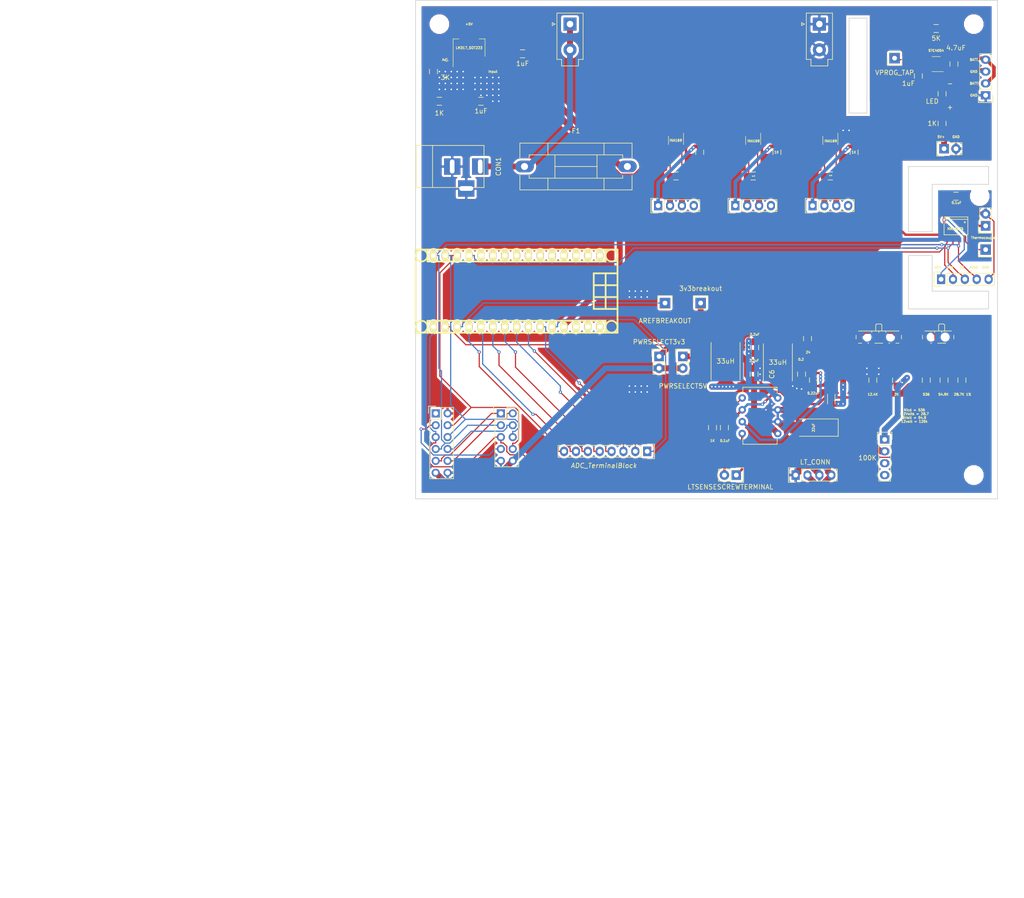
<source format=kicad_pcb>
(kicad_pcb (version 20171130) (host pcbnew 5.0.0-rc2)

  (general
    (thickness 1.6)
    (drawings 54)
    (tracks 667)
    (zones 0)
    (modules 70)
    (nets 72)
  )

  (page USLetter)
  (title_block
    (title "Project Title")
  )

  (layers
    (0 F.Cu signal)
    (31 B.Cu signal)
    (34 B.Paste user)
    (35 F.Paste user)
    (36 B.SilkS user)
    (37 F.SilkS user)
    (38 B.Mask user)
    (39 F.Mask user)
    (40 Dwgs.User user)
    (44 Edge.Cuts user)
    (46 B.CrtYd user)
    (47 F.CrtYd user)
    (48 B.Fab user)
    (49 F.Fab user)
  )

  (setup
    (last_trace_width 1.27)
    (user_trace_width 0.1524)
    (user_trace_width 0.254)
    (user_trace_width 0.3302)
    (user_trace_width 0.508)
    (user_trace_width 0.762)
    (user_trace_width 1.27)
    (trace_clearance 0.254)
    (zone_clearance 0.508)
    (zone_45_only no)
    (trace_min 0.1524)
    (segment_width 0.1524)
    (edge_width 0.1524)
    (via_size 0.6858)
    (via_drill 0.3302)
    (via_min_size 0.6604)
    (via_min_drill 0.3302)
    (user_via 0.6858 0.3302)
    (user_via 0.762 0.4064)
    (user_via 0.8636 0.508)
    (uvia_size 0.6858)
    (uvia_drill 0.3302)
    (uvias_allowed no)
    (uvia_min_size 0)
    (uvia_min_drill 0)
    (pcb_text_width 0.1524)
    (pcb_text_size 1.016 1.016)
    (mod_edge_width 0.1524)
    (mod_text_size 1.016 1.016)
    (mod_text_width 0.1524)
    (pad_size 2.032 2.032)
    (pad_drill 1.016)
    (pad_to_mask_clearance 0.0762)
    (solder_mask_min_width 0.1016)
    (pad_to_paste_clearance -0.0762)
    (aux_axis_origin 0 0)
    (visible_elements 7FFFFFFF)
    (pcbplotparams
      (layerselection 0x310fc_ffffffff)
      (usegerberextensions true)
      (usegerberattributes false)
      (usegerberadvancedattributes false)
      (creategerberjobfile false)
      (excludeedgelayer true)
      (linewidth 0.100000)
      (plotframeref false)
      (viasonmask false)
      (mode 1)
      (useauxorigin false)
      (hpglpennumber 1)
      (hpglpenspeed 20)
      (hpglpendiameter 15)
      (psnegative false)
      (psa4output false)
      (plotreference true)
      (plotvalue true)
      (plotinvisibletext false)
      (padsonsilk false)
      (subtractmaskfromsilk false)
      (outputformat 1)
      (mirror false)
      (drillshape 0)
      (scaleselection 1)
      (outputdirectory gerbers_042119/))
  )

  (net 0 "")
  (net 1 GND)
  (net 2 +5V)
  (net 3 /STC4054_Liion_Charge/BAT_LIION_CHRG)
  (net 4 "Net-(C4-Pad1)")
  (net 5 /LT1512/Vsw)
  (net 6 "Net-(C7-Pad2)")
  (net 7 /LT1512/Vcomp)
  (net 8 "Net-(C8-Pad1)")
  (net 9 /LT1512/I_Feedback)
  (net 10 /LT1512/LT_BATCHRG)
  (net 11 "Net-(D1-Pad2)")
  (net 12 /STC4054_Liion_Charge/CHRG)
  (net 13 +12V)
  (net 14 "Net-(J1-Pad1)")
  (net 15 "Net-(J1-Pad2)")
  (net 16 "Net-(J1-Pad3)")
  (net 17 "Net-(J1-Pad5)")
  (net 18 "Net-(J1-Pad6)")
  (net 19 "Net-(J1-Pad7)")
  (net 20 "Net-(J1-Pad8)")
  (net 21 "Net-(J1-Pad9)")
  (net 22 "Net-(J1-Pad10)")
  (net 23 "Net-(J1-Pad11)")
  (net 24 /MAX_CS)
  (net 25 /NANO_CS)
  (net 26 /NANO_MOSI)
  (net 27 /NANO_MISO)
  (net 28 /NANO_SCK)
  (net 29 "Net-(J1-Pad17)")
  (net 30 "Net-(J1-Pad18)")
  (net 31 "Net-(J1-Pad19)")
  (net 32 "Net-(J1-Pad20)")
  (net 33 "Net-(J1-Pad21)")
  (net 34 "Net-(J1-Pad22)")
  (net 35 "Net-(J1-Pad23)")
  (net 36 "Net-(J1-Pad24)")
  (net 37 "Net-(J1-Pad25)")
  (net 38 "Net-(J1-Pad26)")
  (net 39 "Net-(J1-Pad28)")
  (net 40 "Net-(J1-Pad30)")
  (net 41 /LT1512/LT_IFEEDBACK)
  (net 42 "Net-(P4-Pad4)")
  (net 43 /CurrentSense_INA169_1/LOADOUT)
  (net 44 /CurrentSense_INA169_1/LOADIN)
  (net 45 /CurrentSense_INA169_1/CurrentOUT)
  (net 46 /sheet5CBEAB48/CurrentOUT)
  (net 47 /sheet5CBEAB48/LOADIN)
  (net 48 /sheet5CBEAB48/LOADOUT)
  (net 49 "Net-(P5-Pad4)")
  (net 50 "Net-(P6-Pad4)")
  (net 51 /sheet5CBEAC38/LOADOUT)
  (net 52 /sheet5CBEAC38/LOADIN)
  (net 53 /sheet5CBEAC38/CurrentOUT)
  (net 54 /STC4054_Liion_Charge/PROG)
  (net 55 /MAX6675/T+)
  (net 56 /MAX6675/NC)
  (net 57 /ENC28J60/VCC_Branch)
  (net 58 /ENC28J60/INT)
  (net 59 /ENC28J60/CLKOUT)
  (net 60 /ENC28J60/WOL)
  (net 61 /ENC28J60/RSTENC)
  (net 62 /ENC28J60/Q3)
  (net 63 /LT1512/LT_FloatVoltage)
  (net 64 /LT1512/LTShutdownPin)
  (net 65 "Net-(R3-Pad2)")
  (net 66 "Net-(R5-Pad1)")
  (net 67 "Net-(R6-Pad1)")
  (net 68 "Net-(R7-Pad1)")
  (net 69 "Net-(R8-Pad1)")
  (net 70 "Net-(R8-Pad2)")
  (net 71 "Net-(SW2-Pad2)")

  (net_class Default "This is the default net class."
    (clearance 0.254)
    (trace_width 0.254)
    (via_dia 0.6858)
    (via_drill 0.3302)
    (uvia_dia 0.6858)
    (uvia_drill 0.3302)
    (add_net +12V)
    (add_net +5V)
    (add_net /CurrentSense_INA169_1/CurrentOUT)
    (add_net /CurrentSense_INA169_1/LOADIN)
    (add_net /CurrentSense_INA169_1/LOADOUT)
    (add_net /ENC28J60/CLKOUT)
    (add_net /ENC28J60/INT)
    (add_net /ENC28J60/Q3)
    (add_net /ENC28J60/RSTENC)
    (add_net /ENC28J60/VCC_Branch)
    (add_net /ENC28J60/WOL)
    (add_net /LT1512/I_Feedback)
    (add_net /LT1512/LTShutdownPin)
    (add_net /LT1512/LT_BATCHRG)
    (add_net /LT1512/LT_FloatVoltage)
    (add_net /LT1512/LT_IFEEDBACK)
    (add_net /LT1512/Vcomp)
    (add_net /LT1512/Vsw)
    (add_net /MAX6675/NC)
    (add_net /MAX6675/T+)
    (add_net /MAX_CS)
    (add_net /NANO_CS)
    (add_net /NANO_MISO)
    (add_net /NANO_MOSI)
    (add_net /NANO_SCK)
    (add_net /STC4054_Liion_Charge/BAT_LIION_CHRG)
    (add_net /STC4054_Liion_Charge/CHRG)
    (add_net /STC4054_Liion_Charge/PROG)
    (add_net /sheet5CBEAB48/CurrentOUT)
    (add_net /sheet5CBEAB48/LOADIN)
    (add_net /sheet5CBEAB48/LOADOUT)
    (add_net /sheet5CBEAC38/CurrentOUT)
    (add_net /sheet5CBEAC38/LOADIN)
    (add_net /sheet5CBEAC38/LOADOUT)
    (add_net GND)
    (add_net "Net-(C4-Pad1)")
    (add_net "Net-(C7-Pad2)")
    (add_net "Net-(C8-Pad1)")
    (add_net "Net-(D1-Pad2)")
    (add_net "Net-(J1-Pad1)")
    (add_net "Net-(J1-Pad10)")
    (add_net "Net-(J1-Pad11)")
    (add_net "Net-(J1-Pad17)")
    (add_net "Net-(J1-Pad18)")
    (add_net "Net-(J1-Pad19)")
    (add_net "Net-(J1-Pad2)")
    (add_net "Net-(J1-Pad20)")
    (add_net "Net-(J1-Pad21)")
    (add_net "Net-(J1-Pad22)")
    (add_net "Net-(J1-Pad23)")
    (add_net "Net-(J1-Pad24)")
    (add_net "Net-(J1-Pad25)")
    (add_net "Net-(J1-Pad26)")
    (add_net "Net-(J1-Pad28)")
    (add_net "Net-(J1-Pad3)")
    (add_net "Net-(J1-Pad30)")
    (add_net "Net-(J1-Pad5)")
    (add_net "Net-(J1-Pad6)")
    (add_net "Net-(J1-Pad7)")
    (add_net "Net-(J1-Pad8)")
    (add_net "Net-(J1-Pad9)")
    (add_net "Net-(P4-Pad4)")
    (add_net "Net-(P5-Pad4)")
    (add_net "Net-(P6-Pad4)")
    (add_net "Net-(R3-Pad2)")
    (add_net "Net-(R5-Pad1)")
    (add_net "Net-(R6-Pad1)")
    (add_net "Net-(R7-Pad1)")
    (add_net "Net-(R8-Pad1)")
    (add_net "Net-(R8-Pad2)")
    (add_net "Net-(SW2-Pad2)")
  )

  (module Capacitors_SMD:C_0805_HandSoldering (layer F.Cu) (tedit 5CBD07B9) (tstamp 5CC60F97)
    (at 178.642 64.4427 270)
    (descr "Capacitor SMD 0805, hand soldering")
    (tags "capacitor 0805")
    (path /5CBBEAA9/5CBBFBC6)
    (attr smd)
    (fp_text reference C1 (at 0 -2.1 270) (layer F.SilkS) hide
      (effects (font (size 1 1) (thickness 0.15)))
    )
    (fp_text value 1uF (at 1.5973 2.112) (layer F.SilkS)
      (effects (font (size 1 1) (thickness 0.15)))
    )
    (fp_line (start -0.5 0.85) (end 0.5 0.85) (layer F.SilkS) (width 0.15))
    (fp_line (start 0.5 -0.85) (end -0.5 -0.85) (layer F.SilkS) (width 0.15))
    (fp_line (start 2.3 -1) (end 2.3 1) (layer F.CrtYd) (width 0.05))
    (fp_line (start -2.3 -1) (end -2.3 1) (layer F.CrtYd) (width 0.05))
    (fp_line (start -2.3 1) (end 2.3 1) (layer F.CrtYd) (width 0.05))
    (fp_line (start -2.3 -1) (end 2.3 -1) (layer F.CrtYd) (width 0.05))
    (fp_line (start -1 -0.625) (end 1 -0.625) (layer F.Fab) (width 0.15))
    (fp_line (start 1 -0.625) (end 1 0.625) (layer F.Fab) (width 0.15))
    (fp_line (start 1 0.625) (end -1 0.625) (layer F.Fab) (width 0.15))
    (fp_line (start -1 0.625) (end -1 -0.625) (layer F.Fab) (width 0.15))
    (pad 2 smd rect (at 1.25 0 270) (size 1.5 1.25) (layers F.Cu F.Paste F.Mask)
      (net 1 GND))
    (pad 1 smd rect (at -1.25 0 270) (size 1.5 1.25) (layers F.Cu F.Paste F.Mask)
      (net 2 +5V))
    (model Capacitors_SMD.3dshapes/C_0805_HandSoldering.wrl
      (at (xyz 0 0 0))
      (scale (xyz 1 1 1))
      (rotate (xyz 0 0 0))
    )
  )

  (module Capacitors_SMD:C_0805_HandSoldering (layer F.Cu) (tedit 5CBD07D6) (tstamp 5CC60FA7)
    (at 186.262 61.9027 270)
    (descr "Capacitor SMD 0805, hand soldering")
    (tags "capacitor 0805")
    (path /5CBBEAA9/5CBC0798)
    (attr smd)
    (fp_text reference C2 (at 0 -2.1 270) (layer F.SilkS) hide
      (effects (font (size 1 1) (thickness 0.15)))
    )
    (fp_text value 4.7uF (at -3.482743 -0.428) (layer F.SilkS)
      (effects (font (size 1 1) (thickness 0.15)))
    )
    (fp_line (start -1 0.625) (end -1 -0.625) (layer F.Fab) (width 0.15))
    (fp_line (start 1 0.625) (end -1 0.625) (layer F.Fab) (width 0.15))
    (fp_line (start 1 -0.625) (end 1 0.625) (layer F.Fab) (width 0.15))
    (fp_line (start -1 -0.625) (end 1 -0.625) (layer F.Fab) (width 0.15))
    (fp_line (start -2.3 -1) (end 2.3 -1) (layer F.CrtYd) (width 0.05))
    (fp_line (start -2.3 1) (end 2.3 1) (layer F.CrtYd) (width 0.05))
    (fp_line (start -2.3 -1) (end -2.3 1) (layer F.CrtYd) (width 0.05))
    (fp_line (start 2.3 -1) (end 2.3 1) (layer F.CrtYd) (width 0.05))
    (fp_line (start 0.5 -0.85) (end -0.5 -0.85) (layer F.SilkS) (width 0.15))
    (fp_line (start -0.5 0.85) (end 0.5 0.85) (layer F.SilkS) (width 0.15))
    (pad 1 smd rect (at -1.25 0 270) (size 1.5 1.25) (layers F.Cu F.Paste F.Mask)
      (net 3 /STC4054_Liion_Charge/BAT_LIION_CHRG))
    (pad 2 smd rect (at 1.25 0 270) (size 1.5 1.25) (layers F.Cu F.Paste F.Mask)
      (net 1 GND))
    (model Capacitors_SMD.3dshapes/C_0805_HandSoldering.wrl
      (at (xyz 0 0 0))
      (scale (xyz 1 1 1))
      (rotate (xyz 0 0 0))
    )
  )

  (module Capacitors_SMD:C_0805_HandSoldering (layer F.Cu) (tedit 5CBD055A) (tstamp 5CC60FB7)
    (at 186.69 90.17)
    (descr "Capacitor SMD 0805, hand soldering")
    (tags "capacitor 0805")
    (path /5CBC1777/5CBC1EC5)
    (attr smd)
    (fp_text reference C3 (at 0 -2.1) (layer F.Fab)
      (effects (font (size 1 1) (thickness 0.15)))
    )
    (fp_text value 0.1uF (at 0.127 1.397) (layer F.SilkS)
      (effects (font (size 0.508 0.508) (thickness 0.127)))
    )
    (fp_line (start -0.5 0.85) (end 0.5 0.85) (layer F.SilkS) (width 0.15))
    (fp_line (start 0.5 -0.85) (end -0.5 -0.85) (layer F.SilkS) (width 0.15))
    (fp_line (start 2.3 -1) (end 2.3 1) (layer F.CrtYd) (width 0.05))
    (fp_line (start -2.3 -1) (end -2.3 1) (layer F.CrtYd) (width 0.05))
    (fp_line (start -2.3 1) (end 2.3 1) (layer F.CrtYd) (width 0.05))
    (fp_line (start -2.3 -1) (end 2.3 -1) (layer F.CrtYd) (width 0.05))
    (fp_line (start -1 -0.625) (end 1 -0.625) (layer F.Fab) (width 0.15))
    (fp_line (start 1 -0.625) (end 1 0.625) (layer F.Fab) (width 0.15))
    (fp_line (start 1 0.625) (end -1 0.625) (layer F.Fab) (width 0.15))
    (fp_line (start -1 0.625) (end -1 -0.625) (layer F.Fab) (width 0.15))
    (pad 2 smd rect (at 1.25 0) (size 1.5 1.25) (layers F.Cu F.Paste F.Mask)
      (net 1 GND))
    (pad 1 smd rect (at -1.25 0) (size 1.5 1.25) (layers F.Cu F.Paste F.Mask)
      (net 2 +5V))
    (model Capacitors_SMD.3dshapes/C_0805_HandSoldering.wrl
      (at (xyz 0 0 0))
      (scale (xyz 1 1 1))
      (rotate (xyz 0 0 0))
    )
  )

  (module Capacitors_SMD:C_0805_HandSoldering (layer F.Cu) (tedit 5CBD0AF6) (tstamp 5CC60FC7)
    (at 93.98 59.69)
    (descr "Capacitor SMD 0805, hand soldering")
    (tags "capacitor 0805")
    (path /5CBC4AC4/5CBC5531)
    (attr smd)
    (fp_text reference C4 (at 0 -2.1) (layer F.SilkS) hide
      (effects (font (size 1 1) (thickness 0.15)))
    )
    (fp_text value 1uF (at 0 2.1) (layer F.SilkS)
      (effects (font (size 1 1) (thickness 0.15)))
    )
    (fp_line (start -0.5 0.85) (end 0.5 0.85) (layer F.SilkS) (width 0.15))
    (fp_line (start 0.5 -0.85) (end -0.5 -0.85) (layer F.SilkS) (width 0.15))
    (fp_line (start 2.3 -1) (end 2.3 1) (layer F.CrtYd) (width 0.05))
    (fp_line (start -2.3 -1) (end -2.3 1) (layer F.CrtYd) (width 0.05))
    (fp_line (start -2.3 1) (end 2.3 1) (layer F.CrtYd) (width 0.05))
    (fp_line (start -2.3 -1) (end 2.3 -1) (layer F.CrtYd) (width 0.05))
    (fp_line (start -1 -0.625) (end 1 -0.625) (layer F.Fab) (width 0.15))
    (fp_line (start 1 -0.625) (end 1 0.625) (layer F.Fab) (width 0.15))
    (fp_line (start 1 0.625) (end -1 0.625) (layer F.Fab) (width 0.15))
    (fp_line (start -1 0.625) (end -1 -0.625) (layer F.Fab) (width 0.15))
    (pad 2 smd rect (at 1.25 0) (size 1.5 1.25) (layers F.Cu F.Paste F.Mask)
      (net 1 GND))
    (pad 1 smd rect (at -1.25 0) (size 1.5 1.25) (layers F.Cu F.Paste F.Mask)
      (net 4 "Net-(C4-Pad1)"))
    (model Capacitors_SMD.3dshapes/C_0805_HandSoldering.wrl
      (at (xyz 0 0 0))
      (scale (xyz 1 1 1))
      (rotate (xyz 0 0 0))
    )
  )

  (module Capacitors_SMD:C_0805_HandSoldering (layer F.Cu) (tedit 5CBD0AE3) (tstamp 5CC60FD7)
    (at 85.09 69.85)
    (descr "Capacitor SMD 0805, hand soldering")
    (tags "capacitor 0805")
    (path /5CBC4AC4/5CBC54F0)
    (attr smd)
    (fp_text reference C5 (at 0 -2.1) (layer F.SilkS) hide
      (effects (font (size 1 1) (thickness 0.15)))
    )
    (fp_text value 1uF (at 0 2.1) (layer F.SilkS)
      (effects (font (size 1 1) (thickness 0.15)))
    )
    (fp_line (start -0.5 0.85) (end 0.5 0.85) (layer F.SilkS) (width 0.15))
    (fp_line (start 0.5 -0.85) (end -0.5 -0.85) (layer F.SilkS) (width 0.15))
    (fp_line (start 2.3 -1) (end 2.3 1) (layer F.CrtYd) (width 0.05))
    (fp_line (start -2.3 -1) (end -2.3 1) (layer F.CrtYd) (width 0.05))
    (fp_line (start -2.3 1) (end 2.3 1) (layer F.CrtYd) (width 0.05))
    (fp_line (start -2.3 -1) (end 2.3 -1) (layer F.CrtYd) (width 0.05))
    (fp_line (start -1 -0.625) (end 1 -0.625) (layer F.Fab) (width 0.15))
    (fp_line (start 1 -0.625) (end 1 0.625) (layer F.Fab) (width 0.15))
    (fp_line (start 1 0.625) (end -1 0.625) (layer F.Fab) (width 0.15))
    (fp_line (start -1 0.625) (end -1 -0.625) (layer F.Fab) (width 0.15))
    (pad 2 smd rect (at 1.25 0) (size 1.5 1.25) (layers F.Cu F.Paste F.Mask)
      (net 1 GND))
    (pad 1 smd rect (at -1.25 0) (size 1.5 1.25) (layers F.Cu F.Paste F.Mask)
      (net 2 +5V))
    (model Capacitors_SMD.3dshapes/C_0805_HandSoldering.wrl
      (at (xyz 0 0 0))
      (scale (xyz 1 1 1))
      (rotate (xyz 0 0 0))
    )
  )

  (module Capacitors_SMD:C_0805_HandSoldering (layer F.Cu) (tedit 5CBD06E0) (tstamp 5CC60FE7)
    (at 143.51 128.27 90)
    (descr "Capacitor SMD 0805, hand soldering")
    (tags "capacitor 0805")
    (path /5CBC6C0A/5CBC7FC7)
    (attr smd)
    (fp_text reference C6 (at 0 3.81 90) (layer F.SilkS)
      (effects (font (size 1 1) (thickness 0.15)))
    )
    (fp_text value 2.2uF (at 2.921 0 180) (layer F.SilkS)
      (effects (font (size 0.508 0.508) (thickness 0.127)))
    )
    (fp_line (start -0.5 0.85) (end 0.5 0.85) (layer F.SilkS) (width 0.15))
    (fp_line (start 0.5 -0.85) (end -0.5 -0.85) (layer F.SilkS) (width 0.15))
    (fp_line (start 2.3 -1) (end 2.3 1) (layer F.CrtYd) (width 0.05))
    (fp_line (start -2.3 -1) (end -2.3 1) (layer F.CrtYd) (width 0.05))
    (fp_line (start -2.3 1) (end 2.3 1) (layer F.CrtYd) (width 0.05))
    (fp_line (start -2.3 -1) (end 2.3 -1) (layer F.CrtYd) (width 0.05))
    (fp_line (start -1 -0.625) (end 1 -0.625) (layer F.Fab) (width 0.15))
    (fp_line (start 1 -0.625) (end 1 0.625) (layer F.Fab) (width 0.15))
    (fp_line (start 1 0.625) (end -1 0.625) (layer F.Fab) (width 0.15))
    (fp_line (start -1 0.625) (end -1 -0.625) (layer F.Fab) (width 0.15))
    (pad 2 smd rect (at 1.25 0 90) (size 1.5 1.25) (layers F.Cu F.Paste F.Mask)
      (net 1 GND))
    (pad 1 smd rect (at -1.25 0 90) (size 1.5 1.25) (layers F.Cu F.Paste F.Mask)
      (net 2 +5V))
    (model Capacitors_SMD.3dshapes/C_0805_HandSoldering.wrl
      (at (xyz 0 0 0))
      (scale (xyz 1 1 1))
      (rotate (xyz 0 0 0))
    )
  )

  (module Capacitors_SMD:C_0805_HandSoldering (layer F.Cu) (tedit 5CBD0637) (tstamp 5CC60FF7)
    (at 143.637 122.555 270)
    (descr "Capacitor SMD 0805, hand soldering")
    (tags "capacitor 0805")
    (path /5CBC6C0A/5CBCA445)
    (attr smd)
    (fp_text reference C7 (at 0 -2.1 270) (layer F.Fab)
      (effects (font (size 1 1) (thickness 0.15)))
    )
    (fp_text value 2.2uF (at -2.794 0) (layer F.SilkS)
      (effects (font (size 0.508 0.508) (thickness 0.127)))
    )
    (fp_line (start -1 0.625) (end -1 -0.625) (layer F.Fab) (width 0.15))
    (fp_line (start 1 0.625) (end -1 0.625) (layer F.Fab) (width 0.15))
    (fp_line (start 1 -0.625) (end 1 0.625) (layer F.Fab) (width 0.15))
    (fp_line (start -1 -0.625) (end 1 -0.625) (layer F.Fab) (width 0.15))
    (fp_line (start -2.3 -1) (end 2.3 -1) (layer F.CrtYd) (width 0.05))
    (fp_line (start -2.3 1) (end 2.3 1) (layer F.CrtYd) (width 0.05))
    (fp_line (start -2.3 -1) (end -2.3 1) (layer F.CrtYd) (width 0.05))
    (fp_line (start 2.3 -1) (end 2.3 1) (layer F.CrtYd) (width 0.05))
    (fp_line (start 0.5 -0.85) (end -0.5 -0.85) (layer F.SilkS) (width 0.15))
    (fp_line (start -0.5 0.85) (end 0.5 0.85) (layer F.SilkS) (width 0.15))
    (pad 1 smd rect (at -1.25 0 270) (size 1.5 1.25) (layers F.Cu F.Paste F.Mask)
      (net 5 /LT1512/Vsw))
    (pad 2 smd rect (at 1.25 0 270) (size 1.5 1.25) (layers F.Cu F.Paste F.Mask)
      (net 6 "Net-(C7-Pad2)"))
    (model Capacitors_SMD.3dshapes/C_0805_HandSoldering.wrl
      (at (xyz 0 0 0))
      (scale (xyz 1 1 1))
      (rotate (xyz 0 0 0))
    )
  )

  (module Capacitors_SMD:C_0805_HandSoldering (layer F.Cu) (tedit 5CBD05B1) (tstamp 5CC61007)
    (at 137.16 139.7 90)
    (descr "Capacitor SMD 0805, hand soldering")
    (tags "capacitor 0805")
    (path /5CBC6C0A/5CBC8B80)
    (attr smd)
    (fp_text reference C8 (at 0 -2.1 90) (layer F.Fab) hide
      (effects (font (size 1 1) (thickness 0.15)))
    )
    (fp_text value 0.1uF (at -2.794 0.127 180) (layer F.SilkS)
      (effects (font (size 0.508 0.508) (thickness 0.127)))
    )
    (fp_line (start -0.5 0.85) (end 0.5 0.85) (layer F.SilkS) (width 0.15))
    (fp_line (start 0.5 -0.85) (end -0.5 -0.85) (layer F.SilkS) (width 0.15))
    (fp_line (start 2.3 -1) (end 2.3 1) (layer F.CrtYd) (width 0.05))
    (fp_line (start -2.3 -1) (end -2.3 1) (layer F.CrtYd) (width 0.05))
    (fp_line (start -2.3 1) (end 2.3 1) (layer F.CrtYd) (width 0.05))
    (fp_line (start -2.3 -1) (end 2.3 -1) (layer F.CrtYd) (width 0.05))
    (fp_line (start -1 -0.625) (end 1 -0.625) (layer F.Fab) (width 0.15))
    (fp_line (start 1 -0.625) (end 1 0.625) (layer F.Fab) (width 0.15))
    (fp_line (start 1 0.625) (end -1 0.625) (layer F.Fab) (width 0.15))
    (fp_line (start -1 0.625) (end -1 -0.625) (layer F.Fab) (width 0.15))
    (pad 2 smd rect (at 1.25 0 90) (size 1.5 1.25) (layers F.Cu F.Paste F.Mask)
      (net 7 /LT1512/Vcomp))
    (pad 1 smd rect (at -1.25 0 90) (size 1.5 1.25) (layers F.Cu F.Paste F.Mask)
      (net 8 "Net-(C8-Pad1)"))
    (model Capacitors_SMD.3dshapes/C_0805_HandSoldering.wrl
      (at (xyz 0 0 0))
      (scale (xyz 1 1 1))
      (rotate (xyz 0 0 0))
    )
  )

  (module Capacitors_SMD:C_0805_HandSoldering (layer F.Cu) (tedit 5CBD05E0) (tstamp 5CC61017)
    (at 156.21 129.54 270)
    (descr "Capacitor SMD 0805, hand soldering")
    (tags "capacitor 0805")
    (path /5CBC6C0A/5CBC988F)
    (attr smd)
    (fp_text reference C9 (at 0 -2.1 270) (layer F.SilkS) hide
      (effects (font (size 1 1) (thickness 0.15)))
    )
    (fp_text value 0.22uF (at 2.794 0) (layer F.SilkS)
      (effects (font (size 0.508 0.508) (thickness 0.127)))
    )
    (fp_line (start -1 0.625) (end -1 -0.625) (layer F.Fab) (width 0.15))
    (fp_line (start 1 0.625) (end -1 0.625) (layer F.Fab) (width 0.15))
    (fp_line (start 1 -0.625) (end 1 0.625) (layer F.Fab) (width 0.15))
    (fp_line (start -1 -0.625) (end 1 -0.625) (layer F.Fab) (width 0.15))
    (fp_line (start -2.3 -1) (end 2.3 -1) (layer F.CrtYd) (width 0.05))
    (fp_line (start -2.3 1) (end 2.3 1) (layer F.CrtYd) (width 0.05))
    (fp_line (start -2.3 -1) (end -2.3 1) (layer F.CrtYd) (width 0.05))
    (fp_line (start 2.3 -1) (end 2.3 1) (layer F.CrtYd) (width 0.05))
    (fp_line (start 0.5 -0.85) (end -0.5 -0.85) (layer F.SilkS) (width 0.15))
    (fp_line (start -0.5 0.85) (end 0.5 0.85) (layer F.SilkS) (width 0.15))
    (pad 1 smd rect (at -1.25 0 270) (size 1.5 1.25) (layers F.Cu F.Paste F.Mask)
      (net 9 /LT1512/I_Feedback))
    (pad 2 smd rect (at 1.25 0 270) (size 1.5 1.25) (layers F.Cu F.Paste F.Mask)
      (net 1 GND))
    (model Capacitors_SMD.3dshapes/C_0805_HandSoldering.wrl
      (at (xyz 0 0 0))
      (scale (xyz 1 1 1))
      (rotate (xyz 0 0 0))
    )
  )

  (module Capacitors_Tantalum_SMD:Tantalum_Case-C_EIA-6032-28_Hand (layer F.Cu) (tedit 5CBD05C1) (tstamp 5CC6102A)
    (at 156.21 139.7 180)
    (descr "Tantalum capacitor, Case C, EIA 6032-28, 6.0x3.2x2.5mm, Hand soldering footprint")
    (tags "capacitor tantalum smd")
    (path /5CBC6C0A/5CBCF221)
    (attr smd)
    (fp_text reference C10 (at 0 -3.35 180) (layer F.Fab)
      (effects (font (size 1 1) (thickness 0.15)))
    )
    (fp_text value 22uF (at 0 0 270) (layer F.SilkS)
      (effects (font (size 0.508 0.508) (thickness 0.127)))
    )
    (fp_line (start -5.4 -2) (end -5.4 2) (layer F.CrtYd) (width 0.05))
    (fp_line (start -5.4 2) (end 5.4 2) (layer F.CrtYd) (width 0.05))
    (fp_line (start 5.4 2) (end 5.4 -2) (layer F.CrtYd) (width 0.05))
    (fp_line (start 5.4 -2) (end -5.4 -2) (layer F.CrtYd) (width 0.05))
    (fp_line (start -3 -1.6) (end -3 1.6) (layer F.Fab) (width 0.15))
    (fp_line (start -3 1.6) (end 3 1.6) (layer F.Fab) (width 0.15))
    (fp_line (start 3 1.6) (end 3 -1.6) (layer F.Fab) (width 0.15))
    (fp_line (start 3 -1.6) (end -3 -1.6) (layer F.Fab) (width 0.15))
    (fp_line (start -2.4 -1.6) (end -2.4 1.6) (layer F.Fab) (width 0.15))
    (fp_line (start -2.1 -1.6) (end -2.1 1.6) (layer F.Fab) (width 0.15))
    (fp_line (start -5.3 -1.85) (end 3 -1.85) (layer F.SilkS) (width 0.15))
    (fp_line (start -5.3 1.85) (end 3 1.85) (layer F.SilkS) (width 0.15))
    (fp_line (start -5.3 -1.85) (end -5.3 1.85) (layer F.SilkS) (width 0.15))
    (pad 1 smd rect (at -3.125 0 180) (size 3.75 2.5) (layers F.Cu F.Paste F.Mask)
      (net 10 /LT1512/LT_BATCHRG))
    (pad 2 smd rect (at 3.125 0 180) (size 3.75 2.5) (layers F.Cu F.Paste F.Mask)
      (net 1 GND))
    (model Capacitors_Tantalum_SMD.3dshapes/Tantalum_Case-C_EIA-6032-28.wrl
      (at (xyz 0 0 0))
      (scale (xyz 1 1 1))
      (rotate (xyz 0 0 0))
    )
  )

  (module Capacitors_SMD:C_0805_HandSoldering (layer F.Cu) (tedit 5CBD07CD) (tstamp 5CC6103A)
    (at 183.722 68.2527 270)
    (descr "Capacitor SMD 0805, hand soldering")
    (tags "capacitor 0805")
    (path /5CBBEAA9/5CBBF242)
    (attr smd)
    (fp_text reference D1 (at 0 -2.1 270) (layer F.SilkS) hide
      (effects (font (size 1 1) (thickness 0.15)))
    )
    (fp_text value LED (at 1.5973 2.112) (layer F.SilkS)
      (effects (font (size 1 1) (thickness 0.15)))
    )
    (fp_line (start -0.5 0.85) (end 0.5 0.85) (layer F.SilkS) (width 0.15))
    (fp_line (start 0.5 -0.85) (end -0.5 -0.85) (layer F.SilkS) (width 0.15))
    (fp_line (start 2.3 -1) (end 2.3 1) (layer F.CrtYd) (width 0.05))
    (fp_line (start -2.3 -1) (end -2.3 1) (layer F.CrtYd) (width 0.05))
    (fp_line (start -2.3 1) (end 2.3 1) (layer F.CrtYd) (width 0.05))
    (fp_line (start -2.3 -1) (end 2.3 -1) (layer F.CrtYd) (width 0.05))
    (fp_line (start -1 -0.625) (end 1 -0.625) (layer F.Fab) (width 0.15))
    (fp_line (start 1 -0.625) (end 1 0.625) (layer F.Fab) (width 0.15))
    (fp_line (start 1 0.625) (end -1 0.625) (layer F.Fab) (width 0.15))
    (fp_line (start -1 0.625) (end -1 -0.625) (layer F.Fab) (width 0.15))
    (pad 2 smd rect (at 1.25 0 270) (size 1.5 1.25) (layers F.Cu F.Paste F.Mask)
      (net 11 "Net-(D1-Pad2)"))
    (pad 1 smd rect (at -1.25 0 270) (size 1.5 1.25) (layers F.Cu F.Paste F.Mask)
      (net 12 /STC4054_Liion_Charge/CHRG))
    (model Capacitors_SMD.3dshapes/C_0805_HandSoldering.wrl
      (at (xyz 0 0 0))
      (scale (xyz 1 1 1))
      (rotate (xyz 0 0 0))
    )
  )

  (module Diodes_SMD:SOD-323_HandSoldering (layer F.Cu) (tedit 5CBD05C8) (tstamp 5CC61050)
    (at 160.02 133.35 90)
    (descr SOD-323)
    (tags SOD-323)
    (path /5CBC6C0A/5CBCC66F)
    (attr smd)
    (fp_text reference D2 (at 0 -1.85 90) (layer F.Fab)
      (effects (font (size 1 1) (thickness 0.15)))
    )
    (fp_text value D_Schottky (at 0.1 1.9 90) (layer F.Fab)
      (effects (font (size 1 1) (thickness 0.15)))
    )
    (fp_line (start 0.2 0) (end 0.45 0) (layer F.Fab) (width 0.15))
    (fp_line (start 0.2 0.35) (end -0.3 0) (layer F.Fab) (width 0.15))
    (fp_line (start 0.2 -0.35) (end 0.2 0.35) (layer F.Fab) (width 0.15))
    (fp_line (start -0.3 0) (end 0.2 -0.35) (layer F.Fab) (width 0.15))
    (fp_line (start -0.3 0) (end -0.5 0) (layer F.Fab) (width 0.15))
    (fp_line (start -0.3 -0.35) (end -0.3 0.35) (layer F.Fab) (width 0.15))
    (fp_line (start -0.85 0.65) (end -0.85 -0.65) (layer F.Fab) (width 0.15))
    (fp_line (start 0.85 0.65) (end -0.85 0.65) (layer F.Fab) (width 0.15))
    (fp_line (start 0.85 -0.65) (end 0.85 0.65) (layer F.Fab) (width 0.15))
    (fp_line (start -0.85 -0.65) (end 0.85 -0.65) (layer F.Fab) (width 0.15))
    (fp_line (start -1.9 -0.95) (end 1.9 -0.95) (layer F.CrtYd) (width 0.05))
    (fp_line (start 1.9 -0.95) (end 1.9 0.95) (layer F.CrtYd) (width 0.05))
    (fp_line (start -1.9 0.95) (end 1.9 0.95) (layer F.CrtYd) (width 0.05))
    (fp_line (start -1.9 -0.95) (end -1.9 0.95) (layer F.CrtYd) (width 0.05))
    (fp_line (start -1.3 0.8) (end 0.8 0.8) (layer F.SilkS) (width 0.15))
    (fp_line (start -1.3 -0.8) (end 0.8 -0.8) (layer F.SilkS) (width 0.15))
    (pad 1 smd rect (at -1.25 0 90) (size 1 1) (layers F.Cu F.Paste F.Mask)
      (net 10 /LT1512/LT_BATCHRG))
    (pad 2 smd rect (at 1.25 0 90) (size 1 1) (layers F.Cu F.Paste F.Mask)
      (net 6 "Net-(C7-Pad2)"))
    (model Diodes_SMD.3dshapes/SOD-323.wrl
      (at (xyz 0 0 0))
      (scale (xyz 1 1 1))
      (rotate (xyz 0 0 180))
    )
  )

  (module Fuse_Holders_and_Fuses:Fuseholder5x20_horiz_SemiClosed_Casing10x25mm (layer F.Cu) (tedit 0) (tstamp 5CC61069)
    (at 105.41 83.82)
    (descr "Fuseholder, 5x20, Semi closed, horizontal, Casing 10x25mm,")
    (tags "Fuseholder, 5x20, Semi closed, horizontal, Casing 10x25mm, Sicherungshalter, halbgeschlossen,")
    (path /5CBC4AC4/5CBF5A27)
    (fp_text reference F1 (at 0 -7.62) (layer F.SilkS)
      (effects (font (size 1 1) (thickness 0.15)))
    )
    (fp_text value Fuse (at 1.27 7.62) (layer F.Fab)
      (effects (font (size 1 1) (thickness 0.15)))
    )
    (fp_line (start -5.99948 -2.49936) (end -5.99948 -5.00126) (layer F.SilkS) (width 0.15))
    (fp_line (start -5.99948 5.00126) (end -5.99948 2.49936) (layer F.SilkS) (width 0.15))
    (fp_line (start 5.99948 5.00126) (end 5.99948 2.49936) (layer F.SilkS) (width 0.15))
    (fp_line (start 5.99948 -5.00126) (end 5.99948 -2.49936) (layer F.SilkS) (width 0.15))
    (fp_line (start -4.50088 0) (end 4.50088 0) (layer F.SilkS) (width 0.15))
    (fp_line (start -4.50088 -2.49936) (end -4.50088 2.49936) (layer F.SilkS) (width 0.15))
    (fp_line (start 4.50088 -2.49936) (end 4.50088 2.49936) (layer F.SilkS) (width 0.15))
    (fp_line (start 9.99998 -1.89992) (end 9.99998 -2.49936) (layer F.SilkS) (width 0.15))
    (fp_line (start -9.99998 1.89992) (end -9.99998 2.49936) (layer F.SilkS) (width 0.15))
    (fp_line (start -9.99998 2.49936) (end 9.99998 2.49936) (layer F.SilkS) (width 0.15))
    (fp_line (start 9.99998 2.49936) (end 9.99998 1.89992) (layer F.SilkS) (width 0.15))
    (fp_line (start 9.99998 -2.49936) (end -9.99998 -2.49936) (layer F.SilkS) (width 0.15))
    (fp_line (start -9.99998 -2.49936) (end -9.99998 -1.89992) (layer F.SilkS) (width 0.15))
    (fp_line (start 11.99896 -1.89992) (end 11.99896 -5.00126) (layer F.SilkS) (width 0.15))
    (fp_line (start -11.99896 1.89992) (end -11.99896 5.00126) (layer F.SilkS) (width 0.15))
    (fp_line (start -11.99896 5.00126) (end 11.99896 5.00126) (layer F.SilkS) (width 0.15))
    (fp_line (start 11.99896 5.00126) (end 11.99896 1.89992) (layer F.SilkS) (width 0.15))
    (fp_line (start 11.99896 -5.00126) (end -11.99896 -5.00126) (layer F.SilkS) (width 0.15))
    (fp_line (start -11.99896 -5.00126) (end -11.99896 -1.89992) (layer F.SilkS) (width 0.15))
    (pad 2 thru_hole oval (at 11.00074 0 270) (size 2.49936 4.0005) (drill 1.50114) (layers *.Cu *.Mask)
      (net 4 "Net-(C4-Pad1)"))
    (pad 1 thru_hole oval (at -11.00074 0 270) (size 2.49936 4.0005) (drill 1.50114) (layers *.Cu *.Mask)
      (net 13 +12V))
  )

  (module w_conn_misc:arduino_nano_header (layer F.Cu) (tedit 5CBD0BE8) (tstamp 5CC6109F)
    (at 92.71 110.49 180)
    (descr "Arduino Nano Header")
    (tags Arduino)
    (path /5CBECE63)
    (fp_text reference J1 (at 0 1.27 180) (layer B.Fab)
      (effects (font (size 1.016 1.016) (thickness 0.2032)) (justify mirror))
    )
    (fp_text value Arduino_Nano_Header (at -7.62 1.27 180) (layer F.SilkS) hide
      (effects (font (size 1.016 0.889) (thickness 0.2032)))
    )
    (fp_line (start -16.51 -1.27) (end -21.59 -1.27) (layer F.SilkS) (width 0.381))
    (fp_line (start -16.51 1.27) (end -21.59 1.27) (layer F.SilkS) (width 0.381))
    (fp_line (start -19.05 -3.81) (end -19.05 3.81) (layer F.SilkS) (width 0.381))
    (fp_line (start -21.59 -3.81) (end -16.51 -3.81) (layer F.SilkS) (width 0.381))
    (fp_line (start -16.51 -3.81) (end -16.51 3.81) (layer F.SilkS) (width 0.381))
    (fp_line (start -16.51 3.81) (end -21.59 3.81) (layer F.SilkS) (width 0.381))
    (fp_line (start 21.59 -8.89) (end -21.59 -8.89) (layer F.SilkS) (width 0.381))
    (fp_line (start -21.59 8.89) (end 21.59 8.89) (layer F.SilkS) (width 0.381))
    (fp_line (start -21.59 8.89) (end -21.59 -8.89) (layer F.SilkS) (width 0.381))
    (fp_line (start 21.59 8.89) (end 21.59 -8.89) (layer F.SilkS) (width 0.381))
    (fp_circle (center -20.32 -7.62) (end -21.59 -7.62) (layer F.SilkS) (width 0.381))
    (fp_circle (center -20.32 7.62) (end -21.59 7.62) (layer F.SilkS) (width 0.381))
    (fp_circle (center 20.32 -7.62) (end 21.59 -7.62) (layer F.SilkS) (width 0.381))
    (fp_circle (center 20.32 7.62) (end 21.59 7.62) (layer F.SilkS) (width 0.381))
    (fp_line (start 19.05 -6.35) (end -19.05 -6.35) (layer F.SilkS) (width 0.381))
    (fp_line (start -19.05 6.35) (end 19.05 6.35) (layer F.SilkS) (width 0.381))
    (fp_line (start 19.05 8.89) (end 19.05 6.35) (layer F.SilkS) (width 0.381))
    (fp_line (start 19.05 -6.35) (end 19.05 -8.89) (layer F.SilkS) (width 0.381))
    (fp_line (start -19.05 -8.89) (end -19.05 -6.35) (layer F.SilkS) (width 0.381))
    (fp_line (start -19.05 8.89) (end -19.05 6.35) (layer F.SilkS) (width 0.381))
    (pad 1 thru_hole oval (at -17.78 7.62 180) (size 1.524 2.19964) (drill 1.00076) (layers *.Cu *.Mask F.SilkS)
      (net 14 "Net-(J1-Pad1)"))
    (pad 2 thru_hole oval (at -15.24 7.62 180) (size 1.524 2.19964) (drill 1.00076) (layers *.Cu *.Mask F.SilkS)
      (net 15 "Net-(J1-Pad2)"))
    (pad 3 thru_hole oval (at -12.7 7.62 180) (size 1.524 2.19964) (drill 1.00076) (layers *.Cu *.Mask F.SilkS)
      (net 16 "Net-(J1-Pad3)"))
    (pad 4 thru_hole oval (at -10.16 7.62 180) (size 1.524 2.19964) (drill 1.00076) (layers *.Cu *.Mask F.SilkS)
      (net 1 GND))
    (pad 5 thru_hole oval (at -7.62 7.62 180) (size 1.524 2.19964) (drill 1.00076) (layers *.Cu *.Mask F.SilkS)
      (net 17 "Net-(J1-Pad5)"))
    (pad 6 thru_hole oval (at -5.08 7.62 180) (size 1.524 2.19964) (drill 1.00076) (layers *.Cu *.Mask F.SilkS)
      (net 18 "Net-(J1-Pad6)"))
    (pad 7 thru_hole oval (at -2.54 7.62 180) (size 1.524 2.19964) (drill 1.00076) (layers *.Cu *.Mask F.SilkS)
      (net 19 "Net-(J1-Pad7)"))
    (pad 8 thru_hole oval (at 0 7.62 180) (size 1.524 2.19964) (drill 1.00076) (layers *.Cu *.Mask F.SilkS)
      (net 20 "Net-(J1-Pad8)"))
    (pad 9 thru_hole oval (at 2.54 7.62 180) (size 1.524 2.19964) (drill 1.00076) (layers *.Cu *.Mask F.SilkS)
      (net 21 "Net-(J1-Pad9)"))
    (pad 10 thru_hole oval (at 5.08 7.62 180) (size 1.524 2.19964) (drill 1.00076) (layers *.Cu *.Mask F.SilkS)
      (net 22 "Net-(J1-Pad10)"))
    (pad 11 thru_hole oval (at 7.62 7.62 180) (size 1.524 2.19964) (drill 1.00076) (layers *.Cu *.Mask F.SilkS)
      (net 23 "Net-(J1-Pad11)"))
    (pad 12 thru_hole oval (at 10.16 7.62 180) (size 1.524 2.19964) (drill 1.00076) (layers *.Cu *.Mask F.SilkS)
      (net 24 /MAX_CS))
    (pad 13 thru_hole oval (at 12.7 7.62 180) (size 1.524 2.19964) (drill 1.00076) (layers *.Cu *.Mask F.SilkS)
      (net 25 /NANO_CS))
    (pad 14 thru_hole oval (at 15.24 7.62 180) (size 1.524 2.19964) (drill 1.00076) (layers *.Cu *.Mask F.SilkS)
      (net 26 /NANO_MOSI))
    (pad 15 thru_hole oval (at 17.78 7.62 180) (size 1.524 2.19964) (drill 1.00076) (layers *.Cu *.Mask F.SilkS)
      (net 27 /NANO_MISO))
    (pad 16 thru_hole oval (at 17.78 -7.62 180) (size 1.524 2.19964) (drill 1.00076) (layers *.Cu *.Mask F.SilkS)
      (net 28 /NANO_SCK))
    (pad 17 thru_hole oval (at 15.24 -7.62 180) (size 1.524 2.19964) (drill 1.00076) (layers *.Cu *.Mask F.SilkS)
      (net 29 "Net-(J1-Pad17)"))
    (pad 18 thru_hole oval (at 12.7 -7.62 180) (size 1.524 2.19964) (drill 1.00076) (layers *.Cu *.Mask F.SilkS)
      (net 30 "Net-(J1-Pad18)"))
    (pad 19 thru_hole oval (at 10.16 -7.62 180) (size 1.524 2.19964) (drill 1.00076) (layers *.Cu *.Mask F.SilkS)
      (net 31 "Net-(J1-Pad19)"))
    (pad 20 thru_hole oval (at 7.62 -7.62 180) (size 1.524 2.1971) (drill 1.00076) (layers *.Cu *.Mask F.SilkS)
      (net 32 "Net-(J1-Pad20)"))
    (pad 21 thru_hole oval (at 5.08 -7.62 180) (size 1.524 2.1971) (drill 1.00076) (layers *.Cu *.Mask F.SilkS)
      (net 33 "Net-(J1-Pad21)"))
    (pad 22 thru_hole oval (at 2.54 -7.62 180) (size 1.524 2.1971) (drill 1.00076) (layers *.Cu *.Mask F.SilkS)
      (net 34 "Net-(J1-Pad22)"))
    (pad 23 thru_hole oval (at 0 -7.62 180) (size 1.524 2.1971) (drill 1.00076) (layers *.Cu *.Mask F.SilkS)
      (net 35 "Net-(J1-Pad23)"))
    (pad 24 thru_hole oval (at -2.54 -7.62 180) (size 1.524 2.1971) (drill 0.99822) (layers *.Cu *.Mask F.SilkS)
      (net 36 "Net-(J1-Pad24)"))
    (pad 25 thru_hole oval (at -5.08 -7.62 180) (size 1.524 2.1971) (drill 0.99822) (layers *.Cu *.Mask F.SilkS)
      (net 37 "Net-(J1-Pad25)"))
    (pad 26 thru_hole oval (at -7.62 -7.62 180) (size 1.524 2.1971) (drill 0.99822) (layers *.Cu *.Mask F.SilkS)
      (net 38 "Net-(J1-Pad26)"))
    (pad 27 thru_hole oval (at -10.16 -7.62 180) (size 1.524 2.1971) (drill 0.99822) (layers *.Cu *.Mask F.SilkS)
      (net 2 +5V))
    (pad 28 thru_hole oval (at -12.7 -7.62 180) (size 1.524 2.1971) (drill 0.99822) (layers *.Cu *.Mask F.SilkS)
      (net 39 "Net-(J1-Pad28)"))
    (pad 29 thru_hole oval (at -15.24 -7.62 180) (size 1.524 2.1971) (drill 0.99822) (layers *.Cu *.Mask F.SilkS)
      (net 1 GND))
    (pad 30 thru_hole oval (at -17.78 -7.62 180) (size 1.524 2.1971) (drill 0.99822) (layers *.Cu *.Mask F.SilkS)
      (net 40 "Net-(J1-Pad30)"))
    (model walter/conn_misc/arduino_nano_header.wrl
      (at (xyz 0 0 0))
      (scale (xyz 1 1 1))
      (rotate (xyz 0 0 0))
    )
  )

  (module Inductors:Inductor_Taiyo-Yuden_NR-60xx_HandSoldering (layer F.Cu) (tedit 5CBD0111) (tstamp 5CC610B7)
    (at 137.414 125.476 270)
    (descr "Inductor, Taiyo Yuden, NR series, Taiyo-Yuden_NR-60xx, 6.0mmx6.0mm")
    (tags "inductor taiyo-yuden nr smd")
    (path /5CBC6C0A/5CBC842B)
    (attr smd)
    (fp_text reference L1 (at -2.54 5.08 270) (layer F.Fab)
      (effects (font (size 1 1) (thickness 0.15)))
    )
    (fp_text value 33uH (at 0 0) (layer F.SilkS)
      (effects (font (size 1 1) (thickness 0.15)))
    )
    (fp_line (start 4.25 -3.25) (end -4.25 -3.25) (layer F.CrtYd) (width 0.05))
    (fp_line (start 4.25 3.25) (end 4.25 -3.25) (layer F.CrtYd) (width 0.05))
    (fp_line (start -4.25 3.25) (end 4.25 3.25) (layer F.CrtYd) (width 0.05))
    (fp_line (start -4.25 -3.25) (end -4.25 3.25) (layer F.CrtYd) (width 0.05))
    (fp_line (start -4 3.1) (end 4 3.1) (layer F.SilkS) (width 0.15))
    (fp_line (start -4 -3.1) (end 4 -3.1) (layer F.SilkS) (width 0.15))
    (fp_line (start -2 3) (end 0 3) (layer F.Fab) (width 0.15))
    (fp_line (start -3 2) (end -2 3) (layer F.Fab) (width 0.15))
    (fp_line (start -3 0) (end -3 2) (layer F.Fab) (width 0.15))
    (fp_line (start 2 3) (end 0 3) (layer F.Fab) (width 0.15))
    (fp_line (start 3 2) (end 2 3) (layer F.Fab) (width 0.15))
    (fp_line (start 3 0) (end 3 2) (layer F.Fab) (width 0.15))
    (fp_line (start 2 -3) (end 0 -3) (layer F.Fab) (width 0.15))
    (fp_line (start 3 -2) (end 2 -3) (layer F.Fab) (width 0.15))
    (fp_line (start 3 0) (end 3 -2) (layer F.Fab) (width 0.15))
    (fp_line (start -2 -3) (end 0 -3) (layer F.Fab) (width 0.15))
    (fp_line (start -3 -2) (end -2 -3) (layer F.Fab) (width 0.15))
    (fp_line (start -3 0) (end -3 -2) (layer F.Fab) (width 0.15))
    (pad 2 smd rect (at 2.775 0 270) (size 2.45 5.9) (layers F.Cu F.Paste F.Mask)
      (net 5 /LT1512/Vsw))
    (pad 1 smd rect (at -2.775 0 270) (size 2.45 5.9) (layers F.Cu F.Paste F.Mask)
      (net 2 +5V))
    (model Inductors.3dshapes/Inductor_Taiyo-Yuden_NR-60xx.wrl
      (at (xyz 0 0 0))
      (scale (xyz 1 1 1))
      (rotate (xyz 0 0 0))
    )
  )

  (module Inductors:Inductor_Taiyo-Yuden_NR-60xx_HandSoldering (layer F.Cu) (tedit 5CBD0115) (tstamp 5CC610CF)
    (at 148.59 125.73 90)
    (descr "Inductor, Taiyo Yuden, NR series, Taiyo-Yuden_NR-60xx, 6.0mmx6.0mm")
    (tags "inductor taiyo-yuden nr smd")
    (path /5CBC6C0A/5CBCA135)
    (attr smd)
    (fp_text reference L2 (at 0 -4 90) (layer F.Fab)
      (effects (font (size 1 1) (thickness 0.15)))
    )
    (fp_text value 33uH (at 0 0 180) (layer F.SilkS)
      (effects (font (size 1 1) (thickness 0.15)))
    )
    (fp_line (start -3 0) (end -3 -2) (layer F.Fab) (width 0.15))
    (fp_line (start -3 -2) (end -2 -3) (layer F.Fab) (width 0.15))
    (fp_line (start -2 -3) (end 0 -3) (layer F.Fab) (width 0.15))
    (fp_line (start 3 0) (end 3 -2) (layer F.Fab) (width 0.15))
    (fp_line (start 3 -2) (end 2 -3) (layer F.Fab) (width 0.15))
    (fp_line (start 2 -3) (end 0 -3) (layer F.Fab) (width 0.15))
    (fp_line (start 3 0) (end 3 2) (layer F.Fab) (width 0.15))
    (fp_line (start 3 2) (end 2 3) (layer F.Fab) (width 0.15))
    (fp_line (start 2 3) (end 0 3) (layer F.Fab) (width 0.15))
    (fp_line (start -3 0) (end -3 2) (layer F.Fab) (width 0.15))
    (fp_line (start -3 2) (end -2 3) (layer F.Fab) (width 0.15))
    (fp_line (start -2 3) (end 0 3) (layer F.Fab) (width 0.15))
    (fp_line (start -4 -3.1) (end 4 -3.1) (layer F.SilkS) (width 0.15))
    (fp_line (start -4 3.1) (end 4 3.1) (layer F.SilkS) (width 0.15))
    (fp_line (start -4.25 -3.25) (end -4.25 3.25) (layer F.CrtYd) (width 0.05))
    (fp_line (start -4.25 3.25) (end 4.25 3.25) (layer F.CrtYd) (width 0.05))
    (fp_line (start 4.25 3.25) (end 4.25 -3.25) (layer F.CrtYd) (width 0.05))
    (fp_line (start 4.25 -3.25) (end -4.25 -3.25) (layer F.CrtYd) (width 0.05))
    (pad 1 smd rect (at -2.775 0 90) (size 2.45 5.9) (layers F.Cu F.Paste F.Mask)
      (net 6 "Net-(C7-Pad2)"))
    (pad 2 smd rect (at 2.775 0 90) (size 2.45 5.9) (layers F.Cu F.Paste F.Mask)
      (net 41 /LT1512/LT_IFEEDBACK))
    (model Inductors.3dshapes/Inductor_Taiyo-Yuden_NR-60xx.wrl
      (at (xyz 0 0 0))
      (scale (xyz 1 1 1))
      (rotate (xyz 0 0 0))
    )
  )

  (module Pin_Headers:Pin_Header_Straight_1x08 (layer F.Cu) (tedit 5CBD050B) (tstamp 5CC610E6)
    (at 120.65 144.78 270)
    (descr "Through hole pin header")
    (tags "pin header")
    (path /5CBF36F0)
    (fp_text reference P1 (at 0 -5.1 270) (layer F.Fab)
      (effects (font (size 1 1) (thickness 0.15)))
    )
    (fp_text value ADC_TerminalBlock (at 3.048 9.271 180) (layer F.SilkS)
      (effects (font (size 1 1) (thickness 0.15) italic))
    )
    (fp_line (start -1.75 -1.75) (end -1.75 19.55) (layer F.CrtYd) (width 0.05))
    (fp_line (start 1.75 -1.75) (end 1.75 19.55) (layer F.CrtYd) (width 0.05))
    (fp_line (start -1.75 -1.75) (end 1.75 -1.75) (layer F.CrtYd) (width 0.05))
    (fp_line (start -1.75 19.55) (end 1.75 19.55) (layer F.CrtYd) (width 0.05))
    (fp_line (start 1.27 1.27) (end 1.27 19.05) (layer F.SilkS) (width 0.15))
    (fp_line (start 1.27 19.05) (end -1.27 19.05) (layer F.SilkS) (width 0.15))
    (fp_line (start -1.27 19.05) (end -1.27 1.27) (layer F.SilkS) (width 0.15))
    (fp_line (start 1.55 -1.55) (end 1.55 0) (layer F.SilkS) (width 0.15))
    (fp_line (start 1.27 1.27) (end -1.27 1.27) (layer F.SilkS) (width 0.15))
    (fp_line (start -1.55 0) (end -1.55 -1.55) (layer F.SilkS) (width 0.15))
    (fp_line (start -1.55 -1.55) (end 1.55 -1.55) (layer F.SilkS) (width 0.15))
    (pad 1 thru_hole rect (at 0 0 270) (size 2.032 1.7272) (drill 1.016) (layers *.Cu *.Mask)
      (net 38 "Net-(J1-Pad26)"))
    (pad 2 thru_hole oval (at 0 2.54 270) (size 2.032 1.7272) (drill 1.016) (layers *.Cu *.Mask)
      (net 37 "Net-(J1-Pad25)"))
    (pad 3 thru_hole oval (at 0 5.08 270) (size 2.032 1.7272) (drill 1.016) (layers *.Cu *.Mask)
      (net 36 "Net-(J1-Pad24)"))
    (pad 4 thru_hole oval (at 0 7.62 270) (size 2.032 1.7272) (drill 1.016) (layers *.Cu *.Mask)
      (net 35 "Net-(J1-Pad23)"))
    (pad 5 thru_hole oval (at 0 10.16 270) (size 2.032 1.7272) (drill 1.016) (layers *.Cu *.Mask)
      (net 34 "Net-(J1-Pad22)"))
    (pad 6 thru_hole oval (at 0 12.7 270) (size 2.032 1.7272) (drill 1.016) (layers *.Cu *.Mask)
      (net 33 "Net-(J1-Pad21)"))
    (pad 7 thru_hole oval (at 0 15.24 270) (size 2.032 1.7272) (drill 1.016) (layers *.Cu *.Mask)
      (net 32 "Net-(J1-Pad20)"))
    (pad 8 thru_hole oval (at 0 17.78 270) (size 2.032 1.7272) (drill 1.016) (layers *.Cu *.Mask)
      (net 31 "Net-(J1-Pad19)"))
    (model Pin_Headers.3dshapes/Pin_Header_Straight_1x08.wrl
      (offset (xyz 0 -8.889999866485596 0))
      (scale (xyz 1 1 1))
      (rotate (xyz 0 0 90))
    )
  )

  (module Pin_Headers:Pin_Header_Straight_1x01 (layer F.Cu) (tedit 5CBD040F) (tstamp 5CC610F3)
    (at 124.46 113.03)
    (descr "Through hole pin header")
    (tags "pin header")
    (path /5CBF308E)
    (fp_text reference P2 (at 0 -5.1) (layer F.SilkS) hide
      (effects (font (size 1 1) (thickness 0.15)))
    )
    (fp_text value AREFBREAKOUT (at 0 3.81) (layer F.SilkS)
      (effects (font (size 1 1) (thickness 0.15)))
    )
    (fp_line (start 1.55 -1.55) (end 1.55 0) (layer F.SilkS) (width 0.15))
    (fp_line (start -1.75 -1.75) (end -1.75 1.75) (layer F.CrtYd) (width 0.05))
    (fp_line (start 1.75 -1.75) (end 1.75 1.75) (layer F.CrtYd) (width 0.05))
    (fp_line (start -1.75 -1.75) (end 1.75 -1.75) (layer F.CrtYd) (width 0.05))
    (fp_line (start -1.75 1.75) (end 1.75 1.75) (layer F.CrtYd) (width 0.05))
    (fp_line (start -1.55 0) (end -1.55 -1.55) (layer F.SilkS) (width 0.15))
    (fp_line (start -1.55 -1.55) (end 1.55 -1.55) (layer F.SilkS) (width 0.15))
    (fp_line (start -1.27 1.27) (end 1.27 1.27) (layer F.SilkS) (width 0.15))
    (pad 1 thru_hole rect (at 0 0) (size 2.2352 2.2352) (drill 1.016) (layers *.Cu *.Mask)
      (net 30 "Net-(J1-Pad18)"))
    (model Pin_Headers.3dshapes/Pin_Header_Straight_1x01.wrl
      (at (xyz 0 0 0))
      (scale (xyz 1 1 1))
      (rotate (xyz 0 0 90))
    )
  )

  (module Pin_Headers:Pin_Header_Straight_1x01 (layer F.Cu) (tedit 5CBD0412) (tstamp 5CC61100)
    (at 132.08 113.03)
    (descr "Through hole pin header")
    (tags "pin header")
    (path /5CBF2DCE)
    (fp_text reference P3 (at 0 -5.1) (layer F.SilkS) hide
      (effects (font (size 1 1) (thickness 0.15)))
    )
    (fp_text value 3v3breakout (at 0 -3.1) (layer F.SilkS)
      (effects (font (size 1 1) (thickness 0.15)))
    )
    (fp_line (start -1.27 1.27) (end 1.27 1.27) (layer F.SilkS) (width 0.15))
    (fp_line (start -1.55 -1.55) (end 1.55 -1.55) (layer F.SilkS) (width 0.15))
    (fp_line (start -1.55 0) (end -1.55 -1.55) (layer F.SilkS) (width 0.15))
    (fp_line (start -1.75 1.75) (end 1.75 1.75) (layer F.CrtYd) (width 0.05))
    (fp_line (start -1.75 -1.75) (end 1.75 -1.75) (layer F.CrtYd) (width 0.05))
    (fp_line (start 1.75 -1.75) (end 1.75 1.75) (layer F.CrtYd) (width 0.05))
    (fp_line (start -1.75 -1.75) (end -1.75 1.75) (layer F.CrtYd) (width 0.05))
    (fp_line (start 1.55 -1.55) (end 1.55 0) (layer F.SilkS) (width 0.15))
    (pad 1 thru_hole rect (at 0 0) (size 2.2352 2.2352) (drill 1.016) (layers *.Cu *.Mask)
      (net 29 "Net-(J1-Pad17)"))
    (model Pin_Headers.3dshapes/Pin_Header_Straight_1x01.wrl
      (at (xyz 0 0 0))
      (scale (xyz 1 1 1))
      (rotate (xyz 0 0 90))
    )
  )

  (module Pin_Headers:Pin_Header_Straight_1x04 (layer F.Cu) (tedit 5CBD041A) (tstamp 5CC61113)
    (at 122.995 92.1944 90)
    (descr "Through hole pin header")
    (tags "pin header")
    (path /5CBEB5B3)
    (fp_text reference P4 (at 0 -5.1 90) (layer F.SilkS) hide
      (effects (font (size 1 1) (thickness 0.15)))
    )
    (fp_text value ScrewTerminal (at 0 -3.1 90) (layer F.Fab)
      (effects (font (size 1 1) (thickness 0.15)))
    )
    (fp_line (start -1.55 -1.55) (end 1.55 -1.55) (layer F.SilkS) (width 0.15))
    (fp_line (start -1.55 0) (end -1.55 -1.55) (layer F.SilkS) (width 0.15))
    (fp_line (start 1.27 1.27) (end -1.27 1.27) (layer F.SilkS) (width 0.15))
    (fp_line (start -1.27 8.89) (end 1.27 8.89) (layer F.SilkS) (width 0.15))
    (fp_line (start 1.55 -1.55) (end 1.55 0) (layer F.SilkS) (width 0.15))
    (fp_line (start 1.27 1.27) (end 1.27 8.89) (layer F.SilkS) (width 0.15))
    (fp_line (start -1.27 1.27) (end -1.27 8.89) (layer F.SilkS) (width 0.15))
    (fp_line (start -1.75 9.4) (end 1.75 9.4) (layer F.CrtYd) (width 0.05))
    (fp_line (start -1.75 -1.75) (end 1.75 -1.75) (layer F.CrtYd) (width 0.05))
    (fp_line (start 1.75 -1.75) (end 1.75 9.4) (layer F.CrtYd) (width 0.05))
    (fp_line (start -1.75 -1.75) (end -1.75 9.4) (layer F.CrtYd) (width 0.05))
    (pad 4 thru_hole oval (at 0 7.62 90) (size 2.032 1.7272) (drill 1.016) (layers *.Cu *.Mask)
      (net 42 "Net-(P4-Pad4)"))
    (pad 3 thru_hole oval (at 0 5.08 90) (size 2.032 1.7272) (drill 1.016) (layers *.Cu *.Mask)
      (net 43 /CurrentSense_INA169_1/LOADOUT))
    (pad 2 thru_hole oval (at 0 2.54 90) (size 2.032 1.7272) (drill 1.016) (layers *.Cu *.Mask)
      (net 44 /CurrentSense_INA169_1/LOADIN))
    (pad 1 thru_hole rect (at 0 0 90) (size 2.032 1.7272) (drill 1.016) (layers *.Cu *.Mask)
      (net 45 /CurrentSense_INA169_1/CurrentOUT))
    (model Pin_Headers.3dshapes/Pin_Header_Straight_1x04.wrl
      (offset (xyz 0 -3.809999942779541 0))
      (scale (xyz 1 1 1))
      (rotate (xyz 0 0 90))
    )
  )

  (module Pin_Headers:Pin_Header_Straight_1x04 (layer F.Cu) (tedit 5CBD041C) (tstamp 5CC61126)
    (at 139.505 92.1944 90)
    (descr "Through hole pin header")
    (tags "pin header")
    (path /5CBEBB39)
    (fp_text reference P5 (at 0 -5.1 90) (layer F.SilkS) hide
      (effects (font (size 1 1) (thickness 0.15)))
    )
    (fp_text value ScrewTerminal (at 0 -3.1 90) (layer F.Fab)
      (effects (font (size 1 1) (thickness 0.15)))
    )
    (fp_line (start -1.75 -1.75) (end -1.75 9.4) (layer F.CrtYd) (width 0.05))
    (fp_line (start 1.75 -1.75) (end 1.75 9.4) (layer F.CrtYd) (width 0.05))
    (fp_line (start -1.75 -1.75) (end 1.75 -1.75) (layer F.CrtYd) (width 0.05))
    (fp_line (start -1.75 9.4) (end 1.75 9.4) (layer F.CrtYd) (width 0.05))
    (fp_line (start -1.27 1.27) (end -1.27 8.89) (layer F.SilkS) (width 0.15))
    (fp_line (start 1.27 1.27) (end 1.27 8.89) (layer F.SilkS) (width 0.15))
    (fp_line (start 1.55 -1.55) (end 1.55 0) (layer F.SilkS) (width 0.15))
    (fp_line (start -1.27 8.89) (end 1.27 8.89) (layer F.SilkS) (width 0.15))
    (fp_line (start 1.27 1.27) (end -1.27 1.27) (layer F.SilkS) (width 0.15))
    (fp_line (start -1.55 0) (end -1.55 -1.55) (layer F.SilkS) (width 0.15))
    (fp_line (start -1.55 -1.55) (end 1.55 -1.55) (layer F.SilkS) (width 0.15))
    (pad 1 thru_hole rect (at 0 0 90) (size 2.032 1.7272) (drill 1.016) (layers *.Cu *.Mask)
      (net 46 /sheet5CBEAB48/CurrentOUT))
    (pad 2 thru_hole oval (at 0 2.54 90) (size 2.032 1.7272) (drill 1.016) (layers *.Cu *.Mask)
      (net 47 /sheet5CBEAB48/LOADIN))
    (pad 3 thru_hole oval (at 0 5.08 90) (size 2.032 1.7272) (drill 1.016) (layers *.Cu *.Mask)
      (net 48 /sheet5CBEAB48/LOADOUT))
    (pad 4 thru_hole oval (at 0 7.62 90) (size 2.032 1.7272) (drill 1.016) (layers *.Cu *.Mask)
      (net 49 "Net-(P5-Pad4)"))
    (model Pin_Headers.3dshapes/Pin_Header_Straight_1x04.wrl
      (offset (xyz 0 -3.809999942779541 0))
      (scale (xyz 1 1 1))
      (rotate (xyz 0 0 90))
    )
  )

  (module Pin_Headers:Pin_Header_Straight_1x04 (layer F.Cu) (tedit 5CBD0420) (tstamp 5CC61139)
    (at 156.015 92.1944 90)
    (descr "Through hole pin header")
    (tags "pin header")
    (path /5CBEBDEB)
    (fp_text reference P6 (at 0 -5.1 90) (layer F.SilkS) hide
      (effects (font (size 1 1) (thickness 0.15)))
    )
    (fp_text value ScrewTerminal (at 0 -3.1 90) (layer F.Fab)
      (effects (font (size 1 1) (thickness 0.15)))
    )
    (fp_line (start -1.55 -1.55) (end 1.55 -1.55) (layer F.SilkS) (width 0.15))
    (fp_line (start -1.55 0) (end -1.55 -1.55) (layer F.SilkS) (width 0.15))
    (fp_line (start 1.27 1.27) (end -1.27 1.27) (layer F.SilkS) (width 0.15))
    (fp_line (start -1.27 8.89) (end 1.27 8.89) (layer F.SilkS) (width 0.15))
    (fp_line (start 1.55 -1.55) (end 1.55 0) (layer F.SilkS) (width 0.15))
    (fp_line (start 1.27 1.27) (end 1.27 8.89) (layer F.SilkS) (width 0.15))
    (fp_line (start -1.27 1.27) (end -1.27 8.89) (layer F.SilkS) (width 0.15))
    (fp_line (start -1.75 9.4) (end 1.75 9.4) (layer F.CrtYd) (width 0.05))
    (fp_line (start -1.75 -1.75) (end 1.75 -1.75) (layer F.CrtYd) (width 0.05))
    (fp_line (start 1.75 -1.75) (end 1.75 9.4) (layer F.CrtYd) (width 0.05))
    (fp_line (start -1.75 -1.75) (end -1.75 9.4) (layer F.CrtYd) (width 0.05))
    (pad 4 thru_hole oval (at 0 7.62 90) (size 2.032 1.7272) (drill 1.016) (layers *.Cu *.Mask)
      (net 50 "Net-(P6-Pad4)"))
    (pad 3 thru_hole oval (at 0 5.08 90) (size 2.032 1.7272) (drill 1.016) (layers *.Cu *.Mask)
      (net 51 /sheet5CBEAC38/LOADOUT))
    (pad 2 thru_hole oval (at 0 2.54 90) (size 2.032 1.7272) (drill 1.016) (layers *.Cu *.Mask)
      (net 52 /sheet5CBEAC38/LOADIN))
    (pad 1 thru_hole rect (at 0 0 90) (size 2.032 1.7272) (drill 1.016) (layers *.Cu *.Mask)
      (net 53 /sheet5CBEAC38/CurrentOUT))
    (model Pin_Headers.3dshapes/Pin_Header_Straight_1x04.wrl
      (offset (xyz 0 -3.809999942779541 0))
      (scale (xyz 1 1 1))
      (rotate (xyz 0 0 90))
    )
  )

  (module Pin_Headers:Pin_Header_Straight_1x04 (layer F.Cu) (tedit 5CBD07D9) (tstamp 5CC6114C)
    (at 193.04 68.58 180)
    (descr "Through hole pin header")
    (tags "pin header")
    (path /5CBC0E41)
    (fp_text reference P7 (at 0 -5.1 180) (layer F.SilkS) hide
      (effects (font (size 1 1) (thickness 0.15)))
    )
    (fp_text value LIION_CONN (at 0 -3.1 180) (layer F.Fab)
      (effects (font (size 1 1) (thickness 0.15)))
    )
    (fp_line (start -1.55 -1.55) (end 1.55 -1.55) (layer F.SilkS) (width 0.15))
    (fp_line (start -1.55 0) (end -1.55 -1.55) (layer F.SilkS) (width 0.15))
    (fp_line (start 1.27 1.27) (end -1.27 1.27) (layer F.SilkS) (width 0.15))
    (fp_line (start -1.27 8.89) (end 1.27 8.89) (layer F.SilkS) (width 0.15))
    (fp_line (start 1.55 -1.55) (end 1.55 0) (layer F.SilkS) (width 0.15))
    (fp_line (start 1.27 1.27) (end 1.27 8.89) (layer F.SilkS) (width 0.15))
    (fp_line (start -1.27 1.27) (end -1.27 8.89) (layer F.SilkS) (width 0.15))
    (fp_line (start -1.75 9.4) (end 1.75 9.4) (layer F.CrtYd) (width 0.05))
    (fp_line (start -1.75 -1.75) (end 1.75 -1.75) (layer F.CrtYd) (width 0.05))
    (fp_line (start 1.75 -1.75) (end 1.75 9.4) (layer F.CrtYd) (width 0.05))
    (fp_line (start -1.75 -1.75) (end -1.75 9.4) (layer F.CrtYd) (width 0.05))
    (pad 4 thru_hole oval (at 0 7.62 180) (size 2.032 1.7272) (drill 1.016) (layers *.Cu *.Mask)
      (net 3 /STC4054_Liion_Charge/BAT_LIION_CHRG))
    (pad 3 thru_hole oval (at 0 5.08 180) (size 2.032 1.7272) (drill 1.016) (layers *.Cu *.Mask)
      (net 1 GND))
    (pad 2 thru_hole oval (at 0 2.54 180) (size 2.032 1.7272) (drill 1.016) (layers *.Cu *.Mask)
      (net 3 /STC4054_Liion_Charge/BAT_LIION_CHRG))
    (pad 1 thru_hole rect (at 0 0 180) (size 2.032 1.7272) (drill 1.016) (layers *.Cu *.Mask)
      (net 1 GND))
    (model Pin_Headers.3dshapes/Pin_Header_Straight_1x04.wrl
      (offset (xyz 0 -3.809999942779541 0))
      (scale (xyz 1 1 1))
      (rotate (xyz 0 0 90))
    )
  )

  (module Pin_Headers:Pin_Header_Straight_1x04 (layer F.Cu) (tedit 5CBD12C0) (tstamp 5CC6115F)
    (at 152.4 149.86 90)
    (descr "Through hole pin header")
    (tags "pin header")
    (path /5CBE92FB)
    (fp_text reference P8 (at 0 -5.1 90) (layer F.Fab)
      (effects (font (size 1 1) (thickness 0.15)))
    )
    (fp_text value LT_CONN (at 2.794 4.191 180) (layer F.SilkS)
      (effects (font (size 1 1) (thickness 0.15)))
    )
    (fp_line (start -1.75 -1.75) (end -1.75 9.4) (layer F.CrtYd) (width 0.05))
    (fp_line (start 1.75 -1.75) (end 1.75 9.4) (layer F.CrtYd) (width 0.05))
    (fp_line (start -1.75 -1.75) (end 1.75 -1.75) (layer F.CrtYd) (width 0.05))
    (fp_line (start -1.75 9.4) (end 1.75 9.4) (layer F.CrtYd) (width 0.05))
    (fp_line (start -1.27 1.27) (end -1.27 8.89) (layer F.SilkS) (width 0.15))
    (fp_line (start 1.27 1.27) (end 1.27 8.89) (layer F.SilkS) (width 0.15))
    (fp_line (start 1.55 -1.55) (end 1.55 0) (layer F.SilkS) (width 0.15))
    (fp_line (start -1.27 8.89) (end 1.27 8.89) (layer F.SilkS) (width 0.15))
    (fp_line (start 1.27 1.27) (end -1.27 1.27) (layer F.SilkS) (width 0.15))
    (fp_line (start -1.55 0) (end -1.55 -1.55) (layer F.SilkS) (width 0.15))
    (fp_line (start -1.55 -1.55) (end 1.55 -1.55) (layer F.SilkS) (width 0.15))
    (pad 1 thru_hole rect (at 0 0 90) (size 2.032 1.7272) (drill 1.016) (layers *.Cu *.Mask)
      (net 1 GND))
    (pad 2 thru_hole oval (at 0 2.54 90) (size 2.032 1.7272) (drill 1.016) (layers *.Cu *.Mask)
      (net 10 /LT1512/LT_BATCHRG))
    (pad 3 thru_hole oval (at 0 5.08 90) (size 2.032 1.7272) (drill 1.016) (layers *.Cu *.Mask)
      (net 1 GND))
    (pad 4 thru_hole oval (at 0 7.62 90) (size 2.032 1.7272) (drill 1.016) (layers *.Cu *.Mask)
      (net 10 /LT1512/LT_BATCHRG))
    (model Pin_Headers.3dshapes/Pin_Header_Straight_1x04.wrl
      (offset (xyz 0 -3.809999942779541 0))
      (scale (xyz 1 1 1))
      (rotate (xyz 0 0 90))
    )
  )

  (module Pin_Headers:Pin_Header_Straight_1x01 (layer F.Cu) (tedit 5CBD07E0) (tstamp 5CC6116C)
    (at 173.562 60.6327 180)
    (descr "Through hole pin header")
    (tags "pin header")
    (path /5CBBEAA9/5CBC014B)
    (fp_text reference P9 (at 0 -5.1 180) (layer F.SilkS) hide
      (effects (font (size 1 1) (thickness 0.15)))
    )
    (fp_text value VPROG_TAP (at 0 -3.1 180) (layer F.SilkS)
      (effects (font (size 1 1) (thickness 0.15)))
    )
    (fp_line (start -1.27 1.27) (end 1.27 1.27) (layer F.SilkS) (width 0.15))
    (fp_line (start -1.55 -1.55) (end 1.55 -1.55) (layer F.SilkS) (width 0.15))
    (fp_line (start -1.55 0) (end -1.55 -1.55) (layer F.SilkS) (width 0.15))
    (fp_line (start -1.75 1.75) (end 1.75 1.75) (layer F.CrtYd) (width 0.05))
    (fp_line (start -1.75 -1.75) (end 1.75 -1.75) (layer F.CrtYd) (width 0.05))
    (fp_line (start 1.75 -1.75) (end 1.75 1.75) (layer F.CrtYd) (width 0.05))
    (fp_line (start -1.75 -1.75) (end -1.75 1.75) (layer F.CrtYd) (width 0.05))
    (fp_line (start 1.55 -1.55) (end 1.55 0) (layer F.SilkS) (width 0.15))
    (pad 1 thru_hole rect (at 0 0 180) (size 2.2352 2.2352) (drill 1.016) (layers *.Cu *.Mask)
      (net 54 /STC4054_Liion_Charge/PROG))
    (model Pin_Headers.3dshapes/Pin_Header_Straight_1x01.wrl
      (at (xyz 0 0 0))
      (scale (xyz 1 1 1))
      (rotate (xyz 0 0 90))
    )
  )

  (module TO_SOT_Packages_SMD:SOT-23-5 (layer F.Cu) (tedit 5CBD07EF) (tstamp 5CC6117F)
    (at 182.452 61.9027 180)
    (descr "5-pin SOT23 package")
    (tags SOT-23-5)
    (path /5CBBEAA9/5CBBEE8F)
    (attr smd)
    (fp_text reference P10 (at 0 -2.9 180) (layer F.SilkS) hide
      (effects (font (size 1 1) (thickness 0.15)))
    )
    (fp_text value STC4054 (at 0 2.9 180) (layer F.SilkS)
      (effects (font (size 0.508 0.508) (thickness 0.127)))
    )
    (fp_line (start -0.9 1.61) (end 0.9 1.61) (layer F.SilkS) (width 0.12))
    (fp_line (start 0.9 -1.61) (end -1.55 -1.61) (layer F.SilkS) (width 0.12))
    (fp_line (start -1.9 -1.8) (end 1.9 -1.8) (layer F.CrtYd) (width 0.05))
    (fp_line (start 1.9 -1.8) (end 1.9 1.8) (layer F.CrtYd) (width 0.05))
    (fp_line (start 1.9 1.8) (end -1.9 1.8) (layer F.CrtYd) (width 0.05))
    (fp_line (start -1.9 1.8) (end -1.9 -1.8) (layer F.CrtYd) (width 0.05))
    (fp_line (start 0.9 -1.55) (end -0.9 -1.55) (layer F.Fab) (width 0.15))
    (fp_line (start -0.9 -1.55) (end -0.9 1.55) (layer F.Fab) (width 0.15))
    (fp_line (start 0.9 1.55) (end -0.9 1.55) (layer F.Fab) (width 0.15))
    (fp_line (start 0.9 -1.55) (end 0.9 1.55) (layer F.Fab) (width 0.15))
    (pad 1 smd rect (at -1.1 -0.95 180) (size 1.06 0.65) (layers F.Cu F.Paste F.Mask)
      (net 12 /STC4054_Liion_Charge/CHRG))
    (pad 2 smd rect (at -1.1 0 180) (size 1.06 0.65) (layers F.Cu F.Paste F.Mask)
      (net 1 GND))
    (pad 3 smd rect (at -1.1 0.95 180) (size 1.06 0.65) (layers F.Cu F.Paste F.Mask)
      (net 3 /STC4054_Liion_Charge/BAT_LIION_CHRG))
    (pad 4 smd rect (at 1.1 0.95 180) (size 1.06 0.65) (layers F.Cu F.Paste F.Mask)
      (net 54 /STC4054_Liion_Charge/PROG))
    (pad 5 smd rect (at 1.1 -0.95 180) (size 1.06 0.65) (layers F.Cu F.Paste F.Mask)
      (net 2 +5V))
    (model TO_SOT_Packages_SMD.3dshapes/SOT-23-5.wrl
      (at (xyz 0 0 0))
      (scale (xyz 1 1 1))
      (rotate (xyz 0 0 0))
    )
  )

  (module Power_Integrations:SO-8 (layer F.Cu) (tedit 5CBD0543) (tstamp 5CC61191)
    (at 186.69 96.52 180)
    (descr "SO-8 Surface Mount Small Outline 150mil 8pin Package")
    (tags "Power Integrations D Package")
    (path /5CBC1777/5CBC1B14)
    (fp_text reference P11 (at 0 0 180) (layer F.Fab)
      (effects (font (size 1 1) (thickness 0.15)))
    )
    (fp_text value MAX6675 (at 0.127 -0.635 180) (layer F.SilkS)
      (effects (font (size 0.508 0.508) (thickness 0.127)))
    )
    (fp_circle (center -1.905 0.762) (end -1.778 0.762) (layer F.SilkS) (width 0.15))
    (fp_line (start -2.54 1.397) (end 2.54 1.397) (layer F.SilkS) (width 0.15))
    (fp_line (start -2.54 -1.905) (end 2.54 -1.905) (layer F.SilkS) (width 0.15))
    (fp_line (start -2.54 1.905) (end 2.54 1.905) (layer F.SilkS) (width 0.15))
    (fp_line (start -2.54 1.905) (end -2.54 -1.905) (layer F.SilkS) (width 0.15))
    (fp_line (start 2.54 1.905) (end 2.54 -1.905) (layer F.SilkS) (width 0.15))
    (pad 1 smd oval (at -1.905 2.794 180) (size 0.6096 1.4732) (layers F.Cu F.Paste F.Mask)
      (net 1 GND))
    (pad 2 smd oval (at -0.635 2.794 180) (size 0.6096 1.4732) (layers F.Cu F.Paste F.Mask)
      (net 1 GND))
    (pad 3 smd oval (at 0.635 2.794 180) (size 0.6096 1.4732) (layers F.Cu F.Paste F.Mask)
      (net 55 /MAX6675/T+))
    (pad 4 smd oval (at 1.905 2.794 180) (size 0.6096 1.4732) (layers F.Cu F.Paste F.Mask)
      (net 2 +5V))
    (pad 5 smd oval (at 1.905 -2.794 180) (size 0.6096 1.4732) (layers F.Cu F.Paste F.Mask)
      (net 28 /NANO_SCK))
    (pad 6 smd oval (at 0.635 -2.794 180) (size 0.6096 1.4732) (layers F.Cu F.Paste F.Mask)
      (net 24 /MAX_CS))
    (pad 7 smd oval (at -0.635 -2.794 180) (size 0.6096 1.4732) (layers F.Cu F.Paste F.Mask)
      (net 27 /NANO_MISO))
    (pad 8 smd oval (at -1.905 -2.794 180) (size 0.6096 1.4732) (layers F.Cu F.Paste F.Mask)
      (net 56 /MAX6675/NC))
  )

  (module Pin_Headers:Pin_Header_Straight_1x01 (layer F.Cu) (tedit 5CBD0566) (tstamp 5CC6119E)
    (at 193.04 101.6 180)
    (descr "Through hole pin header")
    (tags "pin header")
    (path /5CBC1777/5CBC3AC6)
    (fp_text reference P12 (at 0 -5.1 180) (layer F.Fab)
      (effects (font (size 1 1) (thickness 0.15)))
    )
    (fp_text value max6675_nc (at 0 -3.1 180) (layer F.Fab)
      (effects (font (size 1 1) (thickness 0.15)))
    )
    (fp_line (start 1.55 -1.55) (end 1.55 0) (layer F.SilkS) (width 0.15))
    (fp_line (start -1.75 -1.75) (end -1.75 1.75) (layer F.CrtYd) (width 0.05))
    (fp_line (start 1.75 -1.75) (end 1.75 1.75) (layer F.CrtYd) (width 0.05))
    (fp_line (start -1.75 -1.75) (end 1.75 -1.75) (layer F.CrtYd) (width 0.05))
    (fp_line (start -1.75 1.75) (end 1.75 1.75) (layer F.CrtYd) (width 0.05))
    (fp_line (start -1.55 0) (end -1.55 -1.55) (layer F.SilkS) (width 0.15))
    (fp_line (start -1.55 -1.55) (end 1.55 -1.55) (layer F.SilkS) (width 0.15))
    (fp_line (start -1.27 1.27) (end 1.27 1.27) (layer F.SilkS) (width 0.15))
    (pad 1 thru_hole rect (at 0 0 180) (size 2.2352 2.2352) (drill 1.016) (layers *.Cu *.Mask)
      (net 56 /MAX6675/NC))
    (model Pin_Headers.3dshapes/Pin_Header_Straight_1x01.wrl
      (at (xyz 0 0 0))
      (scale (xyz 1 1 1))
      (rotate (xyz 0 0 90))
    )
  )

  (module Pin_Headers:Pin_Header_Straight_1x02 (layer F.Cu) (tedit 5CBD0BD9) (tstamp 5CC611AF)
    (at 123.19 124.46)
    (descr "Through hole pin header")
    (tags "pin header")
    (path /5CBC4480/5BF75EA3)
    (fp_text reference P13 (at 0 -5.1) (layer F.SilkS) hide
      (effects (font (size 1 1) (thickness 0.15)))
    )
    (fp_text value PWRSELECT3v3 (at 0 -3.1) (layer F.SilkS)
      (effects (font (size 1 1) (thickness 0.15)))
    )
    (fp_line (start 1.27 1.27) (end 1.27 3.81) (layer F.SilkS) (width 0.15))
    (fp_line (start 1.55 -1.55) (end 1.55 0) (layer F.SilkS) (width 0.15))
    (fp_line (start -1.75 -1.75) (end -1.75 4.3) (layer F.CrtYd) (width 0.05))
    (fp_line (start 1.75 -1.75) (end 1.75 4.3) (layer F.CrtYd) (width 0.05))
    (fp_line (start -1.75 -1.75) (end 1.75 -1.75) (layer F.CrtYd) (width 0.05))
    (fp_line (start -1.75 4.3) (end 1.75 4.3) (layer F.CrtYd) (width 0.05))
    (fp_line (start 1.27 1.27) (end -1.27 1.27) (layer F.SilkS) (width 0.15))
    (fp_line (start -1.55 0) (end -1.55 -1.55) (layer F.SilkS) (width 0.15))
    (fp_line (start -1.55 -1.55) (end 1.55 -1.55) (layer F.SilkS) (width 0.15))
    (fp_line (start -1.27 1.27) (end -1.27 3.81) (layer F.SilkS) (width 0.15))
    (fp_line (start -1.27 3.81) (end 1.27 3.81) (layer F.SilkS) (width 0.15))
    (pad 1 thru_hole rect (at 0 0) (size 2.032 2.032) (drill 1.016) (layers *.Cu *.Mask)
      (net 29 "Net-(J1-Pad17)"))
    (pad 2 thru_hole oval (at 0 2.54) (size 2.032 2.032) (drill 1.016) (layers *.Cu *.Mask)
      (net 57 /ENC28J60/VCC_Branch))
    (model Pin_Headers.3dshapes/Pin_Header_Straight_1x02.wrl
      (offset (xyz 0 -1.269999980926514 0))
      (scale (xyz 1 1 1))
      (rotate (xyz 0 0 90))
    )
  )

  (module Pin_Headers:Pin_Header_Straight_1x02 (layer F.Cu) (tedit 5CBD03F8) (tstamp 5CC611C0)
    (at 128.27 124.46)
    (descr "Through hole pin header")
    (tags "pin header")
    (path /5CBC4480/5BF75ED4)
    (fp_text reference P14 (at 0 -5.1) (layer F.SilkS) hide
      (effects (font (size 1 1) (thickness 0.15)))
    )
    (fp_text value PWRSELECT5V (at 0 6.35) (layer F.SilkS)
      (effects (font (size 1 1) (thickness 0.15)))
    )
    (fp_line (start -1.27 3.81) (end 1.27 3.81) (layer F.SilkS) (width 0.15))
    (fp_line (start -1.27 1.27) (end -1.27 3.81) (layer F.SilkS) (width 0.15))
    (fp_line (start -1.55 -1.55) (end 1.55 -1.55) (layer F.SilkS) (width 0.15))
    (fp_line (start -1.55 0) (end -1.55 -1.55) (layer F.SilkS) (width 0.15))
    (fp_line (start 1.27 1.27) (end -1.27 1.27) (layer F.SilkS) (width 0.15))
    (fp_line (start -1.75 4.3) (end 1.75 4.3) (layer F.CrtYd) (width 0.05))
    (fp_line (start -1.75 -1.75) (end 1.75 -1.75) (layer F.CrtYd) (width 0.05))
    (fp_line (start 1.75 -1.75) (end 1.75 4.3) (layer F.CrtYd) (width 0.05))
    (fp_line (start -1.75 -1.75) (end -1.75 4.3) (layer F.CrtYd) (width 0.05))
    (fp_line (start 1.55 -1.55) (end 1.55 0) (layer F.SilkS) (width 0.15))
    (fp_line (start 1.27 1.27) (end 1.27 3.81) (layer F.SilkS) (width 0.15))
    (pad 2 thru_hole oval (at 0 2.54) (size 2.032 2.032) (drill 1.016) (layers *.Cu *.Mask)
      (net 57 /ENC28J60/VCC_Branch))
    (pad 1 thru_hole rect (at 0 0) (size 2.032 2.032) (drill 1.016) (layers *.Cu *.Mask)
      (net 2 +5V))
    (model Pin_Headers.3dshapes/Pin_Header_Straight_1x02.wrl
      (offset (xyz 0 -1.269999980926514 0))
      (scale (xyz 1 1 1))
      (rotate (xyz 0 0 90))
    )
  )

  (module Pin_Headers:Pin_Header_Straight_2x05 (layer F.Cu) (tedit 5CBD03EB) (tstamp 5CC611DA)
    (at 89.3519 136.652)
    (descr "Through hole pin header")
    (tags "pin header")
    (path /5CBC4480/5BF754F5)
    (fp_text reference P15 (at 0 -5.1) (layer F.SilkS) hide
      (effects (font (size 1 1) (thickness 0.15)))
    )
    (fp_text value ENCBREAKOUT2x5 (at 0 -3.1) (layer F.Fab)
      (effects (font (size 1 1) (thickness 0.15)))
    )
    (fp_line (start -1.75 -1.75) (end -1.75 11.95) (layer F.CrtYd) (width 0.05))
    (fp_line (start 4.3 -1.75) (end 4.3 11.95) (layer F.CrtYd) (width 0.05))
    (fp_line (start -1.75 -1.75) (end 4.3 -1.75) (layer F.CrtYd) (width 0.05))
    (fp_line (start -1.75 11.95) (end 4.3 11.95) (layer F.CrtYd) (width 0.05))
    (fp_line (start 3.81 -1.27) (end 3.81 11.43) (layer F.SilkS) (width 0.15))
    (fp_line (start 3.81 11.43) (end -1.27 11.43) (layer F.SilkS) (width 0.15))
    (fp_line (start -1.27 11.43) (end -1.27 1.27) (layer F.SilkS) (width 0.15))
    (fp_line (start 3.81 -1.27) (end 1.27 -1.27) (layer F.SilkS) (width 0.15))
    (fp_line (start 0 -1.55) (end -1.55 -1.55) (layer F.SilkS) (width 0.15))
    (fp_line (start 1.27 -1.27) (end 1.27 1.27) (layer F.SilkS) (width 0.15))
    (fp_line (start 1.27 1.27) (end -1.27 1.27) (layer F.SilkS) (width 0.15))
    (fp_line (start -1.55 -1.55) (end -1.55 0) (layer F.SilkS) (width 0.15))
    (pad 1 thru_hole rect (at 0 0) (size 1.7272 1.7272) (drill 1.016) (layers *.Cu *.Mask)
      (net 58 /ENC28J60/INT))
    (pad 2 thru_hole oval (at 2.54 0) (size 1.7272 1.7272) (drill 1.016) (layers *.Cu *.Mask)
      (net 59 /ENC28J60/CLKOUT))
    (pad 3 thru_hole oval (at 0 2.54) (size 1.7272 1.7272) (drill 1.016) (layers *.Cu *.Mask)
      (net 27 /NANO_MISO))
    (pad 4 thru_hole oval (at 2.54 2.54) (size 1.7272 1.7272) (drill 1.016) (layers *.Cu *.Mask)
      (net 60 /ENC28J60/WOL))
    (pad 5 thru_hole oval (at 0 5.08) (size 1.7272 1.7272) (drill 1.016) (layers *.Cu *.Mask)
      (net 28 /NANO_SCK))
    (pad 6 thru_hole oval (at 2.54 5.08) (size 1.7272 1.7272) (drill 1.016) (layers *.Cu *.Mask)
      (net 26 /NANO_MOSI))
    (pad 7 thru_hole oval (at 0 7.62) (size 1.7272 1.7272) (drill 1.016) (layers *.Cu *.Mask)
      (net 61 /ENC28J60/RSTENC))
    (pad 8 thru_hole oval (at 2.54 7.62) (size 1.7272 1.7272) (drill 1.016) (layers *.Cu *.Mask)
      (net 25 /NANO_CS))
    (pad 9 thru_hole oval (at 0 10.16) (size 1.7272 1.7272) (drill 1.016) (layers *.Cu *.Mask)
      (net 1 GND))
    (pad 10 thru_hole oval (at 2.54 10.16) (size 1.7272 1.7272) (drill 1.016) (layers *.Cu *.Mask)
      (net 57 /ENC28J60/VCC_Branch))
    (model Pin_Headers.3dshapes/Pin_Header_Straight_2x05.wrl
      (offset (xyz 1.269999980926514 -5.079999923706055 0))
      (scale (xyz 1 1 1))
      (rotate (xyz 0 0 90))
    )
  )

  (module Pin_Headers:Pin_Header_Straight_2x06 (layer F.Cu) (tedit 5CBD03E9) (tstamp 5CC611F6)
    (at 75.4119 136.652)
    (descr "Through hole pin header")
    (tags "pin header")
    (path /5CBC4480/5BF7553B)
    (fp_text reference P16 (at 0 -5.1) (layer F.SilkS) hide
      (effects (font (size 1 1) (thickness 0.15)))
    )
    (fp_text value ENCBREAKOUT2x6 (at 0 -3.1) (layer F.Fab)
      (effects (font (size 1 1) (thickness 0.15)))
    )
    (fp_line (start -1.75 -1.75) (end -1.75 14.45) (layer F.CrtYd) (width 0.05))
    (fp_line (start 4.3 -1.75) (end 4.3 14.45) (layer F.CrtYd) (width 0.05))
    (fp_line (start -1.75 -1.75) (end 4.3 -1.75) (layer F.CrtYd) (width 0.05))
    (fp_line (start -1.75 14.45) (end 4.3 14.45) (layer F.CrtYd) (width 0.05))
    (fp_line (start 3.81 13.97) (end 3.81 -1.27) (layer F.SilkS) (width 0.15))
    (fp_line (start -1.27 1.27) (end -1.27 13.97) (layer F.SilkS) (width 0.15))
    (fp_line (start 3.81 13.97) (end -1.27 13.97) (layer F.SilkS) (width 0.15))
    (fp_line (start 3.81 -1.27) (end 1.27 -1.27) (layer F.SilkS) (width 0.15))
    (fp_line (start 0 -1.55) (end -1.55 -1.55) (layer F.SilkS) (width 0.15))
    (fp_line (start 1.27 -1.27) (end 1.27 1.27) (layer F.SilkS) (width 0.15))
    (fp_line (start 1.27 1.27) (end -1.27 1.27) (layer F.SilkS) (width 0.15))
    (fp_line (start -1.55 -1.55) (end -1.55 0) (layer F.SilkS) (width 0.15))
    (pad 1 thru_hole rect (at 0 0) (size 1.7272 1.7272) (drill 1.016) (layers *.Cu *.Mask)
      (net 62 /ENC28J60/Q3))
    (pad 2 thru_hole oval (at 2.54 0) (size 1.7272 1.7272) (drill 1.016) (layers *.Cu *.Mask)
      (net 1 GND))
    (pad 3 thru_hole oval (at 0 2.54) (size 1.7272 1.7272) (drill 1.016) (layers *.Cu *.Mask)
      (net 61 /ENC28J60/RSTENC))
    (pad 4 thru_hole oval (at 2.54 2.54) (size 1.7272 1.7272) (drill 1.016) (layers *.Cu *.Mask)
      (net 25 /NANO_CS))
    (pad 5 thru_hole oval (at 0 5.08) (size 1.7272 1.7272) (drill 1.016) (layers *.Cu *.Mask)
      (net 28 /NANO_SCK))
    (pad 6 thru_hole oval (at 2.54 5.08) (size 1.7272 1.7272) (drill 1.016) (layers *.Cu *.Mask)
      (net 26 /NANO_MOSI))
    (pad 7 thru_hole oval (at 0 7.62) (size 1.7272 1.7272) (drill 1.016) (layers *.Cu *.Mask)
      (net 27 /NANO_MISO))
    (pad 8 thru_hole oval (at 2.54 7.62) (size 1.7272 1.7272) (drill 1.016) (layers *.Cu *.Mask)
      (net 60 /ENC28J60/WOL))
    (pad 9 thru_hole oval (at 0 10.16) (size 1.7272 1.7272) (drill 1.016) (layers *.Cu *.Mask)
      (net 58 /ENC28J60/INT))
    (pad 10 thru_hole oval (at 2.54 10.16) (size 1.7272 1.7272) (drill 1.016) (layers *.Cu *.Mask)
      (net 59 /ENC28J60/CLKOUT))
    (pad 11 thru_hole oval (at 0 12.7) (size 1.7272 1.7272) (drill 1.016) (layers *.Cu *.Mask)
      (net 57 /ENC28J60/VCC_Branch))
    (pad 12 thru_hole oval (at 2.54 12.7) (size 1.7272 1.7272) (drill 1.016) (layers *.Cu *.Mask)
      (net 1 GND))
    (model Pin_Headers.3dshapes/Pin_Header_Straight_2x06.wrl
      (offset (xyz 1.269999980926514 -6.349999904632568 0))
      (scale (xyz 1 1 1))
      (rotate (xyz 0 0 90))
    )
  )

  (module Connectors_Molex:Molex_MiniFit-JR-5556-02A_2x01x4.20mm_Straight (layer F.Cu) (tedit 5CBD0512) (tstamp 5CC6121E)
    (at 104.14 53.34)
    (descr "Molex Mini-Fit JR, PN:5556-02A, dual row, top entry type, through hole")
    (tags "connector molex mini-fit 5556")
    (path /5CBC4AC4/5CBC6395)
    (fp_text reference P17 (at 0 10) (layer F.Fab)
      (effects (font (size 1 1) (thickness 0.15)))
    )
    (fp_text value LN2577IN (at 0 -4) (layer F.Fab)
      (effects (font (size 1 1) (thickness 0.15)))
    )
    (fp_line (start 3.2 -2.75) (end -3.2 -2.75) (layer F.CrtYd) (width 0.05))
    (fp_line (start 3.2 9.3) (end 3.2 -2.75) (layer F.CrtYd) (width 0.05))
    (fp_line (start -3.2 9.3) (end 3.2 9.3) (layer F.CrtYd) (width 0.05))
    (fp_line (start -3.2 -2.75) (end -3.2 9.3) (layer F.CrtYd) (width 0.05))
    (fp_line (start -3.8 -0.3) (end -3.2 0) (layer F.SilkS) (width 0.15))
    (fp_line (start -3.8 0.3) (end -3.8 -0.3) (layer F.SilkS) (width 0.15))
    (fp_line (start -3.2 0) (end -3.8 0.3) (layer F.SilkS) (width 0.15))
    (fp_line (start 1.8 8.95) (end 0 8.95) (layer F.SilkS) (width 0.15))
    (fp_line (start 1.8 7.55) (end 1.8 8.95) (layer F.SilkS) (width 0.15))
    (fp_line (start 2.8 7.55) (end 1.8 7.55) (layer F.SilkS) (width 0.15))
    (fp_line (start 2.8 -2.35) (end 2.8 7.55) (layer F.SilkS) (width 0.15))
    (fp_line (start 0 -2.35) (end 2.8 -2.35) (layer F.SilkS) (width 0.15))
    (fp_line (start -1.8 8.95) (end 0 8.95) (layer F.SilkS) (width 0.15))
    (fp_line (start -1.8 7.55) (end -1.8 8.95) (layer F.SilkS) (width 0.15))
    (fp_line (start -2.8 7.55) (end -1.8 7.55) (layer F.SilkS) (width 0.15))
    (fp_line (start -2.8 -2.35) (end -2.8 7.55) (layer F.SilkS) (width 0.15))
    (fp_line (start 0 -2.35) (end -2.8 -2.35) (layer F.SilkS) (width 0.15))
    (fp_line (start 1.75 7.25) (end -1.75 7.25) (layer F.Fab) (width 0.05))
    (fp_line (start 1.75 4.625) (end 1.75 7.25) (layer F.Fab) (width 0.05))
    (fp_line (start 0.875 3.75) (end 1.75 4.625) (layer F.Fab) (width 0.05))
    (fp_line (start -0.875 3.75) (end 0.875 3.75) (layer F.Fab) (width 0.05))
    (fp_line (start -1.75 4.625) (end -0.875 3.75) (layer F.Fab) (width 0.05))
    (fp_line (start -1.75 7.25) (end -1.75 4.625) (layer F.Fab) (width 0.05))
    (fp_line (start 1.75 -1.75) (end -1.75 -1.75) (layer F.Fab) (width 0.05))
    (fp_line (start 1.75 1.75) (end 1.75 -1.75) (layer F.Fab) (width 0.05))
    (fp_line (start -1.75 1.75) (end 1.75 1.75) (layer F.Fab) (width 0.05))
    (fp_line (start -1.75 -1.75) (end -1.75 1.75) (layer F.Fab) (width 0.05))
    (fp_line (start 1.7 8.85) (end 1.7 7.45) (layer F.Fab) (width 0.05))
    (fp_line (start -1.7 8.85) (end 1.7 8.85) (layer F.Fab) (width 0.05))
    (fp_line (start -1.7 7.45) (end -1.7 8.85) (layer F.Fab) (width 0.05))
    (fp_line (start 2.7 -2.25) (end -2.7 -2.25) (layer F.Fab) (width 0.05))
    (fp_line (start 2.7 7.45) (end 2.7 -2.25) (layer F.Fab) (width 0.05))
    (fp_line (start -2.7 7.45) (end 2.7 7.45) (layer F.Fab) (width 0.05))
    (fp_line (start -2.7 -2.25) (end -2.7 7.45) (layer F.Fab) (width 0.05))
    (pad 2 thru_hole circle (at 0 5.5) (size 2.8 2.8) (drill 1.4) (layers *.Cu *.Mask)
      (net 13 +12V))
    (pad 1 thru_hole rect (at 0 0) (size 2.8 2.8) (drill 1.4) (layers *.Cu *.Mask)
      (net 13 +12V))
    (model Connectors_Molex.3dshapes/Molex_MiniFit-JR-5556-02A_2x01x4.20mm_Straight.wrl
      (at (xyz 0 0 0))
      (scale (xyz 1 1 1))
      (rotate (xyz 0 0 0))
    )
  )

  (module Connectors_Molex:Molex_MiniFit-JR-5556-02A_2x01x4.20mm_Straight (layer F.Cu) (tedit 5CBD1622) (tstamp 5CC61246)
    (at 157.48 53.34)
    (descr "Molex Mini-Fit JR, PN:5556-02A, dual row, top entry type, through hole")
    (tags "connector molex mini-fit 5556")
    (path /5CBC4AC4/5CBC63E0)
    (fp_text reference P18 (at 0 10) (layer F.SilkS) hide
      (effects (font (size 1 1) (thickness 0.15)))
    )
    (fp_text value LM2577OUT (at 0 -4) (layer F.Fab)
      (effects (font (size 1 1) (thickness 0.15)))
    )
    (fp_line (start -2.7 -2.25) (end -2.7 7.45) (layer F.Fab) (width 0.05))
    (fp_line (start -2.7 7.45) (end 2.7 7.45) (layer F.Fab) (width 0.05))
    (fp_line (start 2.7 7.45) (end 2.7 -2.25) (layer F.Fab) (width 0.05))
    (fp_line (start 2.7 -2.25) (end -2.7 -2.25) (layer F.Fab) (width 0.05))
    (fp_line (start -1.7 7.45) (end -1.7 8.85) (layer F.Fab) (width 0.05))
    (fp_line (start -1.7 8.85) (end 1.7 8.85) (layer F.Fab) (width 0.05))
    (fp_line (start 1.7 8.85) (end 1.7 7.45) (layer F.Fab) (width 0.05))
    (fp_line (start -1.75 -1.75) (end -1.75 1.75) (layer F.Fab) (width 0.05))
    (fp_line (start -1.75 1.75) (end 1.75 1.75) (layer F.Fab) (width 0.05))
    (fp_line (start 1.75 1.75) (end 1.75 -1.75) (layer F.Fab) (width 0.05))
    (fp_line (start 1.75 -1.75) (end -1.75 -1.75) (layer F.Fab) (width 0.05))
    (fp_line (start -1.75 7.25) (end -1.75 4.625) (layer F.Fab) (width 0.05))
    (fp_line (start -1.75 4.625) (end -0.875 3.75) (layer F.Fab) (width 0.05))
    (fp_line (start -0.875 3.75) (end 0.875 3.75) (layer F.Fab) (width 0.05))
    (fp_line (start 0.875 3.75) (end 1.75 4.625) (layer F.Fab) (width 0.05))
    (fp_line (start 1.75 4.625) (end 1.75 7.25) (layer F.Fab) (width 0.05))
    (fp_line (start 1.75 7.25) (end -1.75 7.25) (layer F.Fab) (width 0.05))
    (fp_line (start 0 -2.35) (end -2.8 -2.35) (layer F.SilkS) (width 0.15))
    (fp_line (start -2.8 -2.35) (end -2.8 7.55) (layer F.SilkS) (width 0.15))
    (fp_line (start -2.8 7.55) (end -1.8 7.55) (layer F.SilkS) (width 0.15))
    (fp_line (start -1.8 7.55) (end -1.8 8.95) (layer F.SilkS) (width 0.15))
    (fp_line (start -1.8 8.95) (end 0 8.95) (layer F.SilkS) (width 0.15))
    (fp_line (start 0 -2.35) (end 2.8 -2.35) (layer F.SilkS) (width 0.15))
    (fp_line (start 2.8 -2.35) (end 2.8 7.55) (layer F.SilkS) (width 0.15))
    (fp_line (start 2.8 7.55) (end 1.8 7.55) (layer F.SilkS) (width 0.15))
    (fp_line (start 1.8 7.55) (end 1.8 8.95) (layer F.SilkS) (width 0.15))
    (fp_line (start 1.8 8.95) (end 0 8.95) (layer F.SilkS) (width 0.15))
    (fp_line (start -3.2 0) (end -3.8 0.3) (layer F.SilkS) (width 0.15))
    (fp_line (start -3.8 0.3) (end -3.8 -0.3) (layer F.SilkS) (width 0.15))
    (fp_line (start -3.8 -0.3) (end -3.2 0) (layer F.SilkS) (width 0.15))
    (fp_line (start -3.2 -2.75) (end -3.2 9.3) (layer F.CrtYd) (width 0.05))
    (fp_line (start -3.2 9.3) (end 3.2 9.3) (layer F.CrtYd) (width 0.05))
    (fp_line (start 3.2 9.3) (end 3.2 -2.75) (layer F.CrtYd) (width 0.05))
    (fp_line (start 3.2 -2.75) (end -3.2 -2.75) (layer F.CrtYd) (width 0.05))
    (pad 1 thru_hole rect (at 0 0) (size 2.8 2.8) (drill 1.4) (layers *.Cu *.Mask)
      (net 1 GND))
    (pad 2 thru_hole circle (at 0 5.5) (size 2.8 2.8) (drill 1.4) (layers *.Cu *.Mask)
      (net 1 GND))
    (model Connectors_Molex.3dshapes/Molex_MiniFit-JR-5556-02A_2x01x4.20mm_Straight.wrl
      (at (xyz 0 0 0))
      (scale (xyz 1 1 1))
      (rotate (xyz 0 0 0))
    )
  )

  (module Housings_DIP:DIP-8_W7.62mm (layer F.Cu) (tedit 5CBD0DD9) (tstamp 5CC6125D)
    (at 140.97 133.35)
    (descr "8-lead dip package, row spacing 7.62 mm (300 mils)")
    (tags "dil dip 2.54 300")
    (path /5CBC6C0A/5CBC6E54)
    (fp_text reference P19 (at 0 -5.22) (layer F.Fab)
      (effects (font (size 1 1) (thickness 0.15)))
    )
    (fp_text value LT1512 (at 0 -3.72) (layer F.Fab)
      (effects (font (size 1 1) (thickness 0.15)))
    )
    (fp_line (start -1.05 -2.45) (end -1.05 10.1) (layer F.CrtYd) (width 0.05))
    (fp_line (start 8.65 -2.45) (end 8.65 10.1) (layer F.CrtYd) (width 0.05))
    (fp_line (start -1.05 -2.45) (end 8.65 -2.45) (layer F.CrtYd) (width 0.05))
    (fp_line (start -1.05 10.1) (end 8.65 10.1) (layer F.CrtYd) (width 0.05))
    (fp_line (start 0.135 -2.295) (end 0.135 -1.025) (layer F.SilkS) (width 0.15))
    (fp_line (start 7.485 -2.295) (end 7.485 -1.025) (layer F.SilkS) (width 0.15))
    (fp_line (start 7.485 9.915) (end 7.485 8.645) (layer F.SilkS) (width 0.15))
    (fp_line (start 0.135 9.915) (end 0.135 8.645) (layer F.SilkS) (width 0.15))
    (fp_line (start 0.135 -2.295) (end 7.485 -2.295) (layer F.SilkS) (width 0.15))
    (fp_line (start 0.135 9.915) (end 7.485 9.915) (layer F.SilkS) (width 0.15))
    (fp_line (start 0.135 -1.025) (end -0.8 -1.025) (layer F.SilkS) (width 0.15))
    (pad 1 thru_hole oval (at 0 0) (size 1.6 1.6) (drill 0.8) (layers *.Cu *.Mask)
      (net 7 /LT1512/Vcomp))
    (pad 2 thru_hole oval (at 0 2.54) (size 1.6 1.6) (drill 0.8) (layers *.Cu *.Mask)
      (net 63 /LT1512/LT_FloatVoltage))
    (pad 3 thru_hole oval (at 0 5.08) (size 1.6 1.6) (drill 0.8) (layers *.Cu *.Mask)
      (net 9 /LT1512/I_Feedback))
    (pad 4 thru_hole oval (at 0 7.62) (size 1.6 1.6) (drill 0.8) (layers *.Cu *.Mask)
      (net 64 /LT1512/LTShutdownPin))
    (pad 5 thru_hole oval (at 7.62 7.62) (size 1.6 1.6) (drill 0.8) (layers *.Cu *.Mask)
      (net 2 +5V))
    (pad 6 thru_hole oval (at 7.62 5.08) (size 1.6 1.6) (drill 0.8) (layers *.Cu *.Mask)
      (net 1 GND))
    (pad 7 thru_hole oval (at 7.62 2.54) (size 1.6 1.6) (drill 0.8) (layers *.Cu *.Mask)
      (net 1 GND))
    (pad 8 thru_hole oval (at 7.62 0) (size 1.6 1.6) (drill 0.8) (layers *.Cu *.Mask)
      (net 5 /LT1512/Vsw))
    (model Housings_DIP.3dshapes/DIP-8_W7.62mm.wrl
      (at (xyz 0 0 0))
      (scale (xyz 1 1 1))
      (rotate (xyz 0 0 0))
    )
  )

  (module Pin_Headers:Pin_Header_Straight_1x02 (layer F.Cu) (tedit 5CBD12C3) (tstamp 5CC6126E)
    (at 139.7 149.86 270)
    (descr "Through hole pin header")
    (tags "pin header")
    (path /5CBF6691)
    (fp_text reference P20 (at 0 -5.1 270) (layer F.Fab)
      (effects (font (size 1 1) (thickness 0.15)))
    )
    (fp_text value LTSENSESCREWTERMINAL (at 2.54 1.27) (layer F.SilkS)
      (effects (font (size 1 1) (thickness 0.15)))
    )
    (fp_line (start 1.27 1.27) (end 1.27 3.81) (layer F.SilkS) (width 0.15))
    (fp_line (start 1.55 -1.55) (end 1.55 0) (layer F.SilkS) (width 0.15))
    (fp_line (start -1.75 -1.75) (end -1.75 4.3) (layer F.CrtYd) (width 0.05))
    (fp_line (start 1.75 -1.75) (end 1.75 4.3) (layer F.CrtYd) (width 0.05))
    (fp_line (start -1.75 -1.75) (end 1.75 -1.75) (layer F.CrtYd) (width 0.05))
    (fp_line (start -1.75 4.3) (end 1.75 4.3) (layer F.CrtYd) (width 0.05))
    (fp_line (start 1.27 1.27) (end -1.27 1.27) (layer F.SilkS) (width 0.15))
    (fp_line (start -1.55 0) (end -1.55 -1.55) (layer F.SilkS) (width 0.15))
    (fp_line (start -1.55 -1.55) (end 1.55 -1.55) (layer F.SilkS) (width 0.15))
    (fp_line (start -1.27 1.27) (end -1.27 3.81) (layer F.SilkS) (width 0.15))
    (fp_line (start -1.27 3.81) (end 1.27 3.81) (layer F.SilkS) (width 0.15))
    (pad 1 thru_hole rect (at 0 0 270) (size 2.032 2.032) (drill 1.016) (layers *.Cu *.Mask)
      (net 64 /LT1512/LTShutdownPin))
    (pad 2 thru_hole oval (at 0 2.54 270) (size 2.032 2.032) (drill 1.016) (layers *.Cu *.Mask)
      (net 63 /LT1512/LT_FloatVoltage))
    (model Pin_Headers.3dshapes/Pin_Header_Straight_1x02.wrl
      (offset (xyz 0 -1.269999980926514 0))
      (scale (xyz 1 1 1))
      (rotate (xyz 0 0 90))
    )
  )

  (module Capacitors_SMD:C_0805_HandSoldering (layer F.Cu) (tedit 5CBD07AA) (tstamp 5CC6127E)
    (at 182.452 54.2827)
    (descr "Capacitor SMD 0805, hand soldering")
    (tags "capacitor 0805")
    (path /5CBBEAA9/5CBBF689)
    (attr smd)
    (fp_text reference R1 (at 0 -2.1) (layer F.SilkS) hide
      (effects (font (size 1 1) (thickness 0.15)))
    )
    (fp_text value 5K (at 0 2.1) (layer F.SilkS)
      (effects (font (size 1 1) (thickness 0.15)))
    )
    (fp_line (start -1 0.625) (end -1 -0.625) (layer F.Fab) (width 0.15))
    (fp_line (start 1 0.625) (end -1 0.625) (layer F.Fab) (width 0.15))
    (fp_line (start 1 -0.625) (end 1 0.625) (layer F.Fab) (width 0.15))
    (fp_line (start -1 -0.625) (end 1 -0.625) (layer F.Fab) (width 0.15))
    (fp_line (start -2.3 -1) (end 2.3 -1) (layer F.CrtYd) (width 0.05))
    (fp_line (start -2.3 1) (end 2.3 1) (layer F.CrtYd) (width 0.05))
    (fp_line (start -2.3 -1) (end -2.3 1) (layer F.CrtYd) (width 0.05))
    (fp_line (start 2.3 -1) (end 2.3 1) (layer F.CrtYd) (width 0.05))
    (fp_line (start 0.5 -0.85) (end -0.5 -0.85) (layer F.SilkS) (width 0.15))
    (fp_line (start -0.5 0.85) (end 0.5 0.85) (layer F.SilkS) (width 0.15))
    (pad 1 smd rect (at -1.25 0) (size 1.5 1.25) (layers F.Cu F.Paste F.Mask)
      (net 54 /STC4054_Liion_Charge/PROG))
    (pad 2 smd rect (at 1.25 0) (size 1.5 1.25) (layers F.Cu F.Paste F.Mask)
      (net 1 GND))
    (model Capacitors_SMD.3dshapes/C_0805_HandSoldering.wrl
      (at (xyz 0 0 0))
      (scale (xyz 1 1 1))
      (rotate (xyz 0 0 0))
    )
  )

  (module Capacitors_SMD:C_0805_HandSoldering (layer F.Cu) (tedit 5CBD07C7) (tstamp 5CC6128E)
    (at 183.722 74.6027 90)
    (descr "Capacitor SMD 0805, hand soldering")
    (tags "capacitor 0805")
    (path /5CBBEAA9/5CBC04AF)
    (attr smd)
    (fp_text reference R2 (at 0 -2.1 90) (layer F.SilkS) hide
      (effects (font (size 1 1) (thickness 0.15)))
    )
    (fp_text value 1K (at 0 -2.112 180) (layer F.SilkS)
      (effects (font (size 1 1) (thickness 0.15)))
    )
    (fp_line (start -0.5 0.85) (end 0.5 0.85) (layer F.SilkS) (width 0.15))
    (fp_line (start 0.5 -0.85) (end -0.5 -0.85) (layer F.SilkS) (width 0.15))
    (fp_line (start 2.3 -1) (end 2.3 1) (layer F.CrtYd) (width 0.05))
    (fp_line (start -2.3 -1) (end -2.3 1) (layer F.CrtYd) (width 0.05))
    (fp_line (start -2.3 1) (end 2.3 1) (layer F.CrtYd) (width 0.05))
    (fp_line (start -2.3 -1) (end 2.3 -1) (layer F.CrtYd) (width 0.05))
    (fp_line (start -1 -0.625) (end 1 -0.625) (layer F.Fab) (width 0.15))
    (fp_line (start 1 -0.625) (end 1 0.625) (layer F.Fab) (width 0.15))
    (fp_line (start 1 0.625) (end -1 0.625) (layer F.Fab) (width 0.15))
    (fp_line (start -1 0.625) (end -1 -0.625) (layer F.Fab) (width 0.15))
    (pad 2 smd rect (at 1.25 0 90) (size 1.5 1.25) (layers F.Cu F.Paste F.Mask)
      (net 11 "Net-(D1-Pad2)"))
    (pad 1 smd rect (at -1.25 0 90) (size 1.5 1.25) (layers F.Cu F.Paste F.Mask)
      (net 2 +5V))
    (model Capacitors_SMD.3dshapes/C_0805_HandSoldering.wrl
      (at (xyz 0 0 0))
      (scale (xyz 1 1 1))
      (rotate (xyz 0 0 0))
    )
  )

  (module Capacitors_SMD:C_0805_HandSoldering (layer F.Cu) (tedit 5CBD0AEC) (tstamp 5CC6129E)
    (at 76.2 69.85 180)
    (descr "Capacitor SMD 0805, hand soldering")
    (tags "capacitor 0805")
    (path /5CBC4AC4/5CBC51CD)
    (attr smd)
    (fp_text reference R3 (at 0 -2.1 180) (layer F.SilkS) hide
      (effects (font (size 1 1) (thickness 0.15)))
    )
    (fp_text value 1K (at 0 -2.54 180) (layer F.SilkS)
      (effects (font (size 1 1) (thickness 0.15)))
    )
    (fp_line (start -1 0.625) (end -1 -0.625) (layer F.Fab) (width 0.15))
    (fp_line (start 1 0.625) (end -1 0.625) (layer F.Fab) (width 0.15))
    (fp_line (start 1 -0.625) (end 1 0.625) (layer F.Fab) (width 0.15))
    (fp_line (start -1 -0.625) (end 1 -0.625) (layer F.Fab) (width 0.15))
    (fp_line (start -2.3 -1) (end 2.3 -1) (layer F.CrtYd) (width 0.05))
    (fp_line (start -2.3 1) (end 2.3 1) (layer F.CrtYd) (width 0.05))
    (fp_line (start -2.3 -1) (end -2.3 1) (layer F.CrtYd) (width 0.05))
    (fp_line (start 2.3 -1) (end 2.3 1) (layer F.CrtYd) (width 0.05))
    (fp_line (start 0.5 -0.85) (end -0.5 -0.85) (layer F.SilkS) (width 0.15))
    (fp_line (start -0.5 0.85) (end 0.5 0.85) (layer F.SilkS) (width 0.15))
    (pad 1 smd rect (at -1.25 0 180) (size 1.5 1.25) (layers F.Cu F.Paste F.Mask)
      (net 2 +5V))
    (pad 2 smd rect (at 1.25 0 180) (size 1.5 1.25) (layers F.Cu F.Paste F.Mask)
      (net 65 "Net-(R3-Pad2)"))
    (model Capacitors_SMD.3dshapes/C_0805_HandSoldering.wrl
      (at (xyz 0 0 0))
      (scale (xyz 1 1 1))
      (rotate (xyz 0 0 0))
    )
  )

  (module Capacitors_SMD:C_0805_HandSoldering (layer F.Cu) (tedit 5CBD0AD8) (tstamp 5CC612AE)
    (at 74.93 63.5 270)
    (descr "Capacitor SMD 0805, hand soldering")
    (tags "capacitor 0805")
    (path /5CBC4AC4/5CBC5278)
    (attr smd)
    (fp_text reference R4 (at 0 -2.1 270) (layer F.SilkS) hide
      (effects (font (size 1 1) (thickness 0.15)))
    )
    (fp_text value 3K (at 1.27 -2.54) (layer F.SilkS)
      (effects (font (size 1 1) (thickness 0.15)))
    )
    (fp_line (start -1 0.625) (end -1 -0.625) (layer F.Fab) (width 0.15))
    (fp_line (start 1 0.625) (end -1 0.625) (layer F.Fab) (width 0.15))
    (fp_line (start 1 -0.625) (end 1 0.625) (layer F.Fab) (width 0.15))
    (fp_line (start -1 -0.625) (end 1 -0.625) (layer F.Fab) (width 0.15))
    (fp_line (start -2.3 -1) (end 2.3 -1) (layer F.CrtYd) (width 0.05))
    (fp_line (start -2.3 1) (end 2.3 1) (layer F.CrtYd) (width 0.05))
    (fp_line (start -2.3 -1) (end -2.3 1) (layer F.CrtYd) (width 0.05))
    (fp_line (start 2.3 -1) (end 2.3 1) (layer F.CrtYd) (width 0.05))
    (fp_line (start 0.5 -0.85) (end -0.5 -0.85) (layer F.SilkS) (width 0.15))
    (fp_line (start -0.5 0.85) (end 0.5 0.85) (layer F.SilkS) (width 0.15))
    (pad 1 smd rect (at -1.25 0 270) (size 1.5 1.25) (layers F.Cu F.Paste F.Mask)
      (net 65 "Net-(R3-Pad2)"))
    (pad 2 smd rect (at 1.25 0 270) (size 1.5 1.25) (layers F.Cu F.Paste F.Mask)
      (net 1 GND))
    (model Capacitors_SMD.3dshapes/C_0805_HandSoldering.wrl
      (at (xyz 0 0 0))
      (scale (xyz 1 1 1))
      (rotate (xyz 0 0 0))
    )
  )

  (module Capacitors_SMD:C_0805_HandSoldering (layer F.Cu) (tedit 5CBD06A1) (tstamp 5CC612BE)
    (at 180.34 129.54 270)
    (descr "Capacitor SMD 0805, hand soldering")
    (tags "capacitor 0805")
    (path /5CBC6C0A/5CBD3F6D)
    (attr smd)
    (fp_text reference R5 (at 0 -2.1 270) (layer F.Fab)
      (effects (font (size 1 1) (thickness 0.15)))
    )
    (fp_text value 536 (at 3.048 0) (layer F.SilkS)
      (effects (font (size 0.508 0.508) (thickness 0.127)))
    )
    (fp_line (start -0.5 0.85) (end 0.5 0.85) (layer F.SilkS) (width 0.15))
    (fp_line (start 0.5 -0.85) (end -0.5 -0.85) (layer F.SilkS) (width 0.15))
    (fp_line (start 2.3 -1) (end 2.3 1) (layer F.CrtYd) (width 0.05))
    (fp_line (start -2.3 -1) (end -2.3 1) (layer F.CrtYd) (width 0.05))
    (fp_line (start -2.3 1) (end 2.3 1) (layer F.CrtYd) (width 0.05))
    (fp_line (start -2.3 -1) (end 2.3 -1) (layer F.CrtYd) (width 0.05))
    (fp_line (start -1 -0.625) (end 1 -0.625) (layer F.Fab) (width 0.15))
    (fp_line (start 1 -0.625) (end 1 0.625) (layer F.Fab) (width 0.15))
    (fp_line (start 1 0.625) (end -1 0.625) (layer F.Fab) (width 0.15))
    (fp_line (start -1 0.625) (end -1 -0.625) (layer F.Fab) (width 0.15))
    (pad 2 smd rect (at 1.25 0 270) (size 1.5 1.25) (layers F.Cu F.Paste F.Mask)
      (net 63 /LT1512/LT_FloatVoltage))
    (pad 1 smd rect (at -1.25 0 270) (size 1.5 1.25) (layers F.Cu F.Paste F.Mask)
      (net 66 "Net-(R5-Pad1)"))
    (model Capacitors_SMD.3dshapes/C_0805_HandSoldering.wrl
      (at (xyz 0 0 0))
      (scale (xyz 1 1 1))
      (rotate (xyz 0 0 0))
    )
  )

  (module Capacitors_SMD:C_0805_HandSoldering (layer F.Cu) (tedit 5CBD0796) (tstamp 5CC612CE)
    (at 187.96 129.54 270)
    (descr "Capacitor SMD 0805, hand soldering")
    (tags "capacitor 0805")
    (path /5CBC6C0A/5CBE0901)
    (attr smd)
    (fp_text reference R6 (at 0 -2.1 270) (layer F.SilkS) hide
      (effects (font (size 1 1) (thickness 0.15)))
    )
    (fp_text value "28.7K 1%" (at 3.048 -0.127) (layer F.SilkS)
      (effects (font (size 0.508 0.508) (thickness 0.127)))
    )
    (fp_line (start -0.5 0.85) (end 0.5 0.85) (layer F.SilkS) (width 0.15))
    (fp_line (start 0.5 -0.85) (end -0.5 -0.85) (layer F.SilkS) (width 0.15))
    (fp_line (start 2.3 -1) (end 2.3 1) (layer F.CrtYd) (width 0.05))
    (fp_line (start -2.3 -1) (end -2.3 1) (layer F.CrtYd) (width 0.05))
    (fp_line (start -2.3 1) (end 2.3 1) (layer F.CrtYd) (width 0.05))
    (fp_line (start -2.3 -1) (end 2.3 -1) (layer F.CrtYd) (width 0.05))
    (fp_line (start -1 -0.625) (end 1 -0.625) (layer F.Fab) (width 0.15))
    (fp_line (start 1 -0.625) (end 1 0.625) (layer F.Fab) (width 0.15))
    (fp_line (start 1 0.625) (end -1 0.625) (layer F.Fab) (width 0.15))
    (fp_line (start -1 0.625) (end -1 -0.625) (layer F.Fab) (width 0.15))
    (pad 2 smd rect (at 1.25 0 270) (size 1.5 1.25) (layers F.Cu F.Paste F.Mask)
      (net 63 /LT1512/LT_FloatVoltage))
    (pad 1 smd rect (at -1.25 0 270) (size 1.5 1.25) (layers F.Cu F.Paste F.Mask)
      (net 67 "Net-(R6-Pad1)"))
    (model Capacitors_SMD.3dshapes/C_0805_HandSoldering.wrl
      (at (xyz 0 0 0))
      (scale (xyz 1 1 1))
      (rotate (xyz 0 0 0))
    )
  )

  (module Capacitors_SMD:C_0805_HandSoldering (layer F.Cu) (tedit 5CBD06B1) (tstamp 5CC612DE)
    (at 184.15 129.54 270)
    (descr "Capacitor SMD 0805, hand soldering")
    (tags "capacitor 0805")
    (path /5CBC6C0A/5CBE4866)
    (attr smd)
    (fp_text reference R7 (at 0 -2.1 270) (layer F.Fab)
      (effects (font (size 1 1) (thickness 0.15)))
    )
    (fp_text value 54.9K (at 3.048 0.127) (layer F.SilkS)
      (effects (font (size 0.508 0.508) (thickness 0.127)))
    )
    (fp_line (start -1 0.625) (end -1 -0.625) (layer F.Fab) (width 0.15))
    (fp_line (start 1 0.625) (end -1 0.625) (layer F.Fab) (width 0.15))
    (fp_line (start 1 -0.625) (end 1 0.625) (layer F.Fab) (width 0.15))
    (fp_line (start -1 -0.625) (end 1 -0.625) (layer F.Fab) (width 0.15))
    (fp_line (start -2.3 -1) (end 2.3 -1) (layer F.CrtYd) (width 0.05))
    (fp_line (start -2.3 1) (end 2.3 1) (layer F.CrtYd) (width 0.05))
    (fp_line (start -2.3 -1) (end -2.3 1) (layer F.CrtYd) (width 0.05))
    (fp_line (start 2.3 -1) (end 2.3 1) (layer F.CrtYd) (width 0.05))
    (fp_line (start 0.5 -0.85) (end -0.5 -0.85) (layer F.SilkS) (width 0.15))
    (fp_line (start -0.5 0.85) (end 0.5 0.85) (layer F.SilkS) (width 0.15))
    (pad 1 smd rect (at -1.25 0 270) (size 1.5 1.25) (layers F.Cu F.Paste F.Mask)
      (net 68 "Net-(R7-Pad1)"))
    (pad 2 smd rect (at 1.25 0 270) (size 1.5 1.25) (layers F.Cu F.Paste F.Mask)
      (net 63 /LT1512/LT_FloatVoltage))
    (model Capacitors_SMD.3dshapes/C_0805_HandSoldering.wrl
      (at (xyz 0 0 0))
      (scale (xyz 1 1 1))
      (rotate (xyz 0 0 0))
    )
  )

  (module Capacitors_SMD:C_0805_HandSoldering (layer F.Cu) (tedit 5CBD068F) (tstamp 5CC612EE)
    (at 173.99 129.54 270)
    (descr "Capacitor SMD 0805, hand soldering")
    (tags "capacitor 0805")
    (path /5CBC6C0A/5CBD820D)
    (attr smd)
    (fp_text reference R8 (at 0 -2.1 270) (layer F.Fab)
      (effects (font (size 1 1) (thickness 0.15)))
    )
    (fp_text value 2K (at 3.048 0) (layer F.SilkS)
      (effects (font (size 0.508 0.508) (thickness 0.127)))
    )
    (fp_line (start -1 0.625) (end -1 -0.625) (layer F.Fab) (width 0.15))
    (fp_line (start 1 0.625) (end -1 0.625) (layer F.Fab) (width 0.15))
    (fp_line (start 1 -0.625) (end 1 0.625) (layer F.Fab) (width 0.15))
    (fp_line (start -1 -0.625) (end 1 -0.625) (layer F.Fab) (width 0.15))
    (fp_line (start -2.3 -1) (end 2.3 -1) (layer F.CrtYd) (width 0.05))
    (fp_line (start -2.3 1) (end 2.3 1) (layer F.CrtYd) (width 0.05))
    (fp_line (start -2.3 -1) (end -2.3 1) (layer F.CrtYd) (width 0.05))
    (fp_line (start 2.3 -1) (end 2.3 1) (layer F.CrtYd) (width 0.05))
    (fp_line (start 0.5 -0.85) (end -0.5 -0.85) (layer F.SilkS) (width 0.15))
    (fp_line (start -0.5 0.85) (end 0.5 0.85) (layer F.SilkS) (width 0.15))
    (pad 1 smd rect (at -1.25 0 270) (size 1.5 1.25) (layers F.Cu F.Paste F.Mask)
      (net 69 "Net-(R8-Pad1)"))
    (pad 2 smd rect (at 1.25 0 270) (size 1.5 1.25) (layers F.Cu F.Paste F.Mask)
      (net 70 "Net-(R8-Pad2)"))
    (model Capacitors_SMD.3dshapes/C_0805_HandSoldering.wrl
      (at (xyz 0 0 0))
      (scale (xyz 1 1 1))
      (rotate (xyz 0 0 0))
    )
  )

  (module Pin_Headers:Pin_Header_Straight_1x04 (layer F.Cu) (tedit 5CBD112F) (tstamp 5CC61301)
    (at 171.45 142.24)
    (descr "Through hole pin header")
    (tags "pin header")
    (path /5CBC6C0A/5CBCD72A)
    (fp_text reference R9 (at 0 -5.1) (layer F.Fab)
      (effects (font (size 1 1) (thickness 0.15)))
    )
    (fp_text value 100K (at -3.683 3.937) (layer F.SilkS)
      (effects (font (size 1 1) (thickness 0.15)))
    )
    (fp_line (start -1.75 -1.75) (end -1.75 9.4) (layer F.CrtYd) (width 0.05))
    (fp_line (start 1.75 -1.75) (end 1.75 9.4) (layer F.CrtYd) (width 0.05))
    (fp_line (start -1.75 -1.75) (end 1.75 -1.75) (layer F.CrtYd) (width 0.05))
    (fp_line (start -1.75 9.4) (end 1.75 9.4) (layer F.CrtYd) (width 0.05))
    (fp_line (start -1.27 1.27) (end -1.27 8.89) (layer F.SilkS) (width 0.15))
    (fp_line (start 1.27 1.27) (end 1.27 8.89) (layer F.SilkS) (width 0.15))
    (fp_line (start 1.55 -1.55) (end 1.55 0) (layer F.SilkS) (width 0.15))
    (fp_line (start -1.27 8.89) (end 1.27 8.89) (layer F.SilkS) (width 0.15))
    (fp_line (start 1.27 1.27) (end -1.27 1.27) (layer F.SilkS) (width 0.15))
    (fp_line (start -1.55 0) (end -1.55 -1.55) (layer F.SilkS) (width 0.15))
    (fp_line (start -1.55 -1.55) (end 1.55 -1.55) (layer F.SilkS) (width 0.15))
    (pad 1 thru_hole rect (at 0 0) (size 2.032 1.7272) (drill 1.016) (layers *.Cu *.Mask)
      (net 70 "Net-(R8-Pad2)"))
    (pad 2 thru_hole oval (at 0 2.54) (size 2.032 1.7272) (drill 1.016) (layers *.Cu *.Mask)
      (net 63 /LT1512/LT_FloatVoltage))
    (pad 3 thru_hole oval (at 0 5.08) (size 2.032 1.7272) (drill 1.016) (layers *.Cu *.Mask))
    (pad 4 thru_hole oval (at 0 7.62) (size 2.032 1.7272) (drill 1.016) (layers *.Cu *.Mask))
    (model Pin_Headers.3dshapes/Pin_Header_Straight_1x04.wrl
      (offset (xyz 0 -3.809999942779541 0))
      (scale (xyz 1 1 1))
      (rotate (xyz 0 0 90))
    )
  )

  (module Capacitors_SMD:C_0805_HandSoldering (layer F.Cu) (tedit 5CBD05FA) (tstamp 5CC61311)
    (at 153.67 128.25 270)
    (descr "Capacitor SMD 0805, hand soldering")
    (tags "capacitor 0805")
    (path /5CBC6C0A/5CBCBDA1)
    (attr smd)
    (fp_text reference R10 (at -2.647 -1.778 270) (layer F.SilkS) hide
      (effects (font (size 1 1) (thickness 0.15)))
    )
    (fp_text value 0.2 (at -3.155 0.127) (layer F.SilkS)
      (effects (font (size 0.508 0.508) (thickness 0.127)))
    )
    (fp_line (start -0.5 0.85) (end 0.5 0.85) (layer F.SilkS) (width 0.15))
    (fp_line (start 0.5 -0.85) (end -0.5 -0.85) (layer F.SilkS) (width 0.15))
    (fp_line (start 2.3 -1) (end 2.3 1) (layer F.CrtYd) (width 0.05))
    (fp_line (start -2.3 -1) (end -2.3 1) (layer F.CrtYd) (width 0.05))
    (fp_line (start -2.3 1) (end 2.3 1) (layer F.CrtYd) (width 0.05))
    (fp_line (start -2.3 -1) (end 2.3 -1) (layer F.CrtYd) (width 0.05))
    (fp_line (start -1 -0.625) (end 1 -0.625) (layer F.Fab) (width 0.15))
    (fp_line (start 1 -0.625) (end 1 0.625) (layer F.Fab) (width 0.15))
    (fp_line (start 1 0.625) (end -1 0.625) (layer F.Fab) (width 0.15))
    (fp_line (start -1 0.625) (end -1 -0.625) (layer F.Fab) (width 0.15))
    (pad 2 smd rect (at 1.25 0 270) (size 1.5 1.25) (layers F.Cu F.Paste F.Mask)
      (net 1 GND))
    (pad 1 smd rect (at -1.25 0 270) (size 1.5 1.25) (layers F.Cu F.Paste F.Mask)
      (net 41 /LT1512/LT_IFEEDBACK))
    (model Capacitors_SMD.3dshapes/C_0805_HandSoldering.wrl
      (at (xyz 0 0 0))
      (scale (xyz 1 1 1))
      (rotate (xyz 0 0 0))
    )
  )

  (module Capacitors_SMD:C_0805_HandSoldering (layer F.Cu) (tedit 5CBD061F) (tstamp 5CC61321)
    (at 154.94 120.65 90)
    (descr "Capacitor SMD 0805, hand soldering")
    (tags "capacitor 0805")
    (path /5CBC6C0A/5CBCAC52)
    (attr smd)
    (fp_text reference R11 (at 0 -2.1 90) (layer F.Fab)
      (effects (font (size 1 1) (thickness 0.15)))
    )
    (fp_text value 24 (at -2.921 0.127 180) (layer F.SilkS)
      (effects (font (size 0.508 0.508) (thickness 0.127)))
    )
    (fp_line (start -0.5 0.85) (end 0.5 0.85) (layer F.SilkS) (width 0.15))
    (fp_line (start 0.5 -0.85) (end -0.5 -0.85) (layer F.SilkS) (width 0.15))
    (fp_line (start 2.3 -1) (end 2.3 1) (layer F.CrtYd) (width 0.05))
    (fp_line (start -2.3 -1) (end -2.3 1) (layer F.CrtYd) (width 0.05))
    (fp_line (start -2.3 1) (end 2.3 1) (layer F.CrtYd) (width 0.05))
    (fp_line (start -2.3 -1) (end 2.3 -1) (layer F.CrtYd) (width 0.05))
    (fp_line (start -1 -0.625) (end 1 -0.625) (layer F.Fab) (width 0.15))
    (fp_line (start 1 -0.625) (end 1 0.625) (layer F.Fab) (width 0.15))
    (fp_line (start 1 0.625) (end -1 0.625) (layer F.Fab) (width 0.15))
    (fp_line (start -1 0.625) (end -1 -0.625) (layer F.Fab) (width 0.15))
    (pad 2 smd rect (at 1.25 0 90) (size 1.5 1.25) (layers F.Cu F.Paste F.Mask)
      (net 41 /LT1512/LT_IFEEDBACK))
    (pad 1 smd rect (at -1.25 0 90) (size 1.5 1.25) (layers F.Cu F.Paste F.Mask)
      (net 9 /LT1512/I_Feedback))
    (model Capacitors_SMD.3dshapes/C_0805_HandSoldering.wrl
      (at (xyz 0 0 0))
      (scale (xyz 1 1 1))
      (rotate (xyz 0 0 0))
    )
  )

  (module Capacitors_SMD:C_0805_HandSoldering (layer F.Cu) (tedit 5CBD06C9) (tstamp 5CC61331)
    (at 134.62 139.7 90)
    (descr "Capacitor SMD 0805, hand soldering")
    (tags "capacitor 0805")
    (path /5CBC6C0A/5CBC8C04)
    (attr smd)
    (fp_text reference R12 (at 0 -2.1 90) (layer F.SilkS) hide
      (effects (font (size 1 1) (thickness 0.15)))
    )
    (fp_text value 1K (at -2.794 0 180) (layer F.SilkS)
      (effects (font (size 0.508 0.508) (thickness 0.127)))
    )
    (fp_line (start -1 0.625) (end -1 -0.625) (layer F.Fab) (width 0.15))
    (fp_line (start 1 0.625) (end -1 0.625) (layer F.Fab) (width 0.15))
    (fp_line (start 1 -0.625) (end 1 0.625) (layer F.Fab) (width 0.15))
    (fp_line (start -1 -0.625) (end 1 -0.625) (layer F.Fab) (width 0.15))
    (fp_line (start -2.3 -1) (end 2.3 -1) (layer F.CrtYd) (width 0.05))
    (fp_line (start -2.3 1) (end 2.3 1) (layer F.CrtYd) (width 0.05))
    (fp_line (start -2.3 -1) (end -2.3 1) (layer F.CrtYd) (width 0.05))
    (fp_line (start 2.3 -1) (end 2.3 1) (layer F.CrtYd) (width 0.05))
    (fp_line (start 0.5 -0.85) (end -0.5 -0.85) (layer F.SilkS) (width 0.15))
    (fp_line (start -0.5 0.85) (end 0.5 0.85) (layer F.SilkS) (width 0.15))
    (pad 1 smd rect (at -1.25 0 90) (size 1.5 1.25) (layers F.Cu F.Paste F.Mask)
      (net 1 GND))
    (pad 2 smd rect (at 1.25 0 90) (size 1.5 1.25) (layers F.Cu F.Paste F.Mask)
      (net 8 "Net-(C8-Pad1)"))
    (model Capacitors_SMD.3dshapes/C_0805_HandSoldering.wrl
      (at (xyz 0 0 0))
      (scale (xyz 1 1 1))
      (rotate (xyz 0 0 0))
    )
  )

  (module Capacitors_SMD:C_0805_HandSoldering (layer F.Cu) (tedit 5CBD0655) (tstamp 5CC61341)
    (at 168.91 129.54 90)
    (descr "Capacitor SMD 0805, hand soldering")
    (tags "capacitor 0805")
    (path /5CBC6C0A/5CBCD7D5)
    (attr smd)
    (fp_text reference R13 (at 0 -2.1 90) (layer F.Fab)
      (effects (font (size 1 1) (thickness 0.15)))
    )
    (fp_text value 12.4K (at -3.048 0 180) (layer F.SilkS)
      (effects (font (size 0.508 0.508) (thickness 0.127)))
    )
    (fp_line (start -1 0.625) (end -1 -0.625) (layer F.Fab) (width 0.15))
    (fp_line (start 1 0.625) (end -1 0.625) (layer F.Fab) (width 0.15))
    (fp_line (start 1 -0.625) (end 1 0.625) (layer F.Fab) (width 0.15))
    (fp_line (start -1 -0.625) (end 1 -0.625) (layer F.Fab) (width 0.15))
    (fp_line (start -2.3 -1) (end 2.3 -1) (layer F.CrtYd) (width 0.05))
    (fp_line (start -2.3 1) (end 2.3 1) (layer F.CrtYd) (width 0.05))
    (fp_line (start -2.3 -1) (end -2.3 1) (layer F.CrtYd) (width 0.05))
    (fp_line (start 2.3 -1) (end 2.3 1) (layer F.CrtYd) (width 0.05))
    (fp_line (start 0.5 -0.85) (end -0.5 -0.85) (layer F.SilkS) (width 0.15))
    (fp_line (start -0.5 0.85) (end 0.5 0.85) (layer F.SilkS) (width 0.15))
    (pad 1 smd rect (at -1.25 0 90) (size 1.5 1.25) (layers F.Cu F.Paste F.Mask)
      (net 63 /LT1512/LT_FloatVoltage))
    (pad 2 smd rect (at 1.25 0 90) (size 1.5 1.25) (layers F.Cu F.Paste F.Mask)
      (net 1 GND))
    (model Capacitors_SMD.3dshapes/C_0805_HandSoldering.wrl
      (at (xyz 0 0 0))
      (scale (xyz 1 1 1))
      (rotate (xyz 0 0 0))
    )
  )

  (module Capacitors_SMD:C_0805_HandSoldering (layer F.Cu) (tedit 5CBD0469) (tstamp 5CC61351)
    (at 126.805 85.8444)
    (descr "Capacitor SMD 0805, hand soldering")
    (tags "capacitor 0805")
    (path /5CBE9794/5CBE9BDD)
    (attr smd)
    (fp_text reference R14 (at 0 -2.1) (layer F.Fab)
      (effects (font (size 1 1) (thickness 0.15)))
    )
    (fp_text value 1 (at 0 2.1) (layer F.Fab)
      (effects (font (size 1 1) (thickness 0.15)))
    )
    (fp_line (start -1 0.625) (end -1 -0.625) (layer F.Fab) (width 0.15))
    (fp_line (start 1 0.625) (end -1 0.625) (layer F.Fab) (width 0.15))
    (fp_line (start 1 -0.625) (end 1 0.625) (layer F.Fab) (width 0.15))
    (fp_line (start -1 -0.625) (end 1 -0.625) (layer F.Fab) (width 0.15))
    (fp_line (start -2.3 -1) (end 2.3 -1) (layer F.CrtYd) (width 0.05))
    (fp_line (start -2.3 1) (end 2.3 1) (layer F.CrtYd) (width 0.05))
    (fp_line (start -2.3 -1) (end -2.3 1) (layer F.CrtYd) (width 0.05))
    (fp_line (start 2.3 -1) (end 2.3 1) (layer F.CrtYd) (width 0.05))
    (fp_line (start 0.5 -0.85) (end -0.5 -0.85) (layer F.SilkS) (width 0.15))
    (fp_line (start -0.5 0.85) (end 0.5 0.85) (layer F.SilkS) (width 0.15))
    (pad 1 smd rect (at -1.25 0) (size 1.5 1.25) (layers F.Cu F.Paste F.Mask)
      (net 44 /CurrentSense_INA169_1/LOADIN))
    (pad 2 smd rect (at 1.25 0) (size 1.5 1.25) (layers F.Cu F.Paste F.Mask)
      (net 43 /CurrentSense_INA169_1/LOADOUT))
    (model Capacitors_SMD.3dshapes/C_0805_HandSoldering.wrl
      (at (xyz 0 0 0))
      (scale (xyz 1 1 1))
      (rotate (xyz 0 0 0))
    )
  )

  (module Capacitors_SMD:C_0805_HandSoldering (layer F.Cu) (tedit 5CBD0462) (tstamp 5CC61361)
    (at 131.885 80.7644 270)
    (descr "Capacitor SMD 0805, hand soldering")
    (tags "capacitor 0805")
    (path /5CBE9794/5CBEA23D)
    (attr smd)
    (fp_text reference R15 (at 0 -2.1 270) (layer F.Fab)
      (effects (font (size 1 1) (thickness 0.15)))
    )
    (fp_text value 1K (at 0 2.1 270) (layer F.Fab)
      (effects (font (size 1 1) (thickness 0.15)))
    )
    (fp_line (start -0.5 0.85) (end 0.5 0.85) (layer F.SilkS) (width 0.15))
    (fp_line (start 0.5 -0.85) (end -0.5 -0.85) (layer F.SilkS) (width 0.15))
    (fp_line (start 2.3 -1) (end 2.3 1) (layer F.CrtYd) (width 0.05))
    (fp_line (start -2.3 -1) (end -2.3 1) (layer F.CrtYd) (width 0.05))
    (fp_line (start -2.3 1) (end 2.3 1) (layer F.CrtYd) (width 0.05))
    (fp_line (start -2.3 -1) (end 2.3 -1) (layer F.CrtYd) (width 0.05))
    (fp_line (start -1 -0.625) (end 1 -0.625) (layer F.Fab) (width 0.15))
    (fp_line (start 1 -0.625) (end 1 0.625) (layer F.Fab) (width 0.15))
    (fp_line (start 1 0.625) (end -1 0.625) (layer F.Fab) (width 0.15))
    (fp_line (start -1 0.625) (end -1 -0.625) (layer F.Fab) (width 0.15))
    (pad 2 smd rect (at 1.25 0 270) (size 1.5 1.25) (layers F.Cu F.Paste F.Mask)
      (net 1 GND))
    (pad 1 smd rect (at -1.25 0 270) (size 1.5 1.25) (layers F.Cu F.Paste F.Mask)
      (net 45 /CurrentSense_INA169_1/CurrentOUT))
    (model Capacitors_SMD.3dshapes/C_0805_HandSoldering.wrl
      (at (xyz 0 0 0))
      (scale (xyz 1 1 1))
      (rotate (xyz 0 0 0))
    )
  )

  (module Capacitors_SMD:C_0805_HandSoldering (layer F.Cu) (tedit 5CBD04B0) (tstamp 5CC61371)
    (at 143.315 85.8444)
    (descr "Capacitor SMD 0805, hand soldering")
    (tags "capacitor 0805")
    (path /5CBEAB48/5CBE9BDD)
    (attr smd)
    (fp_text reference R16 (at 0 -2.1) (layer F.Fab)
      (effects (font (size 1 1) (thickness 0.15)))
    )
    (fp_text value 1 (at 0.067791 0.007595 90) (layer F.SilkS)
      (effects (font (size 0.508 0.508) (thickness 0.127)))
    )
    (fp_line (start -0.5 0.85) (end 0.5 0.85) (layer F.SilkS) (width 0.15))
    (fp_line (start 0.5 -0.85) (end -0.5 -0.85) (layer F.SilkS) (width 0.15))
    (fp_line (start 2.3 -1) (end 2.3 1) (layer F.CrtYd) (width 0.05))
    (fp_line (start -2.3 -1) (end -2.3 1) (layer F.CrtYd) (width 0.05))
    (fp_line (start -2.3 1) (end 2.3 1) (layer F.CrtYd) (width 0.05))
    (fp_line (start -2.3 -1) (end 2.3 -1) (layer F.CrtYd) (width 0.05))
    (fp_line (start -1 -0.625) (end 1 -0.625) (layer F.Fab) (width 0.15))
    (fp_line (start 1 -0.625) (end 1 0.625) (layer F.Fab) (width 0.15))
    (fp_line (start 1 0.625) (end -1 0.625) (layer F.Fab) (width 0.15))
    (fp_line (start -1 0.625) (end -1 -0.625) (layer F.Fab) (width 0.15))
    (pad 2 smd rect (at 1.25 0) (size 1.5 1.25) (layers F.Cu F.Paste F.Mask)
      (net 48 /sheet5CBEAB48/LOADOUT))
    (pad 1 smd rect (at -1.25 0) (size 1.5 1.25) (layers F.Cu F.Paste F.Mask)
      (net 47 /sheet5CBEAB48/LOADIN))
    (model Capacitors_SMD.3dshapes/C_0805_HandSoldering.wrl
      (at (xyz 0 0 0))
      (scale (xyz 1 1 1))
      (rotate (xyz 0 0 0))
    )
  )

  (module Capacitors_SMD:C_0805_HandSoldering (layer F.Cu) (tedit 5CBD04C3) (tstamp 5CC61381)
    (at 148.395 80.7644 270)
    (descr "Capacitor SMD 0805, hand soldering")
    (tags "capacitor 0805")
    (path /5CBEAB48/5CBEA23D)
    (attr smd)
    (fp_text reference R17 (at 0 -2.1 270) (layer F.Fab)
      (effects (font (size 1 1) (thickness 0.15)))
    )
    (fp_text value 1K (at 0.007595 0.059209) (layer F.SilkS)
      (effects (font (size 0.508 0.508) (thickness 0.127)))
    )
    (fp_line (start -1 0.625) (end -1 -0.625) (layer F.Fab) (width 0.15))
    (fp_line (start 1 0.625) (end -1 0.625) (layer F.Fab) (width 0.15))
    (fp_line (start 1 -0.625) (end 1 0.625) (layer F.Fab) (width 0.15))
    (fp_line (start -1 -0.625) (end 1 -0.625) (layer F.Fab) (width 0.15))
    (fp_line (start -2.3 -1) (end 2.3 -1) (layer F.CrtYd) (width 0.05))
    (fp_line (start -2.3 1) (end 2.3 1) (layer F.CrtYd) (width 0.05))
    (fp_line (start -2.3 -1) (end -2.3 1) (layer F.CrtYd) (width 0.05))
    (fp_line (start 2.3 -1) (end 2.3 1) (layer F.CrtYd) (width 0.05))
    (fp_line (start 0.5 -0.85) (end -0.5 -0.85) (layer F.SilkS) (width 0.15))
    (fp_line (start -0.5 0.85) (end 0.5 0.85) (layer F.SilkS) (width 0.15))
    (pad 1 smd rect (at -1.25 0 270) (size 1.5 1.25) (layers F.Cu F.Paste F.Mask)
      (net 46 /sheet5CBEAB48/CurrentOUT))
    (pad 2 smd rect (at 1.25 0 270) (size 1.5 1.25) (layers F.Cu F.Paste F.Mask)
      (net 1 GND))
    (model Capacitors_SMD.3dshapes/C_0805_HandSoldering.wrl
      (at (xyz 0 0 0))
      (scale (xyz 1 1 1))
      (rotate (xyz 0 0 0))
    )
  )

  (module Capacitors_SMD:C_0805_HandSoldering (layer F.Cu) (tedit 5CBD044A) (tstamp 5CC61391)
    (at 159.825 85.8444)
    (descr "Capacitor SMD 0805, hand soldering")
    (tags "capacitor 0805")
    (path /5CBEAC38/5CBE9BDD)
    (attr smd)
    (fp_text reference R18 (at 0 -2.1) (layer F.Fab)
      (effects (font (size 1 1) (thickness 0.15)))
    )
    (fp_text value 1 (at 0.067791 -0.119405 90) (layer F.SilkS)
      (effects (font (size 0.508 0.508) (thickness 0.127)))
    )
    (fp_line (start -1 0.625) (end -1 -0.625) (layer F.Fab) (width 0.15))
    (fp_line (start 1 0.625) (end -1 0.625) (layer F.Fab) (width 0.15))
    (fp_line (start 1 -0.625) (end 1 0.625) (layer F.Fab) (width 0.15))
    (fp_line (start -1 -0.625) (end 1 -0.625) (layer F.Fab) (width 0.15))
    (fp_line (start -2.3 -1) (end 2.3 -1) (layer F.CrtYd) (width 0.05))
    (fp_line (start -2.3 1) (end 2.3 1) (layer F.CrtYd) (width 0.05))
    (fp_line (start -2.3 -1) (end -2.3 1) (layer F.CrtYd) (width 0.05))
    (fp_line (start 2.3 -1) (end 2.3 1) (layer F.CrtYd) (width 0.05))
    (fp_line (start 0.5 -0.85) (end -0.5 -0.85) (layer F.SilkS) (width 0.15))
    (fp_line (start -0.5 0.85) (end 0.5 0.85) (layer F.SilkS) (width 0.15))
    (pad 1 smd rect (at -1.25 0) (size 1.5 1.25) (layers F.Cu F.Paste F.Mask)
      (net 52 /sheet5CBEAC38/LOADIN))
    (pad 2 smd rect (at 1.25 0) (size 1.5 1.25) (layers F.Cu F.Paste F.Mask)
      (net 51 /sheet5CBEAC38/LOADOUT))
    (model Capacitors_SMD.3dshapes/C_0805_HandSoldering.wrl
      (at (xyz 0 0 0))
      (scale (xyz 1 1 1))
      (rotate (xyz 0 0 0))
    )
  )

  (module Capacitors_SMD:C_0805_HandSoldering (layer F.Cu) (tedit 5CBD04E7) (tstamp 5CC613A1)
    (at 164.905 80.7644 270)
    (descr "Capacitor SMD 0805, hand soldering")
    (tags "capacitor 0805")
    (path /5CBEAC38/5CBEA23D)
    (attr smd)
    (fp_text reference R19 (at 0 -2.1 270) (layer F.Fab)
      (effects (font (size 1 1) (thickness 0.15)))
    )
    (fp_text value 1K (at 0.007595 0.059209) (layer F.SilkS)
      (effects (font (size 0.508 0.508) (thickness 0.127)))
    )
    (fp_line (start -1 0.625) (end -1 -0.625) (layer F.Fab) (width 0.15))
    (fp_line (start 1 0.625) (end -1 0.625) (layer F.Fab) (width 0.15))
    (fp_line (start 1 -0.625) (end 1 0.625) (layer F.Fab) (width 0.15))
    (fp_line (start -1 -0.625) (end 1 -0.625) (layer F.Fab) (width 0.15))
    (fp_line (start -2.3 -1) (end 2.3 -1) (layer F.CrtYd) (width 0.05))
    (fp_line (start -2.3 1) (end 2.3 1) (layer F.CrtYd) (width 0.05))
    (fp_line (start -2.3 -1) (end -2.3 1) (layer F.CrtYd) (width 0.05))
    (fp_line (start 2.3 -1) (end 2.3 1) (layer F.CrtYd) (width 0.05))
    (fp_line (start 0.5 -0.85) (end -0.5 -0.85) (layer F.SilkS) (width 0.15))
    (fp_line (start -0.5 0.85) (end 0.5 0.85) (layer F.SilkS) (width 0.15))
    (pad 1 smd rect (at -1.25 0 270) (size 1.5 1.25) (layers F.Cu F.Paste F.Mask)
      (net 53 /sheet5CBEAC38/CurrentOUT))
    (pad 2 smd rect (at 1.25 0 270) (size 1.5 1.25) (layers F.Cu F.Paste F.Mask)
      (net 1 GND))
    (model Capacitors_SMD.3dshapes/C_0805_HandSoldering.wrl
      (at (xyz 0 0 0))
      (scale (xyz 1 1 1))
      (rotate (xyz 0 0 0))
    )
  )

  (module Buttons_Switches_SMD:SW_SPDT_PCM12 (layer F.Cu) (tedit 5CBD0571) (tstamp 5CC613C2)
    (at 182.88 120.65 180)
    (descr "Ultraminiature Surface Mount Slide Switch")
    (path /5CBC6C0A/5CBE02E2)
    (attr smd)
    (fp_text reference SW1 (at -1.5 -3.175 180) (layer F.Fab)
      (effects (font (size 1 1) (thickness 0.15)))
    )
    (fp_text value SW_DPDT_x2 (at 0 4.25 180) (layer F.Fab)
      (effects (font (size 1 1) (thickness 0.15)))
    )
    (fp_line (start 0.75 1.325) (end 0.75 1.625) (layer F.SilkS) (width 0.15))
    (fp_line (start -0.75 1.325) (end -0.75 1.625) (layer F.SilkS) (width 0.15))
    (fp_line (start 1.4 -0.975) (end 1.6 -0.975) (layer F.SilkS) (width 0.15))
    (fp_line (start -4.4 -2.45) (end 4.4 -2.45) (layer F.CrtYd) (width 0.05))
    (fp_line (start 4.4 -2.45) (end 4.4 2.1) (layer F.CrtYd) (width 0.05))
    (fp_line (start 4.4 2.1) (end 1.65 2.1) (layer F.CrtYd) (width 0.05))
    (fp_line (start 1.65 2.1) (end 1.65 3.4) (layer F.CrtYd) (width 0.05))
    (fp_line (start 1.65 3.4) (end -1.65 3.4) (layer F.CrtYd) (width 0.05))
    (fp_line (start -1.65 3.4) (end -1.65 2.1) (layer F.CrtYd) (width 0.05))
    (fp_line (start -1.65 2.1) (end -4.4 2.1) (layer F.CrtYd) (width 0.05))
    (fp_line (start -4.4 2.1) (end -4.4 -2.45) (layer F.CrtYd) (width 0.05))
    (fp_line (start -1.4 2.925) (end -1.2 3.125) (layer F.SilkS) (width 0.15))
    (fp_line (start -0.1 2.925) (end -0.3 3.125) (layer F.SilkS) (width 0.15))
    (fp_line (start -1.4 1.625) (end -1.4 2.925) (layer F.SilkS) (width 0.15))
    (fp_line (start -1.2 3.125) (end -0.3 3.125) (layer F.SilkS) (width 0.15))
    (fp_line (start -0.1 2.925) (end -0.1 1.625) (layer F.SilkS) (width 0.15))
    (fp_line (start -2.85 1.625) (end 2.85 1.625) (layer F.SilkS) (width 0.15))
    (fp_line (start -1.6 -0.975) (end 0.1 -0.975) (layer F.SilkS) (width 0.15))
    (fp_line (start -3.35 -0.075) (end -3.35 0.725) (layer F.SilkS) (width 0.15))
    (fp_line (start 3.35 0.725) (end 3.35 -0.075) (layer F.SilkS) (width 0.15))
    (pad "" np_thru_hole circle (at -1.5 0.325 180) (size 0.9 0.9) (drill 0.9) (layers *.Cu *.Mask))
    (pad "" np_thru_hole circle (at 1.5 0.325 180) (size 0.9 0.9) (drill 0.9) (layers *.Cu *.Mask))
    (pad 1 smd rect (at -2.25 -1.425 180) (size 0.7 1.5) (layers F.Cu F.Paste F.Mask)
      (net 67 "Net-(R6-Pad1)"))
    (pad 2 smd rect (at 0.75 -1.425 180) (size 0.7 1.5) (layers F.Cu F.Paste F.Mask)
      (net 68 "Net-(R7-Pad1)"))
    (pad 3 smd rect (at 2.25 -1.425 180) (size 0.7 1.5) (layers F.Cu F.Paste F.Mask)
      (net 66 "Net-(R5-Pad1)"))
    (pad "" smd rect (at -3.65 1.425 180) (size 1 0.8) (layers F.Cu F.Paste F.Mask))
    (pad "" smd rect (at 3.65 1.425 180) (size 1 0.8) (layers F.Cu F.Paste F.Mask))
    (pad "" smd rect (at 3.65 -0.775 180) (size 1 0.8) (layers F.Cu F.Paste F.Mask))
    (pad "" smd rect (at -3.65 -0.775 180) (size 1 0.8) (layers F.Cu F.Paste F.Mask))
  )

  (module Buttons_Switches_SMD:SW_SP3T_PCM13 (layer F.Cu) (tedit 5CBD056E) (tstamp 5CC613E8)
    (at 170.18 120.65 180)
    (descr "Ultraminiature Surface Mount Slide Switch")
    (path /5CBC6C0A/5CBDE680)
    (attr smd)
    (fp_text reference SW2 (at -3 -3.175 180) (layer F.Fab)
      (effects (font (size 1 1) (thickness 0.15)))
    )
    (fp_text value SW_SP3T (at 0 4.25 180) (layer F.Fab)
      (effects (font (size 1 1) (thickness 0.15)))
    )
    (fp_line (start -1.5 1.625) (end -1.5 1.325) (layer F.SilkS) (width 0.15))
    (fp_line (start 1.5 1.325) (end 1.5 1.625) (layer F.SilkS) (width 0.15))
    (fp_line (start 0 1.325) (end 0 1.625) (layer F.SilkS) (width 0.15))
    (fp_line (start -4.35 -0.975) (end -3.65 -0.975) (layer F.SilkS) (width 0.15))
    (fp_line (start 3.65 -0.975) (end 4.35 -0.975) (layer F.SilkS) (width 0.15))
    (fp_line (start -2.35 -0.975) (end -2.15 -0.975) (layer F.SilkS) (width 0.15))
    (fp_line (start 2.15 -0.975) (end 2.35 -0.975) (layer F.SilkS) (width 0.15))
    (fp_line (start -5.9 -2.45) (end 5.9 -2.45) (layer F.CrtYd) (width 0.05))
    (fp_line (start 5.9 -2.45) (end 5.9 2.1) (layer F.CrtYd) (width 0.05))
    (fp_line (start 5.9 2.1) (end 2.4 2.1) (layer F.CrtYd) (width 0.05))
    (fp_line (start 2.4 2.1) (end 2.4 3.4) (layer F.CrtYd) (width 0.05))
    (fp_line (start 2.4 3.4) (end -2.4 3.4) (layer F.CrtYd) (width 0.05))
    (fp_line (start -2.4 3.4) (end -2.4 2.1) (layer F.CrtYd) (width 0.05))
    (fp_line (start -2.4 2.1) (end -5.9 2.1) (layer F.CrtYd) (width 0.05))
    (fp_line (start -5.9 2.1) (end -5.9 -2.45) (layer F.CrtYd) (width 0.05))
    (fp_line (start -0.65 2.925) (end -0.45 3.125) (layer F.SilkS) (width 0.15))
    (fp_line (start 0.65 2.925) (end 0.45 3.125) (layer F.SilkS) (width 0.15))
    (fp_line (start -0.65 1.625) (end -0.65 2.925) (layer F.SilkS) (width 0.15))
    (fp_line (start 0.45 3.125) (end -0.45 3.125) (layer F.SilkS) (width 0.15))
    (fp_line (start 0.65 2.925) (end 0.65 1.625) (layer F.SilkS) (width 0.15))
    (fp_line (start -4.35 1.625) (end 4.35 1.625) (layer F.SilkS) (width 0.15))
    (fp_line (start -0.85 -0.975) (end 0.85 -0.975) (layer F.SilkS) (width 0.15))
    (fp_line (start -4.85 -0.075) (end -4.85 0.725) (layer F.SilkS) (width 0.15))
    (fp_line (start 4.85 0.725) (end 4.85 -0.075) (layer F.SilkS) (width 0.15))
    (pad "" np_thru_hole circle (at -2.5 0.325 180) (size 0.9 0.9) (drill 0.9) (layers *.Cu *.Mask))
    (pad "" np_thru_hole circle (at 2.5 0.325 180) (size 0.9 0.9) (drill 0.9) (layers *.Cu *.Mask))
    (pad 1 smd rect (at -3 -1.425 180) (size 0.7 1.5) (layers F.Cu F.Paste F.Mask)
      (net 69 "Net-(R8-Pad1)"))
    (pad 2 smd rect (at -1.5 -1.425 180) (size 0.7 1.5) (layers F.Cu F.Paste F.Mask)
      (net 71 "Net-(SW2-Pad2)"))
    (pad 3 smd rect (at 1.5 -1.425 180) (size 0.7 1.5) (layers F.Cu F.Paste F.Mask)
      (net 10 /LT1512/LT_BATCHRG))
    (pad 4 smd rect (at 3 -1.425 180) (size 0.7 1.5) (layers F.Cu F.Paste F.Mask)
      (net 68 "Net-(R7-Pad1)"))
    (pad "" smd rect (at -5.15 1.425 180) (size 1 0.8) (layers F.Cu F.Paste F.Mask))
    (pad "" smd rect (at 5.15 1.425 180) (size 1 0.8) (layers F.Cu F.Paste F.Mask))
    (pad "" smd rect (at 5.15 -0.775 180) (size 1 0.8) (layers F.Cu F.Paste F.Mask))
    (pad "" smd rect (at -5.15 -0.775 180) (size 1 0.8) (layers F.Cu F.Paste F.Mask))
  )

  (module Pin_Headers:Pin_Header_Straight_1x02 (layer F.Cu) (tedit 5CBD0831) (tstamp 5CC613F9)
    (at 193.04 96.52 180)
    (descr "Through hole pin header")
    (tags "pin header")
    (path /5CBC1777/5CBC268F)
    (fp_text reference TC1 (at 0 -5.1 180) (layer F.Fab)
      (effects (font (size 1 1) (thickness 0.15)))
    )
    (fp_text value Thermocouple (at 0.508 -2.54 180) (layer F.SilkS)
      (effects (font (size 0.508 0.508) (thickness 0.127)))
    )
    (fp_line (start -1.27 3.81) (end 1.27 3.81) (layer F.SilkS) (width 0.15))
    (fp_line (start -1.27 1.27) (end -1.27 3.81) (layer F.SilkS) (width 0.15))
    (fp_line (start -1.55 -1.55) (end 1.55 -1.55) (layer F.SilkS) (width 0.15))
    (fp_line (start -1.55 0) (end -1.55 -1.55) (layer F.SilkS) (width 0.15))
    (fp_line (start 1.27 1.27) (end -1.27 1.27) (layer F.SilkS) (width 0.15))
    (fp_line (start -1.75 4.3) (end 1.75 4.3) (layer F.CrtYd) (width 0.05))
    (fp_line (start -1.75 -1.75) (end 1.75 -1.75) (layer F.CrtYd) (width 0.05))
    (fp_line (start 1.75 -1.75) (end 1.75 4.3) (layer F.CrtYd) (width 0.05))
    (fp_line (start -1.75 -1.75) (end -1.75 4.3) (layer F.CrtYd) (width 0.05))
    (fp_line (start 1.55 -1.55) (end 1.55 0) (layer F.SilkS) (width 0.15))
    (fp_line (start 1.27 1.27) (end 1.27 3.81) (layer F.SilkS) (width 0.15))
    (pad 2 thru_hole oval (at 0 2.54 180) (size 2.032 2.032) (drill 1.016) (layers *.Cu *.Mask)
      (net 1 GND))
    (pad 1 thru_hole rect (at 0 0 180) (size 2.032 2.032) (drill 1.016) (layers *.Cu *.Mask)
      (net 55 /MAX6675/T+))
    (model Pin_Headers.3dshapes/Pin_Header_Straight_1x02.wrl
      (offset (xyz 0 -1.269999980926514 0))
      (scale (xyz 1 1 1))
      (rotate (xyz 0 0 90))
    )
  )

  (module TO_SOT_Packages_SMD:SOT-223 (layer F.Cu) (tedit 5CBD0B71) (tstamp 5CC61421)
    (at 82.55 58.42 90)
    (descr "module CMS SOT223 4 pins")
    (tags "CMS SOT")
    (path /5CBC4AC4/5CBC50D3)
    (attr smd)
    (fp_text reference U2 (at 0 -4.5 90) (layer F.SilkS) hide
      (effects (font (size 1 1) (thickness 0.15)))
    )
    (fp_text value LM317_SOT223 (at 0 0 180) (layer F.SilkS)
      (effects (font (size 0.508 0.508) (thickness 0.127)))
    )
    (fp_line (start 1.91 3.41) (end 1.91 2.15) (layer F.SilkS) (width 0.12))
    (fp_line (start 1.91 -3.41) (end 1.91 -2.15) (layer F.SilkS) (width 0.12))
    (fp_line (start 4.4 -3.6) (end -4.4 -3.6) (layer F.CrtYd) (width 0.05))
    (fp_line (start 4.4 3.6) (end 4.4 -3.6) (layer F.CrtYd) (width 0.05))
    (fp_line (start -4.4 3.6) (end 4.4 3.6) (layer F.CrtYd) (width 0.05))
    (fp_line (start -4.4 -3.6) (end -4.4 3.6) (layer F.CrtYd) (width 0.05))
    (fp_line (start -1.85 -3.35) (end -1.85 3.35) (layer F.Fab) (width 0.15))
    (fp_line (start -1.85 3.41) (end 1.91 3.41) (layer F.SilkS) (width 0.12))
    (fp_line (start -1.85 -3.35) (end 1.85 -3.35) (layer F.Fab) (width 0.15))
    (fp_line (start -4.1 -3.41) (end 1.91 -3.41) (layer F.SilkS) (width 0.12))
    (fp_line (start -1.85 3.35) (end 1.85 3.35) (layer F.Fab) (width 0.15))
    (fp_line (start 1.85 -3.35) (end 1.85 3.35) (layer F.Fab) (width 0.15))
    (pad 4 smd rect (at 3.15 0 90) (size 2 3.8) (layers F.Cu F.Paste F.Mask)
      (net 2 +5V))
    (pad 2 smd rect (at -3.15 0 90) (size 2 1.5) (layers F.Cu F.Paste F.Mask)
      (net 2 +5V))
    (pad 3 smd rect (at -3.15 2.3 90) (size 2 1.5) (layers F.Cu F.Paste F.Mask)
      (net 4 "Net-(C4-Pad1)"))
    (pad 1 smd rect (at -3.15 -2.3 90) (size 2 1.5) (layers F.Cu F.Paste F.Mask)
      (net 65 "Net-(R3-Pad2)"))
    (model TO_SOT_Packages_SMD.3dshapes/SOT-223.wrl
      (at (xyz 0 0 0))
      (scale (xyz 0.4 0.4 0.4))
      (rotate (xyz 0 0 90))
    )
  )

  (module TO_SOT_Packages_SMD:SOT-23-5 (layer F.Cu) (tedit 5CBD0479) (tstamp 5CC61434)
    (at 126.805 78.2244 270)
    (descr "5-pin SOT23 package")
    (tags SOT-23-5)
    (path /5CBE9794/5CBE9994)
    (attr smd)
    (fp_text reference U3 (at 0 -2.9 270) (layer F.Fab)
      (effects (font (size 1 1) (thickness 0.15)))
    )
    (fp_text value INA169 (at 0 0.059209) (layer F.SilkS)
      (effects (font (size 0.508 0.508) (thickness 0.127)))
    )
    (fp_line (start 0.9 -1.55) (end 0.9 1.55) (layer F.Fab) (width 0.15))
    (fp_line (start 0.9 1.55) (end -0.9 1.55) (layer F.Fab) (width 0.15))
    (fp_line (start -0.9 -1.55) (end -0.9 1.55) (layer F.Fab) (width 0.15))
    (fp_line (start 0.9 -1.55) (end -0.9 -1.55) (layer F.Fab) (width 0.15))
    (fp_line (start -1.9 1.8) (end -1.9 -1.8) (layer F.CrtYd) (width 0.05))
    (fp_line (start 1.9 1.8) (end -1.9 1.8) (layer F.CrtYd) (width 0.05))
    (fp_line (start 1.9 -1.8) (end 1.9 1.8) (layer F.CrtYd) (width 0.05))
    (fp_line (start -1.9 -1.8) (end 1.9 -1.8) (layer F.CrtYd) (width 0.05))
    (fp_line (start 0.9 -1.61) (end -1.55 -1.61) (layer F.SilkS) (width 0.12))
    (fp_line (start -0.9 1.61) (end 0.9 1.61) (layer F.SilkS) (width 0.12))
    (pad 5 smd rect (at 1.1 -0.95 270) (size 1.06 0.65) (layers F.Cu F.Paste F.Mask)
      (net 43 /CurrentSense_INA169_1/LOADOUT))
    (pad 4 smd rect (at 1.1 0.95 270) (size 1.06 0.65) (layers F.Cu F.Paste F.Mask)
      (net 44 /CurrentSense_INA169_1/LOADIN))
    (pad 3 smd rect (at -1.1 0.95 270) (size 1.06 0.65) (layers F.Cu F.Paste F.Mask)
      (net 2 +5V))
    (pad 2 smd rect (at -1.1 0 270) (size 1.06 0.65) (layers F.Cu F.Paste F.Mask)
      (net 1 GND))
    (pad 1 smd rect (at -1.1 -0.95 270) (size 1.06 0.65) (layers F.Cu F.Paste F.Mask)
      (net 45 /CurrentSense_INA169_1/CurrentOUT))
    (model TO_SOT_Packages_SMD.3dshapes/SOT-23-5.wrl
      (at (xyz 0 0 0))
      (scale (xyz 1 1 1))
      (rotate (xyz 0 0 0))
    )
  )

  (module TO_SOT_Packages_SMD:SOT-23-5 (layer F.Cu) (tedit 5CBD0486) (tstamp 5CC61447)
    (at 143.315 78.2244 270)
    (descr "5-pin SOT23 package")
    (tags SOT-23-5)
    (path /5CBEAB48/5CBE9994)
    (attr smd)
    (fp_text reference U4 (at 0 -2.9 270) (layer F.Fab)
      (effects (font (size 1 1) (thickness 0.15)))
    )
    (fp_text value INA169 (at 0.134595 -0.067791) (layer F.SilkS)
      (effects (font (size 0.508 0.508) (thickness 0.127)))
    )
    (fp_line (start -0.9 1.61) (end 0.9 1.61) (layer F.SilkS) (width 0.12))
    (fp_line (start 0.9 -1.61) (end -1.55 -1.61) (layer F.SilkS) (width 0.12))
    (fp_line (start -1.9 -1.8) (end 1.9 -1.8) (layer F.CrtYd) (width 0.05))
    (fp_line (start 1.9 -1.8) (end 1.9 1.8) (layer F.CrtYd) (width 0.05))
    (fp_line (start 1.9 1.8) (end -1.9 1.8) (layer F.CrtYd) (width 0.05))
    (fp_line (start -1.9 1.8) (end -1.9 -1.8) (layer F.CrtYd) (width 0.05))
    (fp_line (start 0.9 -1.55) (end -0.9 -1.55) (layer F.Fab) (width 0.15))
    (fp_line (start -0.9 -1.55) (end -0.9 1.55) (layer F.Fab) (width 0.15))
    (fp_line (start 0.9 1.55) (end -0.9 1.55) (layer F.Fab) (width 0.15))
    (fp_line (start 0.9 -1.55) (end 0.9 1.55) (layer F.Fab) (width 0.15))
    (pad 1 smd rect (at -1.1 -0.95 270) (size 1.06 0.65) (layers F.Cu F.Paste F.Mask)
      (net 46 /sheet5CBEAB48/CurrentOUT))
    (pad 2 smd rect (at -1.1 0 270) (size 1.06 0.65) (layers F.Cu F.Paste F.Mask)
      (net 1 GND))
    (pad 3 smd rect (at -1.1 0.95 270) (size 1.06 0.65) (layers F.Cu F.Paste F.Mask)
      (net 2 +5V))
    (pad 4 smd rect (at 1.1 0.95 270) (size 1.06 0.65) (layers F.Cu F.Paste F.Mask)
      (net 47 /sheet5CBEAB48/LOADIN))
    (pad 5 smd rect (at 1.1 -0.95 270) (size 1.06 0.65) (layers F.Cu F.Paste F.Mask)
      (net 48 /sheet5CBEAB48/LOADOUT))
    (model TO_SOT_Packages_SMD.3dshapes/SOT-23-5.wrl
      (at (xyz 0 0 0))
      (scale (xyz 1 1 1))
      (rotate (xyz 0 0 0))
    )
  )

  (module TO_SOT_Packages_SMD:SOT-23-5 (layer F.Cu) (tedit 5CBD04DB) (tstamp 5CC6145A)
    (at 159.825 78.2244 270)
    (descr "5-pin SOT23 package")
    (tags SOT-23-5)
    (path /5CBEAC38/5CBE9994)
    (attr smd)
    (fp_text reference U5 (at 0 -2.9 270) (layer F.Fab)
      (effects (font (size 1 1) (thickness 0.15)))
    )
    (fp_text value INA169 (at 0.134595 -0.067791) (layer F.SilkS)
      (effects (font (size 0.508 0.508) (thickness 0.127)))
    )
    (fp_line (start 0.9 -1.55) (end 0.9 1.55) (layer F.Fab) (width 0.15))
    (fp_line (start 0.9 1.55) (end -0.9 1.55) (layer F.Fab) (width 0.15))
    (fp_line (start -0.9 -1.55) (end -0.9 1.55) (layer F.Fab) (width 0.15))
    (fp_line (start 0.9 -1.55) (end -0.9 -1.55) (layer F.Fab) (width 0.15))
    (fp_line (start -1.9 1.8) (end -1.9 -1.8) (layer F.CrtYd) (width 0.05))
    (fp_line (start 1.9 1.8) (end -1.9 1.8) (layer F.CrtYd) (width 0.05))
    (fp_line (start 1.9 -1.8) (end 1.9 1.8) (layer F.CrtYd) (width 0.05))
    (fp_line (start -1.9 -1.8) (end 1.9 -1.8) (layer F.CrtYd) (width 0.05))
    (fp_line (start 0.9 -1.61) (end -1.55 -1.61) (layer F.SilkS) (width 0.12))
    (fp_line (start -0.9 1.61) (end 0.9 1.61) (layer F.SilkS) (width 0.12))
    (pad 5 smd rect (at 1.1 -0.95 270) (size 1.06 0.65) (layers F.Cu F.Paste F.Mask)
      (net 51 /sheet5CBEAC38/LOADOUT))
    (pad 4 smd rect (at 1.1 0.95 270) (size 1.06 0.65) (layers F.Cu F.Paste F.Mask)
      (net 52 /sheet5CBEAC38/LOADIN))
    (pad 3 smd rect (at -1.1 0.95 270) (size 1.06 0.65) (layers F.Cu F.Paste F.Mask)
      (net 2 +5V))
    (pad 2 smd rect (at -1.1 0 270) (size 1.06 0.65) (layers F.Cu F.Paste F.Mask)
      (net 1 GND))
    (pad 1 smd rect (at -1.1 -0.95 270) (size 1.06 0.65) (layers F.Cu F.Paste F.Mask)
      (net 53 /sheet5CBEAC38/CurrentOUT))
    (model TO_SOT_Packages_SMD.3dshapes/SOT-23-5.wrl
      (at (xyz 0 0 0))
      (scale (xyz 1 1 1))
      (rotate (xyz 0 0 0))
    )
  )

  (module Connectors:BARREL_JACK (layer F.Cu) (tedit 0) (tstamp 5CC05F9F)
    (at 78.74 83.82)
    (descr "DC Barrel Jack")
    (tags "Power Jack")
    (path /5CBC4AC4/5CBD2D8E)
    (fp_text reference CON1 (at 10.09904 0 90) (layer F.SilkS)
      (effects (font (size 1 1) (thickness 0.15)))
    )
    (fp_text value BARREL_JACK (at 0 -5.99948) (layer F.Fab)
      (effects (font (size 1 1) (thickness 0.15)))
    )
    (fp_line (start -4.0005 -4.50088) (end -4.0005 4.50088) (layer F.SilkS) (width 0.15))
    (fp_line (start -7.50062 -4.50088) (end -7.50062 4.50088) (layer F.SilkS) (width 0.15))
    (fp_line (start -7.50062 4.50088) (end 7.00024 4.50088) (layer F.SilkS) (width 0.15))
    (fp_line (start 7.00024 4.50088) (end 7.00024 -4.50088) (layer F.SilkS) (width 0.15))
    (fp_line (start 7.00024 -4.50088) (end -7.50062 -4.50088) (layer F.SilkS) (width 0.15))
    (pad 1 thru_hole rect (at 6.20014 0) (size 3.50012 3.50012) (drill oval 1.00076 2.99974) (layers *.Cu *.Mask)
      (net 13 +12V))
    (pad 2 thru_hole rect (at 0.20066 0) (size 3.50012 3.50012) (drill oval 1.00076 2.99974) (layers *.Cu *.Mask)
      (net 1 GND))
    (pad 3 thru_hole rect (at 3.2004 4.699) (size 3.50012 3.50012) (drill oval 2.99974 1.00076) (layers *.Cu *.Mask)
      (net 1 GND))
  )

  (module SteakElectronics:steakelectronics_fmask (layer F.Cu) (tedit 0) (tstamp 5CC06A89)
    (at 151.765 109.22)
    (fp_text reference G*** (at 0 0) (layer F.Mask) hide
      (effects (font (size 1.524 1.524) (thickness 0.3)))
    )
    (fp_text value LOGO (at 0.75 0) (layer F.Mask) hide
      (effects (font (size 1.524 1.524) (thickness 0.3)))
    )
    (fp_poly (pts (xy 5.101457 -0.864935) (xy 5.215637 -0.827851) (xy 5.258911 -0.760943) (xy 5.256052 -0.710284)
      (xy 5.209764 -0.644504) (xy 5.147599 -0.643317) (xy 4.963596 -0.667675) (xy 4.832097 -0.652339)
      (xy 4.768689 -0.59943) (xy 4.766549 -0.591451) (xy 4.782414 -0.531199) (xy 4.870041 -0.492189)
      (xy 4.915886 -0.482326) (xy 5.113334 -0.416308) (xy 5.244151 -0.312602) (xy 5.301787 -0.18408)
      (xy 5.279694 -0.043619) (xy 5.197554 0.071372) (xy 5.051291 0.156541) (xy 4.840636 0.181897)
      (xy 4.583546 0.152136) (xy 4.505528 0.112784) (xy 4.480069 0.018767) (xy 4.479636 -0.003831)
      (xy 4.479636 -0.139785) (xy 4.652282 -0.067649) (xy 4.804479 -0.024271) (xy 4.93084 -0.024026)
      (xy 5.010295 -0.063581) (xy 5.025097 -0.126633) (xy 4.968647 -0.191463) (xy 4.838354 -0.239419)
      (xy 4.828071 -0.241634) (xy 4.629836 -0.311664) (xy 4.514018 -0.422598) (xy 4.479636 -0.561339)
      (xy 4.517011 -0.719776) (xy 4.62863 -0.823749) (xy 4.813731 -0.872696) (xy 4.906818 -0.876747)
      (xy 5.101457 -0.864935)) (layer F.Mask) (width 0.01))
    (fp_poly (pts (xy 4.109286 -0.869729) (xy 4.225069 -0.841731) (xy 4.281533 -0.786228) (xy 4.294909 -0.707765)
      (xy 4.282919 -0.627479) (xy 4.229315 -0.618611) (xy 4.191 -0.630404) (xy 3.991686 -0.667801)
      (xy 3.836501 -0.631103) (xy 3.734507 -0.525593) (xy 3.694764 -0.356556) (xy 3.694546 -0.340835)
      (xy 3.729977 -0.186171) (xy 3.821603 -0.072865) (xy 3.947424 -0.016831) (xy 4.08544 -0.033986)
      (xy 4.105401 -0.043623) (xy 4.220017 -0.088188) (xy 4.279707 -0.063961) (xy 4.294909 0.017705)
      (xy 4.260436 0.118285) (xy 4.191 0.15562) (xy 3.999643 0.181872) (xy 3.801148 0.170245)
      (xy 3.648364 0.125955) (xy 3.553784 0.047651) (xy 3.464361 -0.074324) (xy 3.447328 -0.106281)
      (xy 3.387399 -0.323202) (xy 3.417284 -0.53352) (xy 3.534691 -0.72373) (xy 3.555844 -0.745857)
      (xy 3.657722 -0.829823) (xy 3.768209 -0.868535) (xy 3.918125 -0.877454) (xy 4.109286 -0.869729)) (layer F.Mask) (width 0.01))
    (fp_poly (pts (xy 3.232727 0.184728) (xy 3.101879 0.184728) (xy 3.00063 0.178715) (xy 2.951788 0.165671)
      (xy 2.945279 0.114609) (xy 2.942347 -0.009273) (xy 2.943167 -0.186494) (xy 2.946972 -0.36542)
      (xy 2.961398 -0.877454) (xy 3.232727 -0.877454) (xy 3.232727 0.184728)) (layer F.Mask) (width 0.01))
    (fp_poly (pts (xy 2.032472 -0.870707) (xy 2.094257 -0.838816) (xy 2.154678 -0.764305) (xy 2.231393 -0.629702)
      (xy 2.263396 -0.56892) (xy 2.424546 -0.260386) (xy 2.438201 -0.56892) (xy 2.447019 -0.73287)
      (xy 2.461861 -0.825145) (xy 2.492749 -0.866346) (xy 2.549705 -0.877077) (xy 2.588292 -0.877454)
      (xy 2.724727 -0.877454) (xy 2.724727 0.190303) (xy 2.558939 0.17597) (xy 2.471376 0.162146)
      (xy 2.405217 0.126707) (xy 2.342316 0.051643) (xy 2.264525 -0.081053) (xy 2.22412 -0.156283)
      (xy 2.055091 -0.474202) (xy 2.041522 -0.144737) (xy 2.032597 0.026239) (xy 2.018322 0.124773)
      (xy 1.991028 0.170757) (xy 1.943049 0.184084) (xy 1.914522 0.184728) (xy 1.801091 0.184728)
      (xy 1.801091 -0.877454) (xy 1.951669 -0.877454) (xy 2.032472 -0.870707)) (layer F.Mask) (width 0.01))
    (fp_poly (pts (xy 1.228439 -0.870248) (xy 1.336705 -0.841182) (xy 1.424238 -0.779085) (xy 1.447308 -0.756824)
      (xy 1.556627 -0.592947) (xy 1.604676 -0.399511) (xy 1.593131 -0.202269) (xy 1.523669 -0.026974)
      (xy 1.397965 0.100618) (xy 1.391247 0.104687) (xy 1.220062 0.16453) (xy 1.014208 0.179192)
      (xy 0.82097 0.146085) (xy 0.796928 0.137215) (xy 0.662851 0.037998) (xy 0.566907 -0.119199)
      (xy 0.519172 -0.304358) (xy 0.52288 -0.368712) (xy 0.827656 -0.368712) (xy 0.850907 -0.202449)
      (xy 0.880523 -0.132812) (xy 0.963315 -0.060814) (xy 1.078985 -0.049755) (xy 1.195594 -0.094775)
      (xy 1.281203 -0.191011) (xy 1.282668 -0.194026) (xy 1.319006 -0.362208) (xy 1.276249 -0.519616)
      (xy 1.171964 -0.631417) (xy 1.084258 -0.677168) (xy 1.011563 -0.666199) (xy 0.946727 -0.627701)
      (xy 0.861053 -0.521354) (xy 0.827656 -0.368712) (xy 0.52288 -0.368712) (xy 0.529723 -0.487462)
      (xy 0.559953 -0.568763) (xy 0.668305 -0.738832) (xy 0.792916 -0.834711) (xy 0.962157 -0.873777)
      (xy 1.063934 -0.877454) (xy 1.228439 -0.870248)) (layer F.Mask) (width 0.01))
    (fp_poly (pts (xy 0.031644 -0.874091) (xy 0.14009 -0.858698) (xy 0.210616 -0.823318) (xy 0.270402 -0.759995)
      (xy 0.273739 -0.755772) (xy 0.339817 -0.65596) (xy 0.369347 -0.580104) (xy 0.369455 -0.577272)
      (xy 0.342826 -0.504196) (xy 0.27828 -0.404609) (xy 0.273739 -0.398773) (xy 0.221559 -0.318175)
      (xy 0.217589 -0.27808) (xy 0.222471 -0.27709) (xy 0.260653 -0.239856) (xy 0.319966 -0.148072)
      (xy 0.38409 -0.031621) (xy 0.436705 0.079617) (xy 0.461489 0.155761) (xy 0.461818 0.161133)
      (xy 0.421264 0.176959) (xy 0.322006 0.1846) (xy 0.305785 0.184728) (xy 0.188938 0.169429)
      (xy 0.121016 0.105473) (xy 0.090734 0.042249) (xy 0.011857 -0.105024) (xy -0.075958 -0.202832)
      (xy -0.141844 -0.230909) (xy -0.16742 -0.189625) (xy -0.182761 -0.085176) (xy -0.184727 -0.02309)
      (xy -0.188743 0.1047) (xy -0.211932 0.165226) (xy -0.271005 0.183553) (xy -0.323273 0.184728)
      (xy -0.461818 0.184728) (xy -0.461818 -0.53109) (xy -0.184727 -0.53109) (xy -0.157176 -0.438368)
      (xy -0.089422 -0.419488) (xy -0.003818 -0.480336) (xy -0.001679 -0.482886) (xy 0.03082 -0.569617)
      (xy -0.016469 -0.630714) (xy -0.095089 -0.646545) (xy -0.165795 -0.618009) (xy -0.184727 -0.53109)
      (xy -0.461818 -0.53109) (xy -0.461818 -0.877454) (xy -0.141897 -0.877454) (xy 0.031644 -0.874091)) (layer F.Mask) (width 0.01))
    (fp_poly (pts (xy -1.073727 -0.867471) (xy -0.854203 -0.860467) (xy -0.710931 -0.851062) (xy -0.627807 -0.835835)
      (xy -0.588726 -0.811364) (xy -0.577581 -0.774228) (xy -0.577273 -0.762) (xy -0.597147 -0.697502)
      (xy -0.672228 -0.66507) (xy -0.750454 -0.655303) (xy -0.923636 -0.640969) (xy -0.923636 0.184728)
      (xy -1.200727 0.184728) (xy -1.200727 -0.646545) (xy -1.385454 -0.646545) (xy -1.504409 -0.652778)
      (xy -1.557284 -0.682464) (xy -1.5701 -0.752088) (xy -1.570182 -0.763562) (xy -1.570182 -0.880579)
      (xy -1.073727 -0.867471)) (layer F.Mask) (width 0.01))
    (fp_poly (pts (xy -1.921044 -0.867929) (xy -1.765643 -0.85799) (xy -1.679789 -0.839713) (xy -1.640712 -0.801829)
      (xy -1.625641 -0.733065) (xy -1.624228 -0.72101) (xy -1.622816 -0.629584) (xy -1.656418 -0.608628)
      (xy -1.686246 -0.617298) (xy -1.847903 -0.669514) (xy -1.959734 -0.673295) (xy -2.052226 -0.62582)
      (xy -2.104109 -0.578634) (xy -2.187273 -0.474735) (xy -2.207266 -0.372757) (xy -2.198658 -0.308666)
      (xy -2.133075 -0.137993) (xy -2.0178 -0.045006) (xy -1.853751 -0.030129) (xy -1.689927 -0.074016)
      (xy -1.634013 -0.072574) (xy -1.616474 0.002056) (xy -1.616364 0.013209) (xy -1.642506 0.111574)
      (xy -1.689413 0.156696) (xy -1.843821 0.183462) (xy -2.031054 0.173238) (xy -2.201117 0.129918)
      (xy -2.235445 0.114188) (xy -2.376757 0.01893) (xy -2.456555 -0.100167) (xy -2.489223 -0.269791)
      (xy -2.492349 -0.362471) (xy -2.486323 -0.517355) (xy -2.456117 -0.619485) (xy -2.387011 -0.707985)
      (xy -2.348225 -0.745492) (xy -2.257227 -0.821728) (xy -2.171457 -0.860526) (xy -2.056129 -0.871855)
      (xy -1.921044 -0.867929)) (layer F.Mask) (width 0.01))
    (fp_poly (pts (xy -2.818584 -0.876224) (xy -2.708867 -0.868607) (xy -2.653822 -0.848714) (xy -2.634605 -0.810657)
      (xy -2.632364 -0.762) (xy -2.63985 -0.693478) (xy -2.678057 -0.659295) (xy -2.770603 -0.647639)
      (xy -2.863273 -0.646545) (xy -3.003716 -0.640779) (xy -3.073535 -0.618491) (xy -3.094025 -0.572197)
      (xy -3.094182 -0.565394) (xy -3.079299 -0.515801) (xy -3.019544 -0.496454) (xy -2.892252 -0.500309)
      (xy -2.886364 -0.500772) (xy -2.758835 -0.507631) (xy -2.698326 -0.491118) (xy -2.67985 -0.436002)
      (xy -2.678545 -0.374104) (xy -2.684192 -0.286076) (xy -2.717858 -0.244386) (xy -2.804637 -0.231744)
      (xy -2.886364 -0.230909) (xy -3.016233 -0.224865) (xy -3.077645 -0.199771) (xy -3.094102 -0.14518)
      (xy -3.094182 -0.138545) (xy -3.082025 -0.083145) (xy -3.030423 -0.055515) (xy -2.916682 -0.046577)
      (xy -2.863273 -0.046181) (xy -2.72623 -0.042438) (xy -2.657863 -0.023335) (xy -2.634551 0.022939)
      (xy -2.632364 0.069273) (xy -2.636301 0.126534) (xy -2.660675 0.16082) (xy -2.724332 0.178022)
      (xy -2.846116 0.184027) (xy -3.001818 0.184728) (xy -3.371273 0.184728) (xy -3.371273 -0.877454)
      (xy -3.001818 -0.877454) (xy -2.818584 -0.876224)) (layer F.Mask) (width 0.01))
    (fp_poly (pts (xy -3.971636 -0.046181) (xy -3.740727 -0.046181) (xy -3.603685 -0.042438) (xy -3.535318 -0.023335)
      (xy -3.512006 0.022939) (xy -3.509818 0.069273) (xy -3.513422 0.125182) (xy -3.536426 0.159303)
      (xy -3.597115 0.177015) (xy -3.713778 0.183697) (xy -3.902364 0.184728) (xy -4.294909 0.184728)
      (xy -4.294909 -0.877454) (xy -3.971636 -0.877454) (xy -3.971636 -0.046181)) (layer F.Mask) (width 0.01))
    (fp_poly (pts (xy -4.665857 -0.876224) (xy -4.55614 -0.868607) (xy -4.501095 -0.848714) (xy -4.481878 -0.810657)
      (xy -4.479636 -0.762) (xy -4.48825 -0.690755) (xy -4.530589 -0.657) (xy -4.631401 -0.646986)
      (xy -4.687454 -0.646545) (xy -4.82443 -0.637479) (xy -4.886823 -0.606654) (xy -4.895273 -0.577272)
      (xy -4.864769 -0.529105) (xy -4.763653 -0.509257) (xy -4.710545 -0.508) (xy -4.592097 -0.502529)
      (xy -4.539441 -0.472881) (xy -4.52611 -0.399204) (xy -4.525818 -0.369454) (xy -4.533113 -0.280618)
      (xy -4.572643 -0.241126) (xy -4.670879 -0.231127) (xy -4.710545 -0.230909) (xy -4.831401 -0.223163)
      (xy -4.884814 -0.191857) (xy -4.895273 -0.138545) (xy -4.883116 -0.083145) (xy -4.831514 -0.055515)
      (xy -4.717773 -0.046577) (xy -4.664364 -0.046181) (xy -4.527321 -0.042438) (xy -4.458954 -0.023335)
      (xy -4.435642 0.022939) (xy -4.433454 0.069273) (xy -4.437059 0.125182) (xy -4.460062 0.159303)
      (xy -4.520752 0.177015) (xy -4.637414 0.183697) (xy -4.826 0.184728) (xy -5.218545 0.184728)
      (xy -5.218545 -0.877454) (xy -4.849091 -0.877454) (xy -4.665857 -0.876224)) (layer F.Mask) (width 0.01))
    (fp_poly (pts (xy -6.562818 -0.867873) (xy -6.520769 -0.821083) (xy -6.503359 -0.710011) (xy -6.502879 -0.704272)
      (xy -6.488545 -0.53109) (xy -6.327229 -0.704272) (xy -6.209451 -0.814749) (xy -6.104336 -0.866104)
      (xy -5.992411 -0.877454) (xy -5.880898 -0.871312) (xy -5.821771 -0.856083) (xy -5.818909 -0.851365)
      (xy -5.849545 -0.808485) (xy -5.929973 -0.720792) (xy -6.042972 -0.607034) (xy -6.046265 -0.603824)
      (xy -6.273621 -0.382372) (xy -6.023174 -0.135036) (xy -5.903451 -0.012365) (xy -5.814891 0.086826)
      (xy -5.773818 0.144056) (xy -5.772727 0.148514) (xy -5.813519 0.171898) (xy -5.914534 0.184183)
      (xy -5.944161 0.184728) (xy -6.061062 0.170913) (xy -6.166692 0.118523) (xy -6.292261 0.011141)
      (xy -6.313616 -0.009615) (xy -6.511636 -0.203958) (xy -6.511636 -0.009615) (xy -6.516429 0.112781)
      (xy -6.543098 0.168743) (xy -6.610085 0.184135) (xy -6.650182 0.184728) (xy -6.788727 0.184728)
      (xy -6.788727 -0.877454) (xy -6.65297 -0.877454) (xy -6.562818 -0.867873)) (layer F.Mask) (width 0.01))
    (fp_poly (pts (xy -7.314312 -0.866507) (xy -7.248339 -0.820291) (xy -7.214597 -0.750454) (xy -7.173248 -0.63831)
      (xy -7.114759 -0.478767) (xy -7.06639 -0.346363) (xy -7.005891 -0.181938) (xy -6.952245 -0.038636)
      (xy -6.923214 0.03681) (xy -6.889122 0.133702) (xy -6.90426 0.175072) (xy -6.986869 0.184562)
      (xy -7.037341 0.184728) (xy -7.15589 0.168661) (xy -7.211413 0.111916) (xy -7.217745 0.092364)
      (xy -7.25358 0.031257) (xy -7.335756 0.004401) (xy -7.435273 0) (xy -7.565687 0.009484)
      (xy -7.631302 0.04538) (xy -7.652801 0.092364) (xy -7.697656 0.159958) (xy -7.79994 0.184007)
      (xy -7.833204 0.184728) (xy -7.937961 0.180578) (xy -7.988597 0.170419) (xy -7.989454 0.168744)
      (xy -7.985193 0.151579) (xy -7.969891 0.105763) (xy -7.939771 0.020832) (xy -7.891056 -0.113678)
      (xy -7.819968 -0.308231) (xy -7.812634 -0.328224) (xy -7.520627 -0.328224) (xy -7.507453 -0.254838)
      (xy -7.430332 -0.230909) (xy -7.359963 -0.250181) (xy -7.361059 -0.303959) (xy -7.387589 -0.416868)
      (xy -7.39056 -0.454049) (xy -7.399238 -0.500986) (xy -7.433637 -0.474861) (xy -7.459832 -0.441446)
      (xy -7.520627 -0.328224) (xy -7.812634 -0.328224) (xy -7.72273 -0.57329) (xy -7.65764 -0.750454)
      (xy -7.611142 -0.836227) (xy -7.534787 -0.87174) (xy -7.436358 -0.877454) (xy -7.314312 -0.866507)) (layer F.Mask) (width 0.01))
    (fp_poly (pts (xy -8.268038 -0.876224) (xy -8.158321 -0.868607) (xy -8.103277 -0.848714) (xy -8.08406 -0.810657)
      (xy -8.081818 -0.762) (xy -8.090432 -0.690755) (xy -8.132771 -0.657) (xy -8.233583 -0.646986)
      (xy -8.289636 -0.646545) (xy -8.428573 -0.636789) (xy -8.49078 -0.60456) (xy -8.497454 -0.579928)
      (xy -8.456912 -0.529435) (xy -8.33203 -0.501755) (xy -8.301182 -0.499109) (xy -8.177009 -0.48385)
      (xy -8.12003 -0.451033) (xy -8.105082 -0.384037) (xy -8.104909 -0.369454) (xy -8.115577 -0.295639)
      (xy -8.164357 -0.258593) (xy -8.276413 -0.241693) (xy -8.301182 -0.239799) (xy -8.428413 -0.222331)
      (xy -8.486129 -0.186474) (xy -8.497454 -0.13589) (xy -8.484471 -0.08195) (xy -8.430546 -0.055058)
      (xy -8.313214 -0.046487) (xy -8.266545 -0.046181) (xy -8.129503 -0.042438) (xy -8.061136 -0.023335)
      (xy -8.037824 0.022939) (xy -8.035636 0.069273) (xy -8.03924 0.125182) (xy -8.062244 0.159303)
      (xy -8.122934 0.177015) (xy -8.239596 0.183697) (xy -8.428182 0.184728) (xy -8.820727 0.184728)
      (xy -8.820727 -0.877454) (xy -8.451273 -0.877454) (xy -8.268038 -0.876224)) (layer F.Mask) (width 0.01))
    (fp_poly (pts (xy -8.913091 -0.762) (xy -8.925167 -0.683922) (xy -8.979512 -0.651959) (xy -9.074727 -0.646545)
      (xy -9.236364 -0.646545) (xy -9.236364 0.184728) (xy -9.367212 0.184728) (xy -9.47298 0.174837)
      (xy -9.528848 0.15394) (xy -9.543 0.096444) (xy -9.553721 -0.029644) (xy -9.55925 -0.200567)
      (xy -9.559636 -0.261697) (xy -9.559636 -0.646545) (xy -9.721273 -0.646545) (xy -9.830581 -0.655171)
      (xy -9.875329 -0.693988) (xy -9.882909 -0.762) (xy -9.882909 -0.877454) (xy -8.913091 -0.877454)
      (xy -8.913091 -0.762)) (layer F.Mask) (width 0.01))
    (fp_poly (pts (xy -10.158204 -0.875854) (xy -10.069402 -0.864754) (xy -10.0309 -0.834709) (xy -10.021665 -0.77627)
      (xy -10.021454 -0.7441) (xy -10.027054 -0.663862) (xy -10.060106 -0.625678) (xy -10.144997 -0.61543)
      (xy -10.240818 -0.6171) (xy -10.391114 -0.610761) (xy -10.470402 -0.585976) (xy -10.472315 -0.550055)
      (xy -10.390488 -0.510309) (xy -10.344727 -0.49777) (xy -10.158829 -0.444365) (xy -10.047109 -0.384254)
      (xy -9.991886 -0.301103) (xy -9.975479 -0.178577) (xy -9.975273 -0.156451) (xy -9.989305 -0.009734)
      (xy -10.039912 0.081237) (xy -10.077912 0.112836) (xy -10.193007 0.156154) (xy -10.360897 0.177716)
      (xy -10.544041 0.175024) (xy -10.679545 0.152893) (xy -10.745694 0.091002) (xy -10.760364 -0.002243)
      (xy -10.752816 -0.094134) (xy -10.712668 -0.113601) (xy -10.641903 -0.09122) (xy -10.503375 -0.057053)
      (xy -10.384516 -0.046181) (xy -10.284165 -0.068823) (xy -10.256094 -0.121877) (xy -10.296743 -0.18304)
      (xy -10.40255 -0.230008) (xy -10.414279 -0.232599) (xy -10.598525 -0.285155) (xy -10.706519 -0.358911)
      (xy -10.754143 -0.468546) (xy -10.760364 -0.552508) (xy -10.743297 -0.706343) (xy -10.682561 -0.804674)
      (xy -10.563853 -0.858016) (xy -10.372869 -0.876885) (xy -10.318338 -0.877454) (xy -10.158204 -0.875854)) (layer F.Mask) (width 0.01))
    (fp_poly (pts (xy 9.799186 -2.060383) (xy 9.907996 -2.000373) (xy 10.005801 -1.939636) (xy 10.137933 -1.862775)
      (xy 10.24539 -1.812467) (xy 10.288912 -1.80109) (xy 10.372483 -1.773052) (xy 10.490649 -1.703466)
      (xy 10.610784 -1.614127) (xy 10.700262 -1.526832) (xy 10.701168 -1.525695) (xy 10.74143 -1.43075)
      (xy 10.758895 -1.303421) (xy 10.715872 -1.152797) (xy 10.584376 -0.977349) (xy 10.364782 -0.777481)
      (xy 10.058341 -0.554181) (xy 9.90482 -0.448734) (xy 9.808626 -0.368021) (xy 9.750405 -0.285293)
      (xy 9.710802 -0.173798) (xy 9.6743 -0.023364) (xy 9.609947 0.197163) (xy 9.518755 0.388594)
      (xy 9.382499 0.585068) (xy 9.28795 0.700369) (xy 9.217241 0.818906) (xy 9.15202 0.984225)
      (xy 9.108117 1.151324) (xy 9.098514 1.238916) (xy 9.057279 1.361944) (xy 8.950608 1.488404)
      (xy 8.801838 1.596225) (xy 8.655452 1.657935) (xy 8.386503 1.70311) (xy 8.133945 1.676024)
      (xy 8.012546 1.639319) (xy 7.831919 1.548155) (xy 7.701097 1.411694) (xy 7.607135 1.212761)
      (xy 7.558599 1.037037) (xy 7.462464 0.745982) (xy 7.320863 0.477361) (xy 7.318362 0.473579)
      (xy 7.245697 0.346897) (xy 8.662314 0.346897) (xy 8.712228 0.354169) (xy 8.797636 0.356246)
      (xy 8.907158 0.353312) (xy 8.947191 0.34508) (xy 8.925271 0.336946) (xy 8.798575 0.32863)
      (xy 8.694362 0.336316) (xy 8.662314 0.346897) (xy 7.245697 0.346897) (xy 7.203372 0.273111)
      (xy 7.197294 0.254533) (xy 8.754678 0.254533) (xy 8.804592 0.261805) (xy 8.89 0.263883)
      (xy 8.999521 0.260948) (xy 9.039554 0.252717) (xy 9.017635 0.244582) (xy 8.890939 0.236267)
      (xy 8.786726 0.243952) (xy 8.754678 0.254533) (xy 7.197294 0.254533) (xy 7.167076 0.162169)
      (xy 8.847042 0.162169) (xy 8.896956 0.169442) (xy 8.982364 0.171519) (xy 9.091885 0.168584)
      (xy 9.131918 0.160353) (xy 9.109999 0.152219) (xy 8.983303 0.143903) (xy 8.87909 0.151588)
      (xy 8.847042 0.162169) (xy 7.167076 0.162169) (xy 7.142094 0.08581) (xy 7.13676 0.048908)
      (xy 8.820727 0.048908) (xy 8.86035 0.07896) (xy 8.956905 0.091197) (xy 9.076916 0.086728)
      (xy 9.186913 0.066663) (xy 9.251208 0.034637) (xy 9.289977 -0.046492) (xy 9.317495 -0.17478)
      (xy 9.321001 -0.207818) (xy 9.347903 -0.356162) (xy 9.394122 -0.481411) (xy 9.402884 -0.496454)
      (xy 9.439424 -0.56174) (xy 9.425648 -0.591644) (xy 9.344656 -0.599974) (xy 9.275701 -0.600363)
      (xy 9.08915 -0.574797) (xy 8.97304 -0.492832) (xy 8.919208 -0.346571) (xy 8.913091 -0.249567)
      (xy 8.903192 -0.121349) (xy 8.878363 -0.03637) (xy 8.866909 -0.02309) (xy 8.822489 0.035951)
      (xy 8.820727 0.048908) (xy 7.13676 0.048908) (xy 7.123697 -0.041452) (xy 7.10604 -0.19032)
      (xy 7.075029 -0.278722) (xy 7.009759 -0.338247) (xy 6.889322 -0.400483) (xy 6.884564 -0.402757)
      (xy 6.663515 -0.531132) (xy 6.452079 -0.694413) (xy 6.265421 -0.876394) (xy 6.118703 -1.06087)
      (xy 6.027089 -1.231636) (xy 6.003636 -1.344234) (xy 6.017572 -1.420578) (xy 6.068355 -1.500817)
      (xy 6.16945 -1.601137) (xy 6.324444 -1.729851) (xy 6.501657 -1.867291) (xy 6.622283 -1.952296)
      (xy 6.682728 -1.982933) (xy 6.679399 -1.957274) (xy 6.625334 -1.891513) (xy 6.566215 -1.767534)
      (xy 6.551176 -1.600453) (xy 6.579891 -1.428158) (xy 6.630268 -1.317814) (xy 6.717002 -1.230821)
      (xy 6.843944 -1.149049) (xy 6.870832 -1.13608) (xy 6.983747 -1.091229) (xy 7.072456 -1.082715)
      (xy 7.181287 -1.110483) (xy 7.250816 -1.135613) (xy 7.430882 -1.193944) (xy 7.630182 -1.246342)
      (xy 7.689273 -1.259149) (xy 7.865076 -1.283491) (xy 8.088722 -1.298528) (xy 8.341719 -1.304824)
      (xy 8.605578 -1.302943) (xy 8.861808 -1.29345) (xy 9.091918 -1.27691) (xy 9.277419 -1.253888)
      (xy 9.39982 -1.224949) (xy 9.434449 -1.205841) (xy 9.532095 -1.162713) (xy 9.67765 -1.15462)
      (xy 9.834752 -1.178793) (xy 9.967039 -1.232462) (xy 9.989406 -1.248113) (xy 10.10333 -1.364931)
      (xy 10.1433 -1.486536) (xy 10.1076 -1.624405) (xy 9.994513 -1.790016) (xy 9.891167 -1.905)
      (xy 9.792942 -2.013352) (xy 9.761558 -2.064927) (xy 9.799186 -2.060383)) (layer F.Mask) (width 0.01))
  )

  (module Mounting_Holes:MountingHole_3.2mm_M3 (layer F.Cu) (tedit 5CBD17E3) (tstamp 5CC06E17)
    (at 190.5 149.86)
    (descr "Mounting Hole 3.2mm, no annular, M3")
    (tags "mounting hole 3.2mm no annular m3")
    (fp_text reference REF01 (at 0 -4.2) (layer F.SilkS) hide
      (effects (font (size 1 1) (thickness 0.15)))
    )
    (fp_text value MountingHole_3.2mm_M3 (at 0 4.2) (layer F.Fab)
      (effects (font (size 1 1) (thickness 0.15)))
    )
    (fp_circle (center 0 0) (end 3.45 0) (layer F.CrtYd) (width 0.05))
    (fp_circle (center 0 0) (end 3.2 0) (layer Cmts.User) (width 0.15))
    (pad 1 np_thru_hole circle (at 0 0) (size 3.2 3.2) (drill 3.2) (layers *.Cu *.Mask))
  )

  (module Mounting_Holes:MountingHole_3.2mm_M3 (layer F.Cu) (tedit 5CBD17F7) (tstamp 5CC06E4C)
    (at 76.2 53.34)
    (descr "Mounting Hole 3.2mm, no annular, M3")
    (tags "mounting hole 3.2mm no annular m3")
    (fp_text reference REF03 (at 0 -4.2) (layer F.SilkS) hide
      (effects (font (size 1 1) (thickness 0.15)))
    )
    (fp_text value MountingHole_3.2mm_M3 (at 0 4.2) (layer F.Fab)
      (effects (font (size 1 1) (thickness 0.15)))
    )
    (fp_circle (center 0 0) (end 3.45 0) (layer F.CrtYd) (width 0.05))
    (fp_circle (center 0 0) (end 3.2 0) (layer Cmts.User) (width 0.15))
    (pad 1 np_thru_hole circle (at 0 0) (size 3.2 3.2) (drill 3.2) (layers *.Cu *.Mask))
  )

  (module Mounting_Holes:MountingHole_3.2mm_M3 (layer F.Cu) (tedit 5CBD17ED) (tstamp 5CC06E81)
    (at 190.5 53.34)
    (descr "Mounting Hole 3.2mm, no annular, M3")
    (tags "mounting hole 3.2mm no annular m3")
    (fp_text reference REF02 (at 0 -4.2) (layer F.SilkS) hide
      (effects (font (size 1 1) (thickness 0.15)))
    )
    (fp_text value MountingHole_3.2mm_M3 (at 0 4.2) (layer F.Fab)
      (effects (font (size 1 1) (thickness 0.15)))
    )
    (fp_circle (center 0 0) (end 3.45 0) (layer F.CrtYd) (width 0.05))
    (fp_circle (center 0 0) (end 3.2 0) (layer Cmts.User) (width 0.15))
    (pad 1 np_thru_hole circle (at 0 0) (size 3.2 3.2) (drill 3.2) (layers *.Cu *.Mask))
  )

  (module Mounting_Holes:MountingHole_3.2mm_M3 (layer F.Cu) (tedit 5CC11BDF) (tstamp 5CC128EC)
    (at 191.77 90.17)
    (descr "Mounting Hole 3.2mm, no annular, M3")
    (tags "mounting hole 3.2mm no annular m3")
    (fp_text reference REF05 (at 0 -4.2) (layer F.SilkS) hide
      (effects (font (size 1 1) (thickness 0.15)))
    )
    (fp_text value MountingHole_3.2mm_M3 (at 0 4.2) (layer F.Fab)
      (effects (font (size 1 1) (thickness 0.15)))
    )
    (fp_circle (center 0 0) (end 3.45 0) (layer F.CrtYd) (width 0.05))
    (fp_circle (center 0 0) (end 3.2 0) (layer Cmts.User) (width 0.15))
    (pad 1 np_thru_hole circle (at 0 0) (size 3.2 3.2) (drill 3.2) (layers *.Cu *.Mask))
  )

  (module Pin_Headers:Pin_Header_Straight_1x05 (layer F.Cu) (tedit 5CC11BE2) (tstamp 5CC1966B)
    (at 183.515 107.95 90)
    (descr "Through hole pin header")
    (tags "pin header")
    (fp_text reference REF06 (at 0 -5.1 90) (layer F.SilkS) hide
      (effects (font (size 1 1) (thickness 0.15)))
    )
    (fp_text value Pin_Header_Straight_1x05 (at 0 -3.1 90) (layer F.Fab)
      (effects (font (size 1 1) (thickness 0.15)))
    )
    (fp_line (start 1.27 1.27) (end -1.27 1.27) (layer F.SilkS) (width 0.15))
    (fp_line (start -1.27 11.43) (end -1.27 1.27) (layer F.SilkS) (width 0.15))
    (fp_line (start 1.27 11.43) (end -1.27 11.43) (layer F.SilkS) (width 0.15))
    (fp_line (start 1.27 1.27) (end 1.27 11.43) (layer F.SilkS) (width 0.15))
    (fp_line (start -1.75 11.95) (end 1.75 11.95) (layer F.CrtYd) (width 0.05))
    (fp_line (start -1.75 -1.75) (end 1.75 -1.75) (layer F.CrtYd) (width 0.05))
    (fp_line (start 1.75 -1.75) (end 1.75 11.95) (layer F.CrtYd) (width 0.05))
    (fp_line (start -1.75 -1.75) (end -1.75 11.95) (layer F.CrtYd) (width 0.05))
    (fp_line (start 1.55 -1.55) (end 1.55 0) (layer F.SilkS) (width 0.15))
    (fp_line (start -1.55 -1.55) (end 1.55 -1.55) (layer F.SilkS) (width 0.15))
    (fp_line (start -1.55 0) (end -1.55 -1.55) (layer F.SilkS) (width 0.15))
    (pad 5 thru_hole oval (at 0 10.16 90) (size 2.032 1.7272) (drill 1.016) (layers *.Cu *.Mask)
      (net 1 GND))
    (pad 4 thru_hole oval (at 0 7.62 90) (size 2.032 1.7272) (drill 1.016) (layers *.Cu *.Mask)
      (net 27 /NANO_MISO))
    (pad 3 thru_hole oval (at 0 5.08 90) (size 2.032 1.7272) (drill 1.016) (layers *.Cu *.Mask)
      (net 24 /MAX_CS))
    (pad 2 thru_hole oval (at 0 2.54 90) (size 2.032 1.7272) (drill 1.016) (layers *.Cu *.Mask)
      (net 28 /NANO_SCK))
    (pad 1 thru_hole rect (at 0 0 90) (size 2.032 1.7272) (drill 1.016) (layers *.Cu *.Mask)
      (net 2 +5V))
    (model Pin_Headers.3dshapes/Pin_Header_Straight_1x05.wrl
      (offset (xyz 0 -5.079999923706055 0))
      (scale (xyz 1 1 1))
      (rotate (xyz 0 0 90))
    )
  )

  (module Pin_Headers:Pin_Header_Straight_1x02 (layer F.Cu) (tedit 5CC12284) (tstamp 5CC1A648)
    (at 184.15 80.01 90)
    (descr "Through hole pin header")
    (tags "pin header")
    (fp_text reference REF07 (at 0 -5.1 90) (layer F.SilkS) hide
      (effects (font (size 1 1) (thickness 0.15)))
    )
    (fp_text value Pin_Header_Straight_1x02 (at 0 -3.1 90) (layer F.Fab)
      (effects (font (size 1 1) (thickness 0.15)))
    )
    (fp_line (start -1.27 3.81) (end 1.27 3.81) (layer F.SilkS) (width 0.15))
    (fp_line (start -1.27 1.27) (end -1.27 3.81) (layer F.SilkS) (width 0.15))
    (fp_line (start -1.55 -1.55) (end 1.55 -1.55) (layer F.SilkS) (width 0.15))
    (fp_line (start -1.55 0) (end -1.55 -1.55) (layer F.SilkS) (width 0.15))
    (fp_line (start 1.27 1.27) (end -1.27 1.27) (layer F.SilkS) (width 0.15))
    (fp_line (start -1.75 4.3) (end 1.75 4.3) (layer F.CrtYd) (width 0.05))
    (fp_line (start -1.75 -1.75) (end 1.75 -1.75) (layer F.CrtYd) (width 0.05))
    (fp_line (start 1.75 -1.75) (end 1.75 4.3) (layer F.CrtYd) (width 0.05))
    (fp_line (start -1.75 -1.75) (end -1.75 4.3) (layer F.CrtYd) (width 0.05))
    (fp_line (start 1.55 -1.55) (end 1.55 0) (layer F.SilkS) (width 0.15))
    (fp_line (start 1.27 1.27) (end 1.27 3.81) (layer F.SilkS) (width 0.15))
    (pad 2 thru_hole oval (at 0 2.54 90) (size 2.032 2.032) (drill 1.016) (layers *.Cu *.Mask)
      (net 1 GND))
    (pad 1 thru_hole rect (at 0 0 90) (size 2.032 2.032) (drill 1.016) (layers *.Cu *.Mask)
      (net 2 +5V))
    (model Pin_Headers.3dshapes/Pin_Header_Straight_1x02.wrl
      (offset (xyz 0 -1.269999980926514 0))
      (scale (xyz 1 1 1))
      (rotate (xyz 0 0 90))
    )
  )

  (gr_text BATT (at 190.5 66.04) (layer F.SilkS) (tstamp 5CC1A6C9)
    (effects (font (size 0.508 0.508) (thickness 0.127)))
  )
  (gr_text BATT (at 190.5 60.96) (layer F.SilkS) (tstamp 5CC1A6C4)
    (effects (font (size 0.508 0.508) (thickness 0.127)))
  )
  (gr_text GND (at 190.5 68.58) (layer F.SilkS) (tstamp 5CC1A6C2)
    (effects (font (size 0.508 0.508) (thickness 0.127)))
  )
  (gr_text GND (at 190.5 63.5) (layer F.SilkS) (tstamp 5CC1A6C0)
    (effects (font (size 0.508 0.508) (thickness 0.127)))
  )
  (gr_text GND (at 186.69 77.47) (layer F.SilkS) (tstamp 5CC1A6BC)
    (effects (font (size 0.508 0.508) (thickness 0.127)))
  )
  (gr_text 5V+ (at 183.515 77.47) (layer F.SilkS) (tstamp 5CC1A6B8)
    (effects (font (size 0.508 0.508) (thickness 0.127)))
  )
  (gr_line (start 163.83 72.39) (end 163.83 52.07) (layer Edge.Cuts) (width 0.1524))
  (gr_line (start 167.64 52.07) (end 167.64 72.39) (layer Edge.Cuts) (width 0.1524))
  (gr_line (start 167.64 52.07) (end 163.83 52.07) (layer Edge.Cuts) (width 0.1524))
  (gr_line (start 163.83 48.26) (end 167.64 48.26) (layer Edge.Cuts) (width 0.1524))
  (gr_line (start 163.83 48.26) (end 71.12 48.26) (layer Edge.Cuts) (width 0.1524))
  (gr_line (start 195.58 48.26) (end 167.64 48.26) (layer Edge.Cuts) (width 0.1524))
  (gr_line (start 163.83 72.39) (end 167.64 72.39) (layer Edge.Cuts) (width 0.1524))
  (gr_text "GND\n" (at 193.04 105.41) (layer F.SilkS) (tstamp 5CC19862)
    (effects (font (size 0.508 0.508) (thickness 0.127)))
  )
  (gr_text MISO (at 190.5 105.41) (layer F.SilkS) (tstamp 5CC1985D)
    (effects (font (size 0.508 0.508) (thickness 0.127)))
  )
  (gr_text CS (at 187.96 105.41) (layer F.SilkS) (tstamp 5CC19855)
    (effects (font (size 0.508 0.508) (thickness 0.127)))
  )
  (gr_text SCK (at 185.42 105.41) (layer F.SilkS) (tstamp 5CC19851)
    (effects (font (size 0.508 0.508) (thickness 0.127)))
  )
  (gr_text 5V+ (at 182.88 105.41) (layer F.SilkS)
    (effects (font (size 0.508 0.508) (thickness 0.127)))
  )
  (gr_line (start 193.675 83.82) (end 193.04 83.82) (layer Edge.Cuts) (width 0.1524))
  (gr_line (start 193.675 87.63) (end 193.675 83.82) (layer Edge.Cuts) (width 0.1524))
  (gr_line (start 193.04 87.63) (end 193.675 87.63) (layer Edge.Cuts) (width 0.1524))
  (gr_line (start 193.675 114.3) (end 193.04 114.3) (layer Edge.Cuts) (width 0.1524))
  (gr_line (start 193.675 110.49) (end 193.675 114.3) (layer Edge.Cuts) (width 0.1524))
  (gr_line (start 193.04 110.49) (end 193.675 110.49) (layer Edge.Cuts) (width 0.1524))
  (gr_line (start 181.61 110.49) (end 193.04 110.49) (layer Edge.Cuts) (width 0.1524))
  (gr_line (start 181.61 110.49) (end 181.61 105.41) (layer Edge.Cuts) (width 0.1524))
  (gr_line (start 193.04 83.82) (end 176.53 83.82) (layer Edge.Cuts) (width 0.1524))
  (gr_line (start 181.61 87.63) (end 193.04 87.63) (layer Edge.Cuts) (width 0.1524))
  (gr_line (start 193.04 114.3) (end 179.07 114.3) (layer Edge.Cuts) (width 0.1524))
  (gr_line (start 195.58 105.41) (end 195.58 114.3) (layer Edge.Cuts) (width 0.1524))
  (gr_line (start 195.58 87.63) (end 195.58 83.82) (layer Edge.Cuts) (width 0.1524))
  (gr_poly (pts (xy 180.34 97.79) (xy 180.34 102.87) (xy 176.53 102.87) (xy 176.53 97.79)) (layer B.Mask) (width 0.15))
  (gr_poly (pts (xy 180.34 97.79) (xy 180.34 102.87) (xy 177.8 102.87) (xy 176.53 102.87) (xy 176.53 97.79)) (layer F.Mask) (width 0.15))
  (gr_line (start 195.58 114.3) (end 195.58 152.4) (layer Edge.Cuts) (width 0.1524))
  (gr_line (start 195.58 83.82) (end 195.58 48.26) (layer Edge.Cuts) (width 0.1524))
  (gr_line (start 195.58 105.41) (end 195.58 87.63) (layer Edge.Cuts) (width 0.1524))
  (gr_line (start 176.53 114.3) (end 179.07 114.3) (layer Edge.Cuts) (width 0.1524))
  (gr_line (start 176.53 102.87) (end 176.53 114.3) (layer Edge.Cuts) (width 0.1524))
  (gr_line (start 181.61 102.87) (end 181.61 105.41) (layer Edge.Cuts) (width 0.1524))
  (gr_line (start 176.53 102.87) (end 181.61 102.87) (layer Edge.Cuts) (width 0.1524))
  (gr_line (start 176.53 97.79) (end 176.53 83.82) (layer Edge.Cuts) (width 0.1524))
  (gr_line (start 181.61 97.79) (end 176.53 97.79) (layer Edge.Cuts) (width 0.1524))
  (gr_line (start 181.61 87.63) (end 181.61 97.79) (layer Edge.Cuts) (width 0.1524))
  (gr_text "Rare steak, well done electronics\n04/2019" (at 151.13 114.3) (layer F.Mask)
    (effects (font (size 0.762 0.762) (thickness 0.127) italic))
  )
  (gr_line (start 195.58 154.94) (end 195.58 152.4) (layer Edge.Cuts) (width 0.1524))
  (gr_line (start 71.12 154.94) (end 195.58 154.94) (layer Edge.Cuts) (width 0.1524))
  (gr_line (start 71.12 48.26) (end 71.12 154.94) (layer Edge.Cuts) (width 0.1524))
  (gr_text Input (at 87.63 63.5) (layer F.SilkS)
    (effects (font (size 0.508 0.508) (thickness 0.127)))
  )
  (gr_text +5V (at 82.55 53.34) (layer F.SilkS)
    (effects (font (size 0.508 0.508) (thickness 0.127)))
  )
  (gr_text Adj. (at 77.47 60.96) (layer F.SilkS)
    (effects (font (size 0.508 0.508) (thickness 0.127)))
  )
  (gr_text - (at 185.42 66.04) (layer F.SilkS)
    (effects (font (size 1.016 1.016) (thickness 0.1524)))
  )
  (gr_text + (at 185.42 71.12) (layer F.SilkS)
    (effects (font (size 1.016 1.016) (thickness 0.1524)))
  )
  (gr_text "Nicd = 536\n4.2Volts = 28.7\n6Volt = 54.9\n12volt = 120k" (at 177.8 137.16) (layer F.SilkS)
    (effects (font (size 0.508 0.508) (thickness 0.127)))
  )
  (gr_text "FABRICATION NOTES\n\n1. THIS IS A 2 LAYER BOARD. \n2. EXTERNAL LAYERS SHALL HAVE 1 OZ COPPER.\n3. MATERIAL: FR4 AND 0.062 INCH +/- 10% THICK.\n4. BOARDS SHALL BE ROHS COMPLIANT. \n5. MANUFACTURE IN ACCORDANCE WITH IPC-6012 CLASS 2\n6. MASK: BOTH SIDES OF THE BOARD SHALL HAVE \n   SOLDER MASK (ANY COLOR) OVER BARE COPPER. \n7. SILK: BOTH SIDES OF THE BOARD SHALL HAVE \n   WHITE SILKSCREEN. DO NOT PLACE SILK OVER BARE COPPER.\n8. FINISH: ENIG.\n9. MINIMUM TRACE WIDTH - 0.006 INCH.\n   MINIMUM SPACE - 0.006 INCH.\n   MINIMUM HOLE DIA - 0.013 INCH. \n10. MAX HOLE PLACEMENT TOLERANCE OF +/- 0.003 INCH.\n11. MAX HOLE DIAMETER TOLERANCE OF +/- 0.003 INCH AFTER PLATING." (at -17.78 205.74) (layer Dwgs.User)
    (effects (font (size 2.54 2.54) (thickness 0.254)) (justify left))
  )

  (segment (start 159.825 77.1244) (end 159.825 76.0864) (width 0.508) (layer F.Cu) (net 1))
  (segment (start 159.825 76.0864) (end 162.56 76.0864) (width 0.508) (layer F.Cu) (net 1))
  (segment (start 163.97 76.0864) (end 164.084 76.2) (width 0.508) (layer F.Cu) (net 1))
  (segment (start 143.315 77.1244) (end 143.315 76.2592) (width 0.508) (layer F.Cu) (net 1))
  (segment (start 143.315 76.2592) (end 143.488 76.0864) (width 0.508) (layer F.Cu) (net 1))
  (segment (start 143.488 76.0864) (end 147.206 76.0864) (width 0.508) (layer F.Cu) (net 1))
  (segment (start 147.206 76.0864) (end 147.828 76.708) (width 0.508) (layer F.Cu) (net 1))
  (segment (start 147.828 76.708) (end 148.844 76.708) (width 0.508) (layer F.Cu) (net 1))
  (segment (start 126.805 77.1244) (end 126.805 76.3404) (width 0.254) (layer F.Cu) (net 1))
  (segment (start 126.805 76.3404) (end 126.946 76.2) (width 0.254) (layer F.Cu) (net 1))
  (segment (start 126.946 76.2) (end 131.572 76.2) (width 0.254) (layer F.Cu) (net 1))
  (segment (start 153.67 129.5) (end 154.92 129.5) (width 0.762) (layer F.Cu) (net 1))
  (segment (start 154.92 129.5) (end 156.21 130.79) (width 0.762) (layer F.Cu) (net 1))
  (segment (start 153.085 139.7) (end 153.085 147.955) (width 1.27) (layer F.Cu) (net 1))
  (segment (start 153.085 147.955) (end 153.085 149.175) (width 1.27) (layer F.Cu) (net 1))
  (segment (start 153.085 149.175) (end 152.4 149.86) (width 1.27) (layer F.Cu) (net 1))
  (segment (start 157.48 149.86) (end 157.48 149.708) (width 1.27) (layer F.Cu) (net 1))
  (segment (start 157.48 149.708) (end 155.727 147.955) (width 1.27) (layer F.Cu) (net 1))
  (segment (start 155.727 147.955) (end 153.085 147.955) (width 1.27) (layer F.Cu) (net 1))
  (segment (start 148.59 138.43) (end 149.86 139.7) (width 1.27) (layer F.Cu) (net 1))
  (segment (start 149.86 139.7) (end 153.085 139.7) (width 1.27) (layer F.Cu) (net 1))
  (segment (start 148.59 135.89) (end 151.795 135.89) (width 1.27) (layer F.Cu) (net 1))
  (segment (start 151.795 135.89) (end 153.085 137.18) (width 1.27) (layer F.Cu) (net 1))
  (segment (start 153.085 137.18) (end 153.085 139.7) (width 1.27) (layer F.Cu) (net 1))
  (segment (start 188.595 93.726) (end 192.786 93.726) (width 0.508) (layer F.Cu) (net 1))
  (segment (start 192.786 93.726) (end 193.04 93.98) (width 0.508) (layer F.Cu) (net 1))
  (segment (start 187.94 93.111) (end 187.98 93.111) (width 0.508) (layer F.Cu) (net 1))
  (segment (start 187.98 93.111) (end 188.595 93.726) (width 0.508) (layer F.Cu) (net 1))
  (segment (start 187.94 90.17) (end 187.94 93.111) (width 0.508) (layer F.Cu) (net 1))
  (segment (start 187.94 93.111) (end 187.325 93.726) (width 0.508) (layer F.Cu) (net 1))
  (segment (start 183.702 54.2827) (end 183.702 55.1617) (width 0.254) (layer F.Cu) (net 1))
  (segment (start 183.702 55.1617) (end 182.641 56.2227) (width 0.254) (layer F.Cu) (net 1))
  (segment (start 182.641 56.2227) (end 182.641 61.7757) (width 0.254) (layer F.Cu) (net 1))
  (segment (start 182.641 61.7757) (end 182.768 61.9027) (width 0.254) (layer F.Cu) (net 1))
  (segment (start 182.768 61.9027) (end 183.552 61.9027) (width 0.254) (layer F.Cu) (net 1))
  (segment (start 186.262 63.1527) (end 192.693 63.1527) (width 0.762) (layer F.Cu) (net 1))
  (segment (start 192.693 63.1527) (end 193.04 63.5) (width 0.762) (layer F.Cu) (net 1))
  (segment (start 186.262 63.1527) (end 185.012 61.9027) (width 0.508) (layer F.Cu) (net 1))
  (segment (start 185.012 61.9027) (end 183.552 61.9027) (width 0.508) (layer F.Cu) (net 1))
  (via (at 88.9 64.77) (size 0.6858) (drill 0.330199) (layers F.Cu B.Cu) (net 1))
  (via (at 87.63 64.77) (size 0.6858) (drill 0.330199) (layers F.Cu B.Cu) (net 1))
  (via (at 86.36 64.77) (size 0.6858) (drill 0.330199) (layers F.Cu B.Cu) (net 1))
  (via (at 85.09 64.77) (size 0.6858) (drill 0.330199) (layers F.Cu B.Cu) (net 1))
  (via (at 83.82 64.77) (size 0.6858) (drill 0.330199) (layers F.Cu B.Cu) (net 1))
  (via (at 83.82 66.04) (size 0.6858) (drill 0.330199) (layers F.Cu B.Cu) (net 1))
  (via (at 83.82 67.31) (size 0.6858) (drill 0.330199) (layers F.Cu B.Cu) (net 1))
  (via (at 87.63 69.85) (size 0.6858) (drill 0.330199) (layers F.Cu B.Cu) (net 1))
  (via (at 88.9 69.85) (size 0.6858) (drill 0.330199) (layers F.Cu B.Cu) (net 1))
  (via (at 85.09 66.04) (size 0.6858) (drill 0.330199) (layers F.Cu B.Cu) (net 1))
  (via (at 86.36 66.04) (size 0.6858) (drill 0.330199) (layers F.Cu B.Cu) (net 1))
  (via (at 87.63 66.04) (size 0.6858) (drill 0.330199) (layers F.Cu B.Cu) (net 1))
  (via (at 88.9 66.04) (size 0.6858) (drill 0.330199) (layers F.Cu B.Cu) (net 1))
  (via (at 88.9 67.31) (size 0.6858) (drill 0.330199) (layers F.Cu B.Cu) (net 1))
  (via (at 88.9 68.58) (size 0.6858) (drill 0.330199) (layers F.Cu B.Cu) (net 1))
  (via (at 85.09 68.58) (size 0.6858) (drill 0.330199) (layers F.Cu B.Cu) (net 1))
  (via (at 85.09 67.31) (size 0.6858) (drill 0.330199) (layers F.Cu B.Cu) (net 1))
  (via (at 86.36 67.31) (size 0.6858) (drill 0.330199) (layers F.Cu B.Cu) (net 1))
  (via (at 87.63 67.31) (size 0.6858) (drill 0.330199) (layers F.Cu B.Cu) (net 1))
  (via (at 87.63 68.58) (size 0.6858) (drill 0.330199) (layers F.Cu B.Cu) (net 1))
  (via (at 86.36 68.58) (size 0.6858) (drill 0.330199) (layers F.Cu B.Cu) (net 1))
  (via (at 80.01 63.5) (size 0.6858) (drill 0.330199) (layers F.Cu B.Cu) (net 1))
  (via (at 81.28 63.5) (size 0.6858) (drill 0.330199) (layers F.Cu B.Cu) (net 1))
  (via (at 81.28 64.77) (size 0.6858) (drill 0.330199) (layers F.Cu B.Cu) (net 1))
  (via (at 81.28 66.04) (size 0.6858) (drill 0.330199) (layers F.Cu B.Cu) (net 1))
  (via (at 81.28 67.31) (size 0.6858) (drill 0.330199) (layers F.Cu B.Cu) (net 1))
  (via (at 80.01 67.31) (size 0.6858) (drill 0.330199) (layers F.Cu B.Cu) (net 1))
  (via (at 80.01 66.04) (size 0.6858) (drill 0.330199) (layers F.Cu B.Cu) (net 1))
  (via (at 80.01 64.77) (size 0.6858) (drill 0.330199) (layers F.Cu B.Cu) (net 1))
  (via (at 78.74 63.5) (size 0.6858) (drill 0.330199) (layers F.Cu B.Cu) (net 1))
  (via (at 78.74 64.77) (size 0.6858) (drill 0.330199) (layers F.Cu B.Cu) (net 1))
  (via (at 78.74 66.04) (size 0.6858) (drill 0.330199) (layers F.Cu B.Cu) (net 1))
  (via (at 78.74 67.31) (size 0.6858) (drill 0.330199) (layers F.Cu B.Cu) (net 1))
  (via (at 77.47 67.31) (size 0.6858) (drill 0.330199) (layers F.Cu B.Cu) (net 1))
  (via (at 76.2 67.31) (size 0.6858) (drill 0.330199) (layers F.Cu B.Cu) (net 1))
  (via (at 76.2 66.04) (size 0.6858) (drill 0.330199) (layers F.Cu B.Cu) (net 1))
  (via (at 77.47 66.04) (size 0.6858) (drill 0.330199) (layers F.Cu B.Cu) (net 1))
  (via (at 77.47 64.77) (size 0.6858) (drill 0.330199) (layers F.Cu B.Cu) (net 1))
  (via (at 77.47 63.5) (size 0.6858) (drill 0.330199) (layers F.Cu B.Cu) (net 1))
  (via (at 76.2 63.5) (size 0.6858) (drill 0.330199) (layers F.Cu B.Cu) (net 1))
  (via (at 76.2 64.77) (size 0.6858) (drill 0.330199) (layers F.Cu B.Cu) (net 1))
  (via (at 167.64 128.27) (size 0.6858) (drill 0.330199) (layers F.Cu B.Cu) (net 1))
  (via (at 167.64 127) (size 0.6858) (drill 0.330199) (layers F.Cu B.Cu) (net 1))
  (via (at 170.18 127) (size 0.6858) (drill 0.330199) (layers F.Cu B.Cu) (net 1))
  (via (at 170.18 128.27) (size 0.6858) (drill 0.330199) (layers F.Cu B.Cu) (net 1))
  (via (at 143.51 125.73) (size 0.6858) (drill 0.330199) (layers F.Cu B.Cu) (net 1))
  (via (at 144.78 128.27) (size 0.6858) (drill 0.330199) (layers F.Cu B.Cu) (net 1))
  (via (at 144.78 129.54) (size 0.6858) (drill 0.330199) (layers F.Cu B.Cu) (net 1))
  (via (at 144.78 127) (size 0.6858) (drill 0.330199) (layers F.Cu B.Cu) (net 1))
  (via (at 147.32 134.62) (size 0.6858) (drill 0.330199) (layers F.Cu B.Cu) (net 1))
  (via (at 146.05 135.89) (size 0.6858) (drill 0.330199) (layers F.Cu B.Cu) (net 1))
  (segment (start 182.36801 64.64699) (end 181.3223 65.6927) (width 0.254) (layer F.Cu) (net 1))
  (segment (start 181.3223 65.6927) (end 178.642 65.6927) (width 0.254) (layer F.Cu) (net 1))
  (segment (start 182.36801 62.30269) (end 182.36801 64.64699) (width 0.254) (layer F.Cu) (net 1))
  (segment (start 182.768 61.9027) (end 182.36801 62.30269) (width 0.254) (layer F.Cu) (net 1))
  (via (at 153.67 131.445) (size 0.6858) (drill 0.3302) (layers F.Cu B.Cu) (net 1))
  (via (at 151.765 130.81) (size 0.6858) (drill 0.3302) (layers F.Cu B.Cu) (net 1))
  (via (at 152.654 131.318) (size 0.6858) (drill 0.3302) (layers F.Cu B.Cu) (net 1))
  (via (at 118.11 110.49) (size 0.6858) (drill 0.3302) (layers F.Cu B.Cu) (net 1))
  (via (at 119.38 110.49) (size 0.6858) (drill 0.3302) (layers F.Cu B.Cu) (net 1))
  (via (at 120.65 110.49) (size 0.6858) (drill 0.3302) (layers F.Cu B.Cu) (net 1))
  (via (at 120.65 111.76) (size 0.6858) (drill 0.3302) (layers F.Cu B.Cu) (net 1))
  (via (at 119.38 111.76) (size 0.6858) (drill 0.3302) (layers F.Cu B.Cu) (net 1))
  (via (at 118.11 111.76) (size 0.6858) (drill 0.3302) (layers F.Cu B.Cu) (net 1))
  (via (at 116.84 111.76) (size 0.6858) (drill 0.3302) (layers F.Cu B.Cu) (net 1))
  (via (at 116.84 110.49) (size 0.6858) (drill 0.3302) (layers F.Cu B.Cu) (net 1))
  (via (at 116.84 130.81) (size 0.6858) (drill 0.3302) (layers F.Cu B.Cu) (net 1))
  (via (at 118.11 130.81) (size 0.6858) (drill 0.3302) (layers F.Cu B.Cu) (net 1))
  (via (at 119.38 130.81) (size 0.6858) (drill 0.3302) (layers F.Cu B.Cu) (net 1))
  (via (at 120.65 130.81) (size 0.6858) (drill 0.3302) (layers F.Cu B.Cu) (net 1))
  (via (at 120.65 132.08) (size 0.6858) (drill 0.3302) (layers F.Cu B.Cu) (net 1))
  (via (at 119.38 132.08) (size 0.6858) (drill 0.3302) (layers F.Cu B.Cu) (net 1))
  (via (at 118.11 132.08) (size 0.6858) (drill 0.3302) (layers F.Cu B.Cu) (net 1))
  (via (at 116.84 132.08) (size 0.6858) (drill 0.3302) (layers F.Cu B.Cu) (net 1))
  (segment (start 194.818 106.6546) (end 194.818 95.580198) (width 0.254) (layer F.Cu) (net 1))
  (segment (start 193.675 107.7976) (end 194.818 106.6546) (width 0.254) (layer F.Cu) (net 1))
  (segment (start 193.675 107.95) (end 193.675 107.7976) (width 0.254) (layer F.Cu) (net 1))
  (segment (start 194.055999 94.995999) (end 193.04 93.98) (width 0.254) (layer F.Cu) (net 1))
  (segment (start 194.233801 94.995999) (end 194.055999 94.995999) (width 0.254) (layer F.Cu) (net 1))
  (segment (start 194.818 95.580198) (end 194.233801 94.995999) (width 0.254) (layer F.Cu) (net 1))
  (segment (start 163.83 76.0864) (end 163.97 76.0864) (width 0.508) (layer F.Cu) (net 1) (tstamp 5CC19E69))
  (via (at 163.83 76.0864) (size 0.6858) (drill 0.3302) (layers F.Cu B.Cu) (net 1))
  (segment (start 162.56 76.0864) (end 163.83 76.0864) (width 0.508) (layer F.Cu) (net 1) (tstamp 5CC19E6B))
  (via (at 162.56 76.0864) (size 0.6858) (drill 0.3302) (layers F.Cu B.Cu) (net 1))
  (segment (start 125.591 77.3884) (end 125.855 77.1244) (width 0.254) (layer F.Cu) (net 2))
  (segment (start 124.539 78.4404) (end 125.591 77.3884) (width 1.27) (layer F.Cu) (net 2))
  (segment (start 142.365 77.1244) (end 142.365 76.2131) (width 0.254) (layer F.Cu) (net 2))
  (segment (start 141.136 75.8952) (end 141.4539 76.2131) (width 0.254) (layer F.Cu) (net 2))
  (segment (start 141.4539 76.2131) (end 142.365 76.2131) (width 0.254) (layer F.Cu) (net 2))
  (segment (start 141.136 75.8952) (end 142.355 77.1144) (width 0.762) (layer F.Cu) (net 2))
  (segment (start 139.917 74.676) (end 141.136 75.8952) (width 0.762) (layer F.Cu) (net 2))
  (segment (start 158.865 77.1244) (end 158.875 77.1244) (width 0.254) (layer F.Cu) (net 2))
  (segment (start 156.464 74.676) (end 156.464 75.184) (width 0.762) (layer F.Cu) (net 2))
  (segment (start 156.464 75.184) (end 158.404 77.1244) (width 0.762) (layer F.Cu) (net 2))
  (segment (start 158.404 77.1244) (end 158.865 77.1244) (width 0.762) (layer F.Cu) (net 2))
  (segment (start 139.917 74.676) (end 156.464 74.676) (width 1.27) (layer F.Cu) (net 2))
  (segment (start 139.7 74.676) (end 139.917 74.676) (width 1.27) (layer F.Cu) (net 2))
  (segment (start 156.464 74.676) (end 169.164 74.676) (width 1.27) (layer F.Cu) (net 2))
  (segment (start 139.7 74.676) (end 139.917 74.676) (width 0.762) (layer F.Cu) (net 2))
  (segment (start 124.539 78.4404) (end 124.539 76.9352) (width 1.27) (layer F.Cu) (net 2))
  (segment (start 124.539 76.9352) (end 126.798 74.676) (width 1.27) (layer F.Cu) (net 2))
  (segment (start 126.798 74.676) (end 139.7 74.676) (width 1.27) (layer F.Cu) (net 2))
  (segment (start 171.704 75.8527) (end 183.722 75.8527) (width 1.27) (layer F.Cu) (net 2))
  (segment (start 171.704 75.8527) (end 171.704 76.559) (width 1.27) (layer F.Cu) (net 2))
  (segment (start 185.315 90.17) (end 185.44 90.17) (width 1.27) (layer F.Cu) (net 2))
  (segment (start 169.164 74.676) (end 170.341 75.8527) (width 1.27) (layer F.Cu) (net 2))
  (segment (start 170.341 75.8527) (end 171.704 75.8527) (width 1.27) (layer F.Cu) (net 2))
  (segment (start 169.164 74.676) (end 169.164 70.7754) (width 1.27) (layer F.Cu) (net 2))
  (segment (start 169.164 70.7754) (end 176.747 63.1927) (width 1.27) (layer F.Cu) (net 2))
  (segment (start 176.747 63.1927) (end 178.642 63.1927) (width 1.27) (layer F.Cu) (net 2))
  (segment (start 128.27 124.46) (end 135.655 124.46) (width 1.27) (layer F.Cu) (net 2))
  (segment (start 135.655 124.46) (end 137.414 122.701) (width 1.27) (layer F.Cu) (net 2))
  (segment (start 114.774 105.869) (end 128.755 105.869) (width 1.27) (layer F.Cu) (net 2))
  (segment (start 128.755 105.869) (end 137.414 114.529) (width 1.27) (layer F.Cu) (net 2))
  (segment (start 137.414 114.529) (end 137.414 122.701) (width 1.27) (layer F.Cu) (net 2))
  (segment (start 114.774 85.9587) (end 114.774 105.869) (width 1.27) (layer F.Cu) (net 2))
  (segment (start 114.774 105.869) (end 102.87 117.773) (width 1.27) (layer F.Cu) (net 2))
  (segment (start 102.87 117.773) (end 102.87 118.11) (width 1.27) (layer F.Cu) (net 2))
  (segment (start 83.84 69.85) (end 83.84 70.3252) (width 1.27) (layer F.Cu) (net 2))
  (segment (start 83.84 70.3252) (end 84.8788 71.364) (width 1.27) (layer F.Cu) (net 2))
  (segment (start 84.8788 71.364) (end 100.18 71.364) (width 1.27) (layer F.Cu) (net 2))
  (segment (start 100.18 71.364) (end 114.774 85.9587) (width 1.27) (layer F.Cu) (net 2))
  (segment (start 114.774 85.9587) (end 118.047 85.9587) (width 1.27) (layer F.Cu) (net 2))
  (segment (start 118.047 85.9587) (end 124.539 79.4667) (width 1.27) (layer F.Cu) (net 2))
  (segment (start 124.539 79.4667) (end 124.539 78.4404) (width 1.27) (layer F.Cu) (net 2))
  (segment (start 181.352 62.8527) (end 178.982 62.8527) (width 1.27) (layer F.Cu) (net 2))
  (segment (start 178.982 62.8527) (end 178.642 63.1927) (width 1.27) (layer F.Cu) (net 2))
  (segment (start 82.55 61.57) (end 82.55 55.27) (width 1.27) (layer F.Cu) (net 2))
  (segment (start 77.45 69.85) (end 81.26 69.85) (width 1.27) (layer F.Cu) (net 2))
  (segment (start 81.26 69.85) (end 82.55 68.56) (width 1.27) (layer F.Cu) (net 2))
  (segment (start 83.84 69.85) (end 82.55 68.56) (width 1.27) (layer F.Cu) (net 2))
  (segment (start 82.55 68.56) (end 82.55 61.57) (width 1.27) (layer F.Cu) (net 2))
  (segment (start 143.51 129.52) (end 143.035 129.52) (width 1.27) (layer F.Cu) (net 2))
  (segment (start 143.035 129.52) (end 141.996 128.481) (width 1.27) (layer F.Cu) (net 2))
  (segment (start 141.996 128.481) (end 141.996 125.558) (width 1.27) (layer F.Cu) (net 2))
  (segment (start 141.996 125.558) (end 139.139 122.701) (width 1.27) (layer F.Cu) (net 2))
  (segment (start 139.139 122.701) (end 137.414 122.701) (width 1.27) (layer F.Cu) (net 2))
  (segment (start 143.51 129.52) (end 143.51 135.89) (width 1.27) (layer F.Cu) (net 2))
  (segment (start 143.51 135.89) (end 148.59 140.97) (width 1.27) (layer F.Cu) (net 2))
  (segment (start 184.785 93.726) (end 184.785 90.825) (width 0.508) (layer F.Cu) (net 2))
  (segment (start 184.785 90.825) (end 185.44 90.17) (width 0.508) (layer F.Cu) (net 2))
  (segment (start 171.704 76.559) (end 171.704 94.234) (width 0.508) (layer F.Cu) (net 2))
  (segment (start 184.15 97.79) (end 184.15 95.25) (width 0.508) (layer F.Cu) (net 2))
  (segment (start 184.404 93.726) (end 184.15 93.98) (width 0.508) (layer F.Cu) (net 2))
  (segment (start 184.785 93.726) (end 184.404 93.726) (width 0.508) (layer F.Cu) (net 2))
  (segment (start 175.895 98.425) (end 183.515 98.425) (width 0.508) (layer F.Cu) (net 2))
  (segment (start 183.515 98.425) (end 184.15 97.79) (width 0.508) (layer F.Cu) (net 2))
  (segment (start 171.704 94.234) (end 175.895 98.425) (width 0.508) (layer F.Cu) (net 2))
  (segment (start 184.15 95.25) (end 184.15 93.98) (width 0.508) (layer F.Cu) (net 2) (tstamp 5CC1984A))
  (via (at 184.15 95.25) (size 0.6858) (drill 0.3302) (layers F.Cu B.Cu) (net 2))
  (segment (start 184.15 95.25) (end 184.912 95.25) (width 0.254) (layer B.Cu) (net 2))
  (segment (start 184.912 95.25) (end 188.468 98.806) (width 0.254) (layer B.Cu) (net 2))
  (segment (start 188.468 98.806) (end 188.468 101.6) (width 0.254) (layer B.Cu) (net 2))
  (segment (start 183.515 106.553) (end 183.515 107.95) (width 0.254) (layer B.Cu) (net 2))
  (segment (start 188.468 101.6) (end 183.515 106.553) (width 0.254) (layer B.Cu) (net 2))
  (segment (start 184.15 76.2807) (end 183.722 75.8527) (width 1.27) (layer F.Cu) (net 2))
  (segment (start 184.15 80.01) (end 184.15 76.2807) (width 1.27) (layer F.Cu) (net 2))
  (segment (start 193.04 60.96) (end 193.192 60.96) (width 0.762) (layer F.Cu) (net 3))
  (segment (start 193.192 60.96) (end 194.818 62.5856) (width 0.762) (layer F.Cu) (net 3))
  (segment (start 194.818 62.5856) (end 194.818 64.4144) (width 0.762) (layer F.Cu) (net 3))
  (segment (start 194.818 64.4144) (end 193.192 66.04) (width 0.762) (layer F.Cu) (net 3))
  (segment (start 193.192 66.04) (end 193.04 66.04) (width 0.762) (layer F.Cu) (net 3))
  (segment (start 186.262 60.6527) (end 192.733 60.6527) (width 0.762) (layer F.Cu) (net 3))
  (segment (start 192.733 60.6527) (end 193.04 60.96) (width 0.762) (layer F.Cu) (net 3))
  (segment (start 186.262 60.6527) (end 183.852 60.6527) (width 0.508) (layer F.Cu) (net 3))
  (segment (start 183.852 60.6527) (end 183.552 60.9527) (width 0.508) (layer F.Cu) (net 3))
  (segment (start 116.411 83.82) (end 116.4107 83.82) (width 1.27) (layer F.Cu) (net 4))
  (segment (start 92.73 59.69) (end 92.71 59.69) (width 1.27) (layer F.Cu) (net 4))
  (segment (start 92.71 59.69) (end 91.44 58.42) (width 1.27) (layer F.Cu) (net 4))
  (segment (start 91.44 58.42) (end 88.29 61.57) (width 1.27) (layer F.Cu) (net 4))
  (segment (start 88.29 61.57) (end 84.85 61.57) (width 1.27) (layer F.Cu) (net 4))
  (segment (start 116.4107 83.82) (end 114.965 83.82) (width 1.27) (layer F.Cu) (net 4))
  (segment (start 114.965 83.82) (end 92.73 61.585) (width 1.27) (layer F.Cu) (net 4))
  (segment (start 92.73 61.585) (end 92.73 59.69) (width 1.27) (layer F.Cu) (net 4))
  (segment (start 143.637 121.305) (end 142.6307 121.305) (width 0.254) (layer F.Cu) (net 5))
  (segment (start 142.367 121.158) (end 142.4837 121.158) (width 0.254) (layer F.Cu) (net 5))
  (segment (start 142.4837 121.158) (end 142.6307 121.305) (width 0.254) (layer F.Cu) (net 5))
  (segment (start 142.367 130.937) (end 139.065 130.937) (width 1.27) (layer B.Cu) (net 5))
  (segment (start 148.59 133.35) (end 146.177 130.937) (width 1.27) (layer B.Cu) (net 5))
  (segment (start 146.177 130.937) (end 142.367 130.937) (width 1.27) (layer B.Cu) (net 5))
  (segment (start 138.303 130.937) (end 137.541 130.937) (width 1.27) (layer F.Cu) (net 5))
  (segment (start 139.065 130.937) (end 138.303 130.937) (width 1.27) (layer F.Cu) (net 5))
  (segment (start 137.541 130.937) (end 136.779 130.937) (width 1.27) (layer F.Cu) (net 5))
  (segment (start 138.303 130.937) (end 137.541 130.937) (width 1.27) (layer F.Cu) (net 5))
  (segment (start 136.779 130.937) (end 136.017 130.937) (width 1.27) (layer F.Cu) (net 5))
  (segment (start 137.414 129.286) (end 137.414 130.81) (width 1.27) (layer F.Cu) (net 5))
  (segment (start 137.414 130.81) (end 137.541 130.937) (width 1.27) (layer F.Cu) (net 5))
  (segment (start 137.414 128.251) (end 137.414 129.286) (width 1.27) (layer F.Cu) (net 5))
  (segment (start 136.017 130.937) (end 135.763 130.937) (width 1.27) (layer F.Cu) (net 5))
  (segment (start 135.255 130.937) (end 135.763 130.937) (width 1.27) (layer F.Cu) (net 5))
  (segment (start 134.493 130.937) (end 135.255 130.937) (width 1.27) (layer F.Cu) (net 5))
  (segment (start 135.255 130.937) (end 134.493 130.937) (width 1.27) (layer F.Cu) (net 5))
  (segment (start 135.763 130.937) (end 135.255 130.937) (width 1.27) (layer F.Cu) (net 5))
  (segment (start 142.367 123.825) (end 142.367 122.936) (width 1.27) (layer B.Cu) (net 5))
  (segment (start 142.367 122.936) (end 142.367 122.047) (width 1.27) (layer B.Cu) (net 5))
  (segment (start 142.367 122.047) (end 142.367 121.158) (width 1.27) (layer B.Cu) (net 5))
  (segment (start 142.367 121.158) (end 142.367 121.031) (width 1.27) (layer B.Cu) (net 5))
  (segment (start 142.367 130.937) (end 142.367 123.825) (width 1.27) (layer B.Cu) (net 5))
  (segment (start 135.763 130.937) (end 137.414 129.286) (width 1.27) (layer F.Cu) (net 5))
  (segment (start 137.414 128.251) (end 137.414 129.286) (width 1.27) (layer F.Cu) (net 5))
  (segment (start 137.414 129.286) (end 139.065 130.937) (width 1.27) (layer F.Cu) (net 5))
  (segment (start 139.065 130.937) (end 138.303 130.937) (width 1.27) (layer B.Cu) (net 5))
  (segment (start 138.303 130.937) (end 137.541 130.937) (width 1.27) (layer B.Cu) (net 5))
  (segment (start 137.541 130.937) (end 136.779 130.937) (width 1.27) (layer B.Cu) (net 5))
  (segment (start 136.779 130.937) (end 136.017 130.937) (width 1.27) (layer B.Cu) (net 5))
  (segment (start 136.017 130.937) (end 135.255 130.937) (width 1.27) (layer B.Cu) (net 5))
  (segment (start 135.255 130.937) (end 134.493 130.937) (width 1.27) (layer B.Cu) (net 5))
  (via (at 142.367 123.825) (size 0.6858) (drill 0.330199) (layers F.Cu B.Cu) (net 5))
  (via (at 142.367 122.936) (size 0.6858) (drill 0.330199) (layers F.Cu B.Cu) (net 5))
  (via (at 142.367 122.047) (size 0.6858) (drill 0.330199) (layers F.Cu B.Cu) (net 5))
  (via (at 142.367 121.158) (size 0.6858) (drill 0.330199) (layers F.Cu B.Cu) (net 5))
  (via (at 139.065 130.937) (size 0.6858) (drill 0.330199) (layers F.Cu B.Cu) (net 5))
  (via (at 138.303 130.937) (size 0.6858) (drill 0.330199) (layers F.Cu B.Cu) (net 5))
  (via (at 137.541 130.937) (size 0.6858) (drill 0.330199) (layers F.Cu B.Cu) (net 5))
  (via (at 136.779 130.937) (size 0.6858) (drill 0.330199) (layers F.Cu B.Cu) (net 5))
  (via (at 136.017 130.937) (size 0.6858) (drill 0.330199) (layers F.Cu B.Cu) (net 5))
  (via (at 135.255 130.937) (size 0.6858) (drill 0.330199) (layers F.Cu B.Cu) (net 5))
  (via (at 134.493 130.937) (size 0.6858) (drill 0.330199) (layers F.Cu B.Cu) (net 5))
  (segment (start 148.59 128.505) (end 148.59 129.381) (width 1.27) (layer F.Cu) (net 6))
  (segment (start 148.59 129.381) (end 152.051 132.842) (width 1.27) (layer F.Cu) (net 6))
  (segment (start 152.051 132.842) (end 157.508 132.842) (width 1.27) (layer F.Cu) (net 6))
  (segment (start 157.508 132.842) (end 158.25 132.1) (width 1.27) (layer F.Cu) (net 6))
  (segment (start 158.25 132.1) (end 160.02 132.1) (width 1.27) (layer F.Cu) (net 6))
  (segment (start 148.59 128.505) (end 148.337 128.505) (width 1.27) (layer F.Cu) (net 6))
  (segment (start 148.337 128.505) (end 143.637 123.805) (width 1.27) (layer F.Cu) (net 6))
  (segment (start 140.97 133.35) (end 137.16 137.16) (width 0.254) (layer F.Cu) (net 7))
  (segment (start 137.16 137.16) (end 137.16 138.45) (width 0.254) (layer F.Cu) (net 7))
  (segment (start 137.16 140.95) (end 137.16 140.825) (width 0.254) (layer F.Cu) (net 8))
  (segment (start 137.16 140.825) (end 134.785 138.45) (width 0.254) (layer F.Cu) (net 8))
  (segment (start 134.785 138.45) (end 134.62 138.45) (width 0.254) (layer F.Cu) (net 8))
  (segment (start 157.734 128.778) (end 157.734 128.016) (width 0.508) (layer F.Cu) (net 9))
  (segment (start 157.734 129.54) (end 157.734 128.778) (width 0.508) (layer F.Cu) (net 9))
  (segment (start 157.734 128.016) (end 156.484 128.016) (width 0.508) (layer F.Cu) (net 9))
  (segment (start 156.484 128.016) (end 156.21 128.29) (width 0.508) (layer F.Cu) (net 9))
  (segment (start 157.734 129.54) (end 157.734 128.778) (width 0.508) (layer B.Cu) (net 9))
  (segment (start 157.734 128.778) (end 157.734 128.016) (width 0.508) (layer B.Cu) (net 9))
  (segment (start 140.97 138.43) (end 144.818 142.278) (width 0.508) (layer B.Cu) (net 9))
  (segment (start 144.818 142.278) (end 149.218 142.278) (width 0.508) (layer B.Cu) (net 9))
  (segment (start 149.218 142.278) (end 157.734 133.762) (width 0.508) (layer B.Cu) (net 9))
  (segment (start 157.734 133.762) (end 157.734 129.54) (width 0.508) (layer B.Cu) (net 9))
  (segment (start 154.94 121.9) (end 154.94 127.02) (width 0.762) (layer F.Cu) (net 9))
  (segment (start 154.94 127.02) (end 156.21 128.29) (width 0.762) (layer F.Cu) (net 9))
  (via (at 157.734 129.54) (size 0.6858) (drill 0.330199) (layers F.Cu B.Cu) (net 9))
  (via (at 157.734 128.778) (size 0.6858) (drill 0.330199) (layers F.Cu B.Cu) (net 9))
  (via (at 157.734 128.016) (size 0.6858) (drill 0.330199) (layers F.Cu B.Cu) (net 9))
  (segment (start 162.56 130.556) (end 162.56 131.572) (width 1.27) (layer B.Cu) (net 10))
  (segment (start 162.54 134.6) (end 161.544 134.6) (width 1.27) (layer B.Cu) (net 10))
  (segment (start 162.56 131.572) (end 162.56 134.58) (width 1.27) (layer B.Cu) (net 10))
  (segment (start 162.56 134.58) (end 162.54 134.6) (width 1.27) (layer B.Cu) (net 10))
  (segment (start 162.56 130.556) (end 162.56 131.572) (width 1.27) (layer F.Cu) (net 10))
  (segment (start 160.02 134.6) (end 161.544 134.6) (width 1.27) (layer F.Cu) (net 10))
  (segment (start 168.68 122.075) (end 168.68 123.275) (width 1.27) (layer F.Cu) (net 10))
  (segment (start 168.68 123.275) (end 162.56 129.395) (width 1.27) (layer F.Cu) (net 10))
  (segment (start 162.56 129.395) (end 162.56 130.556) (width 1.27) (layer F.Cu) (net 10))
  (segment (start 160.02 134.6) (end 160.02 139.015) (width 1.27) (layer F.Cu) (net 10))
  (segment (start 160.02 139.015) (end 159.335 139.7) (width 1.27) (layer F.Cu) (net 10))
  (segment (start 160.02 149.86) (end 160.02 149.951) (width 1.27) (layer F.Cu) (net 10))
  (segment (start 160.02 149.951) (end 157.825 152.146) (width 1.27) (layer F.Cu) (net 10))
  (segment (start 157.825 152.146) (end 157.074 152.146) (width 1.27) (layer F.Cu) (net 10))
  (segment (start 157.074 152.146) (end 154.94 150.012) (width 1.27) (layer F.Cu) (net 10))
  (segment (start 154.94 150.012) (end 154.94 149.86) (width 1.27) (layer F.Cu) (net 10))
  (segment (start 159.335 139.7) (end 159.335 149.175) (width 1.27) (layer F.Cu) (net 10))
  (segment (start 159.335 149.175) (end 160.02 149.86) (width 1.27) (layer F.Cu) (net 10))
  (via (at 162.56 130.556) (size 0.6858) (drill 0.330199) (layers F.Cu B.Cu) (net 10))
  (via (at 162.56 131.572) (size 0.6858) (drill 0.330199) (layers F.Cu B.Cu) (net 10))
  (via (at 161.544 134.6) (size 0.6858) (drill 0.330199) (layers F.Cu B.Cu) (net 10))
  (via (at 162.54 134.6) (size 0.6858) (drill 0.330199) (layers F.Cu B.Cu) (net 10))
  (segment (start 183.722 69.5027) (end 183.722 73.3527) (width 0.254) (layer F.Cu) (net 11))
  (segment (start 183.722 67.0027) (end 183.722 63.0227) (width 0.254) (layer F.Cu) (net 12))
  (segment (start 183.722 63.0227) (end 183.552 62.8527) (width 0.254) (layer F.Cu) (net 12))
  (segment (start 104.14 58.84) (end 104.14 74.8398) (width 1.27) (layer B.Cu) (net 13))
  (segment (start 104.14 74.8398) (end 95.1598 83.82) (width 1.27) (layer B.Cu) (net 13))
  (segment (start 95.1598 83.82) (end 94.4093 83.82) (width 1.27) (layer B.Cu) (net 13))
  (segment (start 104.14 58.84) (end 104.14 53.34) (width 1.27) (layer F.Cu) (net 13))
  (segment (start 84.9401 83.82) (end 94.4093 83.82) (width 1.27) (layer F.Cu) (net 13))
  (segment (start 82.55 102.87) (end 83.6933 102.87) (width 0.254) (layer B.Cu) (net 24))
  (segment (start 186.055 99.314) (end 186.055 100.4319) (width 0.254) (layer F.Cu) (net 24))
  (segment (start 185.0085 101.2761) (end 182.626 101.2761) (width 0.254) (layer B.Cu) (net 24))
  (segment (start 117.7355 101.2761) (end 114.6603 104.3513) (width 0.254) (layer B.Cu) (net 24))
  (segment (start 114.6603 104.3513) (end 84.5659 104.3513) (width 0.254) (layer B.Cu) (net 24))
  (segment (start 84.5659 104.3513) (end 83.6933 103.4787) (width 0.254) (layer B.Cu) (net 24))
  (segment (start 83.6933 103.4787) (end 83.6933 102.87) (width 0.254) (layer B.Cu) (net 24))
  (segment (start 186.055 100.4319) (end 185.8527 100.4319) (width 0.254) (layer F.Cu) (net 24))
  (segment (start 185.8527 100.4319) (end 185.0085 101.2761) (width 0.254) (layer F.Cu) (net 24))
  (via (at 185.0085 101.2761) (size 0.6858) (drill 0.330199) (layers F.Cu B.Cu) (net 24))
  (segment (start 182.626 101.2761) (end 117.7355 101.2761) (width 0.254) (layer B.Cu) (net 24) (tstamp 5CC11706))
  (via (at 182.626 101.2761) (size 0.6858) (drill 0.3302) (layers F.Cu B.Cu) (net 24))
  (segment (start 182.626 101.2761) (end 175.4441 101.2761) (width 0.254) (layer F.Cu) (net 24))
  (segment (start 188.595 107.7976) (end 188.595 107.95) (width 0.254) (layer F.Cu) (net 24))
  (segment (start 187.4774 106.68) (end 188.595 107.7976) (width 0.254) (layer F.Cu) (net 24))
  (segment (start 187.325 106.68) (end 187.4774 106.68) (width 0.254) (layer F.Cu) (net 24))
  (segment (start 185.0085 104.3635) (end 187.325 106.68) (width 0.254) (layer F.Cu) (net 24))
  (segment (start 185.0085 101.2761) (end 185.0085 104.3635) (width 0.254) (layer F.Cu) (net 24))
  (segment (start 83.0046 135.3842) (end 92.3863 135.3842) (width 0.254) (layer F.Cu) (net 25))
  (segment (start 92.3863 135.3842) (end 93.1369 136.1348) (width 0.254) (layer F.Cu) (net 25))
  (segment (start 93.1369 136.1348) (end 93.1369 142.2979) (width 0.254) (layer F.Cu) (net 25))
  (segment (start 93.1369 142.2979) (end 92.4077 143.0271) (width 0.254) (layer F.Cu) (net 25))
  (segment (start 92.4077 143.0271) (end 91.8919 143.0271) (width 0.254) (layer F.Cu) (net 25))
  (segment (start 79.1968 139.192) (end 83.0046 135.3842) (width 0.254) (layer F.Cu) (net 25))
  (segment (start 83.0046 135.3842) (end 76.309 128.6886) (width 0.254) (layer F.Cu) (net 25))
  (segment (start 76.309 128.6886) (end 76.309 106.571) (width 0.254) (layer F.Cu) (net 25))
  (segment (start 76.309 106.571) (end 78.8667 104.0133) (width 0.254) (layer F.Cu) (net 25))
  (segment (start 78.8667 104.0133) (end 78.8667 102.87) (width 0.254) (layer F.Cu) (net 25))
  (segment (start 80.01 102.87) (end 78.8667 102.87) (width 0.254) (layer F.Cu) (net 25))
  (segment (start 91.8919 144.272) (end 91.8919 143.0271) (width 0.254) (layer F.Cu) (net 25))
  (segment (start 77.9519 139.192) (end 79.1968 139.192) (width 0.254) (layer F.Cu) (net 25))
  (segment (start 81.7619 137.922) (end 92.4016 137.922) (width 0.254) (layer B.Cu) (net 26))
  (segment (start 92.4016 137.922) (end 93.1869 138.7073) (width 0.254) (layer B.Cu) (net 26))
  (segment (start 93.1869 138.7073) (end 93.1869 139.7079) (width 0.254) (layer B.Cu) (net 26))
  (segment (start 93.1869 139.7079) (end 92.4077 140.4871) (width 0.254) (layer B.Cu) (net 26))
  (segment (start 92.4077 140.4871) (end 91.8919 140.4871) (width 0.254) (layer B.Cu) (net 26))
  (segment (start 77.9519 141.732) (end 81.7619 137.922) (width 0.254) (layer B.Cu) (net 26))
  (segment (start 81.7619 137.922) (end 78.6133 134.7734) (width 0.254) (layer B.Cu) (net 26))
  (segment (start 78.6133 134.7734) (end 78.6133 102.87) (width 0.254) (layer B.Cu) (net 26))
  (segment (start 77.47 102.87) (end 78.6133 102.87) (width 0.254) (layer B.Cu) (net 26))
  (segment (start 91.8919 141.732) (end 91.8919 140.4871) (width 0.254) (layer B.Cu) (net 26))
  (segment (start 75.4024 102.87) (end 76.0733 102.87) (width 0.254) (layer B.Cu) (net 27))
  (segment (start 77.4348 143.0271) (end 78.422 143.0271) (width 0.254) (layer B.Cu) (net 27))
  (segment (start 78.422 143.0271) (end 82.2571 139.192) (width 0.254) (layer B.Cu) (net 27))
  (segment (start 82.2571 139.192) (end 89.3519 139.192) (width 0.254) (layer B.Cu) (net 27))
  (segment (start 76.6568 144.272) (end 76.6568 143.8051) (width 0.254) (layer B.Cu) (net 27))
  (segment (start 76.6568 143.8051) (end 77.4348 143.0271) (width 0.254) (layer B.Cu) (net 27))
  (segment (start 77.4348 143.0271) (end 76.6569 142.2492) (width 0.254) (layer B.Cu) (net 27))
  (segment (start 76.6569 142.2492) (end 76.6569 127.5913) (width 0.254) (layer B.Cu) (net 27))
  (segment (start 76.6569 127.5913) (end 76.0733 127.0077) (width 0.254) (layer B.Cu) (net 27))
  (segment (start 76.0733 127.0077) (end 76.0733 102.87) (width 0.254) (layer B.Cu) (net 27))
  (segment (start 75.4119 144.272) (end 76.6568 144.272) (width 0.254) (layer B.Cu) (net 27))
  (segment (start 187.2361 100.8253) (end 186.9627 100.5519) (width 0.254) (layer B.Cu) (net 27))
  (segment (start 186.9627 100.5519) (end 183.642 100.5519) (width 0.254) (layer B.Cu) (net 27))
  (segment (start 77.7205 100.5519) (end 75.4024 102.87) (width 0.254) (layer B.Cu) (net 27))
  (segment (start 187.2361 100.8253) (end 187.325 100.7364) (width 0.254) (layer F.Cu) (net 27))
  (segment (start 187.325 100.7364) (end 187.325 99.314) (width 0.254) (layer F.Cu) (net 27))
  (segment (start 74.93 102.87) (end 75.4024 102.87) (width 0.254) (layer B.Cu) (net 27))
  (via (at 187.2361 100.8253) (size 0.6858) (drill 0.330199) (layers F.Cu B.Cu) (net 27))
  (segment (start 183.642 100.5519) (end 77.7205 100.5519) (width 0.254) (layer B.Cu) (net 27) (tstamp 5CC11704))
  (via (at 183.642 100.5519) (size 0.6858) (drill 0.3302) (layers F.Cu B.Cu) (net 27))
  (segment (start 183.642 100.5519) (end 175.5461 100.5519) (width 0.254) (layer F.Cu) (net 27))
  (segment (start 191.135 107.7976) (end 191.135 107.95) (width 0.254) (layer F.Cu) (net 27))
  (segment (start 190.0174 106.68) (end 191.135 107.7976) (width 0.254) (layer F.Cu) (net 27))
  (segment (start 189.865 106.68) (end 190.0174 106.68) (width 0.254) (layer F.Cu) (net 27))
  (segment (start 187.2361 104.0511) (end 189.865 106.68) (width 0.254) (layer F.Cu) (net 27))
  (segment (start 187.2361 100.8253) (end 187.2361 104.0511) (width 0.254) (layer F.Cu) (net 27))
  (segment (start 74.93 118.11) (end 74.93 119.5912) (width 0.254) (layer B.Cu) (net 28))
  (segment (start 75.4119 141.732) (end 75.4119 140.4871) (width 0.254) (layer B.Cu) (net 28))
  (segment (start 75.4119 140.4871) (end 74.9451 140.4871) (width 0.254) (layer B.Cu) (net 28))
  (segment (start 74.9451 140.4871) (end 74.1669 139.7089) (width 0.254) (layer B.Cu) (net 28))
  (segment (start 74.1669 139.7089) (end 74.1669 120.3543) (width 0.254) (layer B.Cu) (net 28))
  (segment (start 74.1669 120.3543) (end 74.93 119.5912) (width 0.254) (layer B.Cu) (net 28))
  (segment (start 89.3519 141.732) (end 88.107 141.732) (width 0.254) (layer F.Cu) (net 28))
  (segment (start 75.4119 141.732) (end 75.4119 142.9769) (width 0.254) (layer F.Cu) (net 28))
  (segment (start 75.4119 142.9769) (end 74.9451 142.9769) (width 0.254) (layer F.Cu) (net 28))
  (segment (start 74.9451 142.9769) (end 74.1546 143.7674) (width 0.254) (layer F.Cu) (net 28))
  (segment (start 74.1546 143.7674) (end 74.1546 147.3196) (width 0.254) (layer F.Cu) (net 28))
  (segment (start 74.1546 147.3196) (end 74.917 148.082) (width 0.254) (layer F.Cu) (net 28))
  (segment (start 74.917 148.082) (end 81.757 148.082) (width 0.254) (layer F.Cu) (net 28))
  (segment (start 81.757 148.082) (end 88.107 141.732) (width 0.254) (layer F.Cu) (net 28))
  (segment (start 89.3519 142.9769) (end 89.3519 141.732) (width 0.254) (layer F.Cu) (net 28))
  (segment (start 89.8677 142.9769) (end 89.3519 142.9769) (width 0.254) (layer F.Cu) (net 28))
  (segment (start 90.6219 143.7311) (end 89.8677 142.9769) (width 0.254) (layer F.Cu) (net 28))
  (segment (start 91.3155 145.517) (end 90.6219 144.8234) (width 0.254) (layer F.Cu) (net 28))
  (segment (start 94.1783 145.517) (end 91.3155 145.517) (width 0.254) (layer F.Cu) (net 28))
  (segment (start 101.8678 153.2065) (end 94.1783 145.517) (width 0.254) (layer F.Cu) (net 28))
  (segment (start 174.6823 146.05) (end 167.9603 146.05) (width 0.254) (layer F.Cu) (net 28))
  (segment (start 184.785 99.314) (end 184.785 100.203) (width 0.254) (layer F.Cu) (net 28))
  (segment (start 90.6219 144.8234) (end 90.6219 143.7311) (width 0.254) (layer F.Cu) (net 28))
  (segment (start 184.365901 100.622099) (end 184.365901 100.899373) (width 0.254) (layer F.Cu) (net 28))
  (segment (start 184.365901 100.899373) (end 183.157274 102.108) (width 0.254) (layer F.Cu) (net 28))
  (segment (start 183.157274 102.108) (end 170.688 102.108) (width 0.254) (layer F.Cu) (net 28))
  (segment (start 160.8038 153.2065) (end 101.8678 153.2065) (width 0.254) (layer F.Cu) (net 28))
  (segment (start 170.688 102.108) (end 165.1 107.696) (width 0.254) (layer F.Cu) (net 28))
  (segment (start 167.9603 146.05) (end 160.8038 153.2065) (width 0.254) (layer F.Cu) (net 28))
  (segment (start 165.1 107.696) (end 165.1 116.84) (width 0.254) (layer F.Cu) (net 28))
  (segment (start 165.1 116.84) (end 188.977 116.84) (width 0.254) (layer F.Cu) (net 28))
  (segment (start 188.977 131.7553) (end 174.6823 146.05) (width 0.254) (layer F.Cu) (net 28))
  (segment (start 188.977 116.84) (end 188.977 131.7553) (width 0.254) (layer F.Cu) (net 28))
  (segment (start 184.404 100.861274) (end 184.404 100.584) (width 0.254) (layer F.Cu) (net 28))
  (segment (start 184.284599 100.980675) (end 184.404 100.861274) (width 0.254) (layer F.Cu) (net 28))
  (segment (start 186.055 106.68) (end 184.284599 104.909599) (width 0.254) (layer F.Cu) (net 28))
  (segment (start 184.284599 104.909599) (end 184.284599 100.980675) (width 0.254) (layer F.Cu) (net 28))
  (segment (start 186.055 107.95) (end 186.055 106.68) (width 0.254) (layer F.Cu) (net 28))
  (segment (star
... [164478 chars truncated]
</source>
